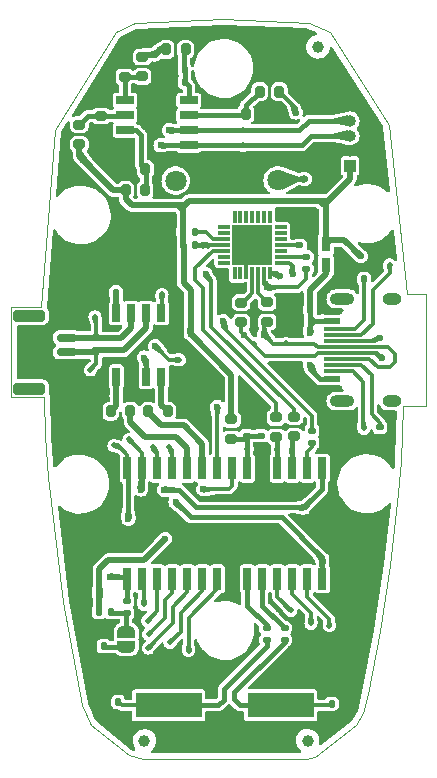
<source format=gbr>
%TF.GenerationSoftware,KiCad,Pcbnew,(7.0.0)*%
%TF.CreationDate,2023-06-26T15:04:23+05:30*%
%TF.ProjectId,EMO SN65 OBD,454d4f20-534e-4363-9520-4f42442e6b69,1*%
%TF.SameCoordinates,Original*%
%TF.FileFunction,Copper,L1,Top*%
%TF.FilePolarity,Positive*%
%FSLAX46Y46*%
G04 Gerber Fmt 4.6, Leading zero omitted, Abs format (unit mm)*
G04 Created by KiCad (PCBNEW (7.0.0)) date 2023-06-26 15:04:23*
%MOMM*%
%LPD*%
G01*
G04 APERTURE LIST*
G04 Aperture macros list*
%AMRoundRect*
0 Rectangle with rounded corners*
0 $1 Rounding radius*
0 $2 $3 $4 $5 $6 $7 $8 $9 X,Y pos of 4 corners*
0 Add a 4 corners polygon primitive as box body*
4,1,4,$2,$3,$4,$5,$6,$7,$8,$9,$2,$3,0*
0 Add four circle primitives for the rounded corners*
1,1,$1+$1,$2,$3*
1,1,$1+$1,$4,$5*
1,1,$1+$1,$6,$7*
1,1,$1+$1,$8,$9*
0 Add four rect primitives between the rounded corners*
20,1,$1+$1,$2,$3,$4,$5,0*
20,1,$1+$1,$4,$5,$6,$7,0*
20,1,$1+$1,$6,$7,$8,$9,0*
20,1,$1+$1,$8,$9,$2,$3,0*%
%AMFreePoly0*
4,1,19,0.500000,-0.750000,0.000000,-0.750000,0.000000,-0.744911,-0.071157,-0.744911,-0.207708,-0.704816,-0.327430,-0.627875,-0.420627,-0.520320,-0.479746,-0.390866,-0.500000,-0.250000,-0.500000,0.250000,-0.479746,0.390866,-0.420627,0.520320,-0.327430,0.627875,-0.207708,0.704816,-0.071157,0.744911,0.000000,0.744911,0.000000,0.750000,0.500000,0.750000,0.500000,-0.750000,0.500000,-0.750000,
$1*%
%AMFreePoly1*
4,1,19,0.000000,0.744911,0.071157,0.744911,0.207708,0.704816,0.327430,0.627875,0.420627,0.520320,0.479746,0.390866,0.500000,0.250000,0.500000,-0.250000,0.479746,-0.390866,0.420627,-0.520320,0.327430,-0.627875,0.207708,-0.704816,0.071157,-0.744911,0.000000,-0.744911,0.000000,-0.750000,-0.500000,-0.750000,-0.500000,0.750000,0.000000,0.750000,0.000000,0.744911,0.000000,0.744911,
$1*%
G04 Aperture macros list end*
%TA.AperFunction,SMDPad,CuDef*%
%ADD10C,1.000000*%
%TD*%
%TA.AperFunction,SMDPad,CuDef*%
%ADD11C,0.500000*%
%TD*%
%TA.AperFunction,SMDPad,CuDef*%
%ADD12RoundRect,0.135000X-0.185000X0.135000X-0.185000X-0.135000X0.185000X-0.135000X0.185000X0.135000X0*%
%TD*%
%TA.AperFunction,SMDPad,CuDef*%
%ADD13RoundRect,0.140000X0.140000X0.170000X-0.140000X0.170000X-0.140000X-0.170000X0.140000X-0.170000X0*%
%TD*%
%TA.AperFunction,SMDPad,CuDef*%
%ADD14R,0.650000X1.850000*%
%TD*%
%TA.AperFunction,SMDPad,CuDef*%
%ADD15RoundRect,0.200000X0.200000X0.275000X-0.200000X0.275000X-0.200000X-0.275000X0.200000X-0.275000X0*%
%TD*%
%TA.AperFunction,SMDPad,CuDef*%
%ADD16R,0.300000X1.000000*%
%TD*%
%TA.AperFunction,SMDPad,CuDef*%
%ADD17R,1.000000X0.300000*%
%TD*%
%TA.AperFunction,SMDPad,CuDef*%
%ADD18R,3.350000X3.350000*%
%TD*%
%TA.AperFunction,SMDPad,CuDef*%
%ADD19RoundRect,0.200000X-0.200000X-0.275000X0.200000X-0.275000X0.200000X0.275000X-0.200000X0.275000X0*%
%TD*%
%TA.AperFunction,ComponentPad*%
%ADD20R,1.800000X1.800000*%
%TD*%
%TA.AperFunction,ComponentPad*%
%ADD21C,1.800000*%
%TD*%
%TA.AperFunction,SMDPad,CuDef*%
%ADD22RoundRect,0.135000X0.185000X-0.135000X0.185000X0.135000X-0.185000X0.135000X-0.185000X-0.135000X0*%
%TD*%
%TA.AperFunction,SMDPad,CuDef*%
%ADD23RoundRect,0.150000X-0.700000X0.150000X-0.700000X-0.150000X0.700000X-0.150000X0.700000X0.150000X0*%
%TD*%
%TA.AperFunction,SMDPad,CuDef*%
%ADD24RoundRect,0.250000X-1.100000X0.250000X-1.100000X-0.250000X1.100000X-0.250000X1.100000X0.250000X0*%
%TD*%
%TA.AperFunction,SMDPad,CuDef*%
%ADD25RoundRect,0.135000X0.135000X0.185000X-0.135000X0.185000X-0.135000X-0.185000X0.135000X-0.185000X0*%
%TD*%
%TA.AperFunction,SMDPad,CuDef*%
%ADD26R,5.600000X2.100000*%
%TD*%
%TA.AperFunction,SMDPad,CuDef*%
%ADD27R,1.500000X0.650000*%
%TD*%
%TA.AperFunction,SMDPad,CuDef*%
%ADD28RoundRect,0.200000X-0.275000X0.200000X-0.275000X-0.200000X0.275000X-0.200000X0.275000X0.200000X0*%
%TD*%
%TA.AperFunction,SMDPad,CuDef*%
%ADD29R,0.760000X1.270000*%
%TD*%
%TA.AperFunction,SMDPad,CuDef*%
%ADD30R,1.450000X0.600000*%
%TD*%
%TA.AperFunction,SMDPad,CuDef*%
%ADD31R,1.450000X0.300000*%
%TD*%
%TA.AperFunction,ComponentPad*%
%ADD32O,2.100000X1.000000*%
%TD*%
%TA.AperFunction,ComponentPad*%
%ADD33O,1.600000X1.000000*%
%TD*%
%TA.AperFunction,SMDPad,CuDef*%
%ADD34FreePoly0,90.000000*%
%TD*%
%TA.AperFunction,SMDPad,CuDef*%
%ADD35FreePoly1,90.000000*%
%TD*%
%TA.AperFunction,SMDPad,CuDef*%
%ADD36RoundRect,0.135000X-0.135000X-0.185000X0.135000X-0.185000X0.135000X0.185000X-0.135000X0.185000X0*%
%TD*%
%TA.AperFunction,SMDPad,CuDef*%
%ADD37RoundRect,0.140000X-0.170000X0.140000X-0.170000X-0.140000X0.170000X-0.140000X0.170000X0.140000X0*%
%TD*%
%TA.AperFunction,SMDPad,CuDef*%
%ADD38RoundRect,0.200000X0.275000X-0.200000X0.275000X0.200000X-0.275000X0.200000X-0.275000X-0.200000X0*%
%TD*%
%TA.AperFunction,SMDPad,CuDef*%
%ADD39R,0.650000X1.500000*%
%TD*%
%TA.AperFunction,SMDPad,CuDef*%
%ADD40RoundRect,0.140000X-0.140000X-0.170000X0.140000X-0.170000X0.140000X0.170000X-0.140000X0.170000X0*%
%TD*%
%TA.AperFunction,ComponentPad*%
%ADD41R,1.000000X1.000000*%
%TD*%
%TA.AperFunction,ComponentPad*%
%ADD42O,1.000000X1.000000*%
%TD*%
%TA.AperFunction,ViaPad*%
%ADD43C,0.600000*%
%TD*%
%TA.AperFunction,Conductor*%
%ADD44C,0.400000*%
%TD*%
%TA.AperFunction,Conductor*%
%ADD45C,0.300000*%
%TD*%
%TA.AperFunction,Conductor*%
%ADD46C,0.500000*%
%TD*%
%TA.AperFunction,Profile*%
%ADD47C,0.100000*%
%TD*%
G04 APERTURE END LIST*
D10*
%TO.P,REF\u002A\u002A,1*%
%TO.N,N/C*%
X121160000Y-23390000D03*
%TD*%
%TO.P,REF\u002A\u002A,1*%
%TO.N,N/C*%
X120310000Y-82130000D03*
%TD*%
%TO.P,REF\u002A\u002A,1*%
%TO.N,N/C*%
X106470000Y-82170000D03*
%TD*%
D11*
%TO.P,TP12,1,1*%
%TO.N,Net-(U1-RB4)*%
X108570000Y-57290000D03*
%TD*%
D12*
%TO.P,R14,1*%
%TO.N,Net-(J4-CC1)*%
X126405000Y-55615000D03*
%TO.P,R14,2*%
%TO.N,GND*%
X126405000Y-56635000D03*
%TD*%
D11*
%TO.P,TP25,1,1*%
%TO.N,Net-(U1-VDD)*%
X115180000Y-57430000D03*
%TD*%
%TO.P,TP15,1,1*%
%TO.N,ICSPLK*%
X105156000Y-56642000D03*
%TD*%
D13*
%TO.P,C13,1*%
%TO.N,Net-(U4-VCC)*%
X109875000Y-26355000D03*
%TO.P,C13,2*%
%TO.N,GND*%
X108915000Y-26355000D03*
%TD*%
D14*
%TO.P,U1,1,VPP/MCLR/RE3*%
%TO.N,MCLR*%
X105024999Y-68434999D03*
%TO.P,U1,2,RA0*%
%TO.N,Net-(U1-RA0)*%
X106294999Y-68434999D03*
%TO.P,U1,3,RA1*%
%TO.N,Net-(U1-RA1)*%
X107564999Y-68434999D03*
%TO.P,U1,4,RA2*%
%TO.N,Net-(U1-RA2)*%
X108834999Y-68434999D03*
%TO.P,U1,5,RA3*%
%TO.N,Net-(U1-RA3)*%
X110104999Y-68434999D03*
%TO.P,U1,6,RA4*%
%TO.N,Net-(U1-RA4)*%
X111374999Y-68434999D03*
%TO.P,U1,7,RA5*%
%TO.N,Net-(U1-RA5)*%
X112644999Y-68434999D03*
%TO.P,U1,8,Vss*%
%TO.N,GND*%
X113914999Y-68434999D03*
%TO.P,U1,9,RA7*%
%TO.N,CLKIN*%
X115184999Y-68434999D03*
%TO.P,U1,10,RA6*%
%TO.N,CLKOUT*%
X116454999Y-68434999D03*
%TO.P,U1,11,RC0*%
%TO.N,Net-(U1-RC0)*%
X117724999Y-68434999D03*
%TO.P,U1,12,RC1*%
%TO.N,Net-(U1-RC1)*%
X118994999Y-68434999D03*
%TO.P,U1,13,RC2*%
%TO.N,Net-(U1-RC2)*%
X120264999Y-68434999D03*
%TO.P,U1,14,RC3*%
%TO.N,SCL*%
X121534999Y-68434999D03*
%TO.P,U1,15,RC4*%
%TO.N,SDA*%
X121534999Y-59084999D03*
%TO.P,U1,16,RC5*%
%TO.N,Net-(U1-RC5)*%
X120264999Y-59084999D03*
%TO.P,U1,17,RC6*%
%TO.N,UART_TX*%
X118994999Y-59084999D03*
%TO.P,U1,18,RC7*%
%TO.N,UART_RX*%
X117724999Y-59084999D03*
%TO.P,U1,19,Vss*%
%TO.N,GND*%
X116454999Y-59084999D03*
%TO.P,U1,20,VDD*%
%TO.N,Net-(U1-VDD)*%
X115184999Y-59084999D03*
%TO.P,U1,21,RB0*%
%TO.N,Net-(U1-RB0)*%
X113914999Y-59084999D03*
%TO.P,U1,22,RB1*%
%TO.N,WP*%
X112644999Y-59084999D03*
%TO.P,U1,23,RB2*%
%TO.N,CAN_RX*%
X111374999Y-59084999D03*
%TO.P,U1,24,RB3*%
%TO.N,CAN_TX*%
X110104999Y-59084999D03*
%TO.P,U1,25,RB4*%
%TO.N,Net-(U1-RB4)*%
X108834999Y-59084999D03*
%TO.P,U1,26,RB5*%
%TO.N,Net-(U1-RB5)*%
X107564999Y-59084999D03*
%TO.P,U1,27,ICSPCLK/RB6*%
%TO.N,ICSPLK*%
X106294999Y-59084999D03*
%TO.P,U1,28,ICSPDAT/RB7*%
%TO.N,ICSDAT*%
X105024999Y-59084999D03*
%TD*%
D11*
%TO.P,TP24,1,1*%
%TO.N,Net-(U2-RXD)*%
X107905000Y-52915000D03*
%TD*%
D15*
%TO.P,R36,1*%
%TO.N,WP*%
X117890000Y-27185000D03*
%TO.P,R36,2*%
%TO.N,Net-(U4-WP)*%
X116240000Y-27185000D03*
%TD*%
D16*
%TO.P,U3,1,DCD*%
%TO.N,unconnected-(U3-DCD-Pad1)*%
X114104999Y-42574999D03*
%TO.P,U3,2,RI*%
%TO.N,unconnected-(U3-RI-Pad2)*%
X114604999Y-42574999D03*
%TO.P,U3,3,GND*%
%TO.N,GND*%
X115104999Y-42574999D03*
%TO.P,U3,4,D+*%
%TO.N,Net-(U3-D+)*%
X115604999Y-42574999D03*
%TO.P,U3,5,D-*%
%TO.N,Net-(U3-D-)*%
X116104999Y-42574999D03*
%TO.P,U3,6,VDD*%
%TO.N,Net-(U3-VDD)*%
X116604999Y-42574999D03*
%TO.P,U3,7,REGIN*%
%TO.N,Net-(U3-REGIN)*%
X117104999Y-42574999D03*
D17*
%TO.P,U3,8,VBUS*%
%TO.N,Net-(U3-VBUS)*%
X118004999Y-41674999D03*
%TO.P,U3,9,~{RST}*%
%TO.N,Net-(U3-~{RST})*%
X118004999Y-41174999D03*
%TO.P,U3,10,NC_1*%
%TO.N,unconnected-(U3-NC_1-Pad10)*%
X118004999Y-40674999D03*
%TO.P,U3,11,~{SUSPEND}*%
%TO.N,Net-(U3-~{SUSPEND})*%
X118004999Y-40174999D03*
%TO.P,U3,12,SUSPEND*%
%TO.N,unconnected-(U3-SUSPEND-Pad12)*%
X118004999Y-39674999D03*
%TO.P,U3,13,NC_2*%
%TO.N,unconnected-(U3-NC_2-Pad13)*%
X118004999Y-39174999D03*
%TO.P,U3,14,NC_3*%
%TO.N,unconnected-(U3-NC_3-Pad14)*%
X118004999Y-38674999D03*
D16*
%TO.P,U3,15,NC_4*%
%TO.N,unconnected-(U3-NC_4-Pad15)*%
X117104999Y-37774999D03*
%TO.P,U3,16,NC_5*%
%TO.N,unconnected-(U3-NC_5-Pad16)*%
X116604999Y-37774999D03*
%TO.P,U3,17,NC_6*%
%TO.N,unconnected-(U3-NC_6-Pad17)*%
X116104999Y-37774999D03*
%TO.P,U3,18,NC/VPP*%
%TO.N,unconnected-(U3-NC{slash}VPP-Pad18)*%
X115604999Y-37774999D03*
%TO.P,U3,19,NC_7*%
%TO.N,unconnected-(U3-NC_7-Pad19)*%
X115104999Y-37774999D03*
%TO.P,U3,20,NC_8*%
%TO.N,unconnected-(U3-NC_8-Pad20)*%
X114604999Y-37774999D03*
%TO.P,U3,21,NC_9*%
%TO.N,unconnected-(U3-NC_9-Pad21)*%
X114104999Y-37774999D03*
D17*
%TO.P,U3,22,NC_10*%
%TO.N,unconnected-(U3-NC_10-Pad22)*%
X113204999Y-38674999D03*
%TO.P,U3,23,CTS*%
%TO.N,unconnected-(U3-CTS-Pad23)*%
X113204999Y-39174999D03*
%TO.P,U3,24,RTS*%
%TO.N,Net-(U3-RTS)*%
X113204999Y-39674999D03*
%TO.P,U3,25,RXD*%
%TO.N,Net-(U3-RXD)*%
X113204999Y-40174999D03*
%TO.P,U3,26,TXD*%
%TO.N,Net-(U3-TXD)*%
X113204999Y-40674999D03*
%TO.P,U3,27,DSR*%
%TO.N,unconnected-(U3-DSR-Pad27)*%
X113204999Y-41174999D03*
%TO.P,U3,28,DTR*%
%TO.N,unconnected-(U3-DTR-Pad28)*%
X113204999Y-41674999D03*
D18*
%TO.P,U3,29,TPAD*%
%TO.N,GND*%
X115604999Y-40174999D03*
%TD*%
D11*
%TO.P,TP19,1,1*%
%TO.N,Net-(J4-SBU1)*%
X127225000Y-41855000D03*
%TD*%
%TO.P,TP5,1,1*%
%TO.N,Net-(U1-RA4)*%
X108640000Y-73820000D03*
%TD*%
D12*
%TO.P,R22,1*%
%TO.N,CLKIN*%
X116825000Y-72625000D03*
%TO.P,R22,2*%
%TO.N,Net-(C6-Pad1)*%
X116825000Y-73645000D03*
%TD*%
D11*
%TO.P,TP2,1,1*%
%TO.N,Net-(U1-RA1)*%
X106740000Y-71990000D03*
%TD*%
D19*
%TO.P,R1,1*%
%TO.N,Net-(U2-TXD)*%
X103630000Y-54265000D03*
%TO.P,R1,2*%
%TO.N,CAN_TX*%
X105280000Y-54265000D03*
%TD*%
D20*
%TO.P,D2,1,K*%
%TO.N,GND*%
X111659999Y-34729999D03*
D21*
%TO.P,D2,2,A*%
%TO.N,Net-(D2-A)*%
X109120000Y-34730000D03*
%TD*%
D11*
%TO.P,TP38,1,1*%
%TO.N,UART_TX*%
X119000000Y-57460000D03*
%TD*%
D22*
%TO.P,R17,1*%
%TO.N,Net-(U3-VDD)*%
X120195000Y-42195000D03*
%TO.P,R17,2*%
%TO.N,Net-(U3-~{RST})*%
X120195000Y-41175000D03*
%TD*%
D11*
%TO.P,TP27,1,1*%
%TO.N,CLKIN*%
X116078000Y-71628000D03*
%TD*%
D23*
%TO.P,J6,1,Pin_1*%
%TO.N,Net-(J6-Pin_1)*%
X99915000Y-48015000D03*
%TO.P,J6,2,Pin_2*%
%TO.N,Net-(J6-Pin_2)*%
X99915000Y-49265000D03*
%TO.P,J6,3,Pin_3*%
%TO.N,GND*%
X99915000Y-50515000D03*
D24*
%TO.P,J6,MP*%
%TO.N,N/C*%
X96715000Y-46165000D03*
X96715000Y-52365000D03*
%TD*%
D22*
%TO.P,R11,1*%
%TO.N,Net-(JP1-B)*%
X104985000Y-71315000D03*
%TO.P,R11,2*%
%TO.N,MCLR*%
X104985000Y-70295000D03*
%TD*%
D11*
%TO.P,TP22,1,1*%
%TO.N,Net-(J6-Pin_2)*%
X101900000Y-50750000D03*
%TD*%
D25*
%TO.P,R40,1*%
%TO.N,Net-(U3-RTS)*%
X110765000Y-39075000D03*
%TO.P,R40,2*%
%TO.N,5V*%
X109745000Y-39075000D03*
%TD*%
%TO.P,R39,1*%
%TO.N,Net-(U3-RXD)*%
X110785000Y-40165000D03*
%TO.P,R39,2*%
%TO.N,5V*%
X109765000Y-40165000D03*
%TD*%
D11*
%TO.P,TP33,1,1*%
%TO.N,GND*%
X124155000Y-57055000D03*
%TD*%
%TO.P,TP4,1,1*%
%TO.N,Net-(U1-RA3)*%
X106810000Y-74300000D03*
%TD*%
%TO.P,TP9,1,1*%
%TO.N,Net-(U1-RC2)*%
X122140000Y-72410000D03*
%TD*%
D13*
%TO.P,C2,1*%
%TO.N,Net-(JP1-A)*%
X103015000Y-74145000D03*
%TO.P,C2,2*%
%TO.N,GND*%
X102055000Y-74145000D03*
%TD*%
D26*
%TO.P,Y2,1,1*%
%TO.N,Net-(C6-Pad1)*%
X108514999Y-79154999D03*
%TO.P,Y2,2,2*%
%TO.N,Net-(C7-Pad1)*%
X118014999Y-79154999D03*
%TD*%
D27*
%TO.P,U4,1,A0*%
%TO.N,Net-(U4-A0)*%
X104824999Y-27929999D03*
%TO.P,U4,2,A1*%
%TO.N,Net-(U4-A1)*%
X104824999Y-29199999D03*
%TO.P,U4,3,A2*%
%TO.N,Net-(U4-A2)*%
X104824999Y-30469999D03*
%TO.P,U4,4,GND*%
%TO.N,GND*%
X104824999Y-31739999D03*
%TO.P,U4,5,SDA*%
%TO.N,SDA*%
X110224999Y-31739999D03*
%TO.P,U4,6,SCL*%
%TO.N,SCL*%
X110224999Y-30469999D03*
%TO.P,U4,7,WP*%
%TO.N,Net-(U4-WP)*%
X110224999Y-29199999D03*
%TO.P,U4,8,VCC*%
%TO.N,Net-(U4-VCC)*%
X110224999Y-27929999D03*
%TD*%
D11*
%TO.P,TP29,1,1*%
%TO.N,Net-(U2-VDD)*%
X109440000Y-49900000D03*
%TD*%
%TO.P,TP6,1,1*%
%TO.N,Net-(U1-RA5)*%
X110220000Y-74520000D03*
%TD*%
D28*
%TO.P,R34,1*%
%TO.N,GND*%
X104810000Y-24295000D03*
%TO.P,R34,2*%
%TO.N,Net-(U4-A0)*%
X104810000Y-25945000D03*
%TD*%
D11*
%TO.P,TP3,1,1*%
%TO.N,Net-(U1-RA2)*%
X106840000Y-73130000D03*
%TD*%
%TO.P,TP17,1,1*%
%TO.N,SDA*%
X114808000Y-31750000D03*
%TD*%
D12*
%TO.P,R4,1*%
%TO.N,Net-(J6-Pin_1)*%
X102395000Y-48085000D03*
%TO.P,R4,2*%
%TO.N,Net-(J6-Pin_2)*%
X102395000Y-49105000D03*
%TD*%
D29*
%TO.P,R16,1*%
%TO.N,5V*%
X121814999Y-40124999D03*
%TO.P,R16,2*%
%TO.N,+5.0V*%
X121814999Y-41904999D03*
%TD*%
D11*
%TO.P,TP39,1,1*%
%TO.N,UART_RX*%
X117730000Y-57460000D03*
%TD*%
D15*
%TO.P,R37,1*%
%TO.N,GND*%
X116720000Y-29075000D03*
%TO.P,R37,2*%
%TO.N,Net-(U4-WP)*%
X115070000Y-29075000D03*
%TD*%
D11*
%TO.P,TP26,1,1*%
%TO.N,CLKOUT*%
X117348000Y-71628000D03*
%TD*%
D30*
%TO.P,J4,A1,GND*%
%TO.N,GND*%
X122319999Y-52314999D03*
%TO.P,J4,A4,VBUS*%
%TO.N,+5.0V*%
X122319999Y-51514999D03*
D31*
%TO.P,J4,A5,CC1*%
%TO.N,Net-(J4-CC1)*%
X122319999Y-50314999D03*
%TO.P,J4,A6,DP1*%
%TO.N,D+*%
X122319999Y-49314999D03*
%TO.P,J4,A7,DN1*%
%TO.N,D-*%
X122319999Y-48814999D03*
%TO.P,J4,A8,SBU1*%
%TO.N,Net-(J4-SBU1)*%
X122319999Y-47814999D03*
D30*
%TO.P,J4,A9,VBUS*%
%TO.N,+5.0V*%
X122319999Y-46614999D03*
%TO.P,J4,A12,GND*%
%TO.N,GND*%
X122319999Y-45814999D03*
%TO.P,J4,B1,GND*%
X122319999Y-45814999D03*
%TO.P,J4,B4,VBUS*%
%TO.N,+5.0V*%
X122319999Y-46614999D03*
D31*
%TO.P,J4,B5,CC2*%
%TO.N,Net-(J4-CC2)*%
X122319999Y-47314999D03*
%TO.P,J4,B6,DP2*%
%TO.N,D+*%
X122319999Y-48314999D03*
%TO.P,J4,B7,DN2*%
%TO.N,D-*%
X122319999Y-49814999D03*
%TO.P,J4,B8,SBU2*%
%TO.N,Net-(J4-SBU2)*%
X122319999Y-50814999D03*
D30*
%TO.P,J4,B9,VBUS*%
%TO.N,+5.0V*%
X122319999Y-51514999D03*
%TO.P,J4,B12,GND*%
%TO.N,GND*%
X122319999Y-52314999D03*
D32*
%TO.P,J4,S1*%
%TO.N,N/C*%
X123234999Y-53384999D03*
D33*
X127414999Y-53384999D03*
D32*
X123234999Y-44744999D03*
D33*
X127414999Y-44744999D03*
%TD*%
D15*
%TO.P,R29,1*%
%TO.N,Net-(U4-A2)*%
X106530000Y-35545000D03*
%TO.P,R29,2*%
%TO.N,5V*%
X104880000Y-35545000D03*
%TD*%
D22*
%TO.P,R38,1*%
%TO.N,Net-(U3-~{SUSPEND})*%
X119585000Y-40215000D03*
%TO.P,R38,2*%
%TO.N,GND*%
X119585000Y-39195000D03*
%TD*%
D34*
%TO.P,JP1,1,A*%
%TO.N,Net-(JP1-A)*%
X104935000Y-74205000D03*
D35*
%TO.P,JP1,2,B*%
%TO.N,Net-(JP1-B)*%
X104935000Y-72905000D03*
%TD*%
D19*
%TO.P,R30,1*%
%TO.N,GND*%
X104900000Y-33755000D03*
%TO.P,R30,2*%
%TO.N,Net-(U4-A2)*%
X106550000Y-33755000D03*
%TD*%
D11*
%TO.P,TP8,1,1*%
%TO.N,Net-(U1-RC1)*%
X120580000Y-72200000D03*
%TD*%
%TO.P,TP32,1,1*%
%TO.N,D+*%
X115750000Y-48540000D03*
%TD*%
D36*
%TO.P,R21,1*%
%TO.N,Net-(U2-Rs)*%
X104065000Y-44215000D03*
%TO.P,R21,2*%
%TO.N,GND*%
X105085000Y-44215000D03*
%TD*%
D37*
%TO.P,C5,1*%
%TO.N,GND*%
X115150000Y-55370000D03*
%TO.P,C5,2*%
%TO.N,Net-(U1-VDD)*%
X115150000Y-56330000D03*
%TD*%
D11*
%TO.P,TP7,1,1*%
%TO.N,D-*%
X118440000Y-48510000D03*
%TD*%
%TO.P,TP23,1,1*%
%TO.N,Net-(U2-TXD)*%
X104055000Y-52925000D03*
%TD*%
D38*
%TO.P,R26,1*%
%TO.N,UART_TX*%
X119150000Y-56365000D03*
%TO.P,R26,2*%
%TO.N,Net-(U3-RXD)*%
X119150000Y-54715000D03*
%TD*%
D11*
%TO.P,TP21,1,1*%
%TO.N,Net-(J6-Pin_1)*%
X102285000Y-46275000D03*
%TD*%
%TO.P,TP10,1,1*%
%TO.N,Net-(U1-RB5)*%
X107200000Y-57310000D03*
%TD*%
%TO.P,SBU2,1,1*%
%TO.N,Net-(J4-SBU2)*%
X125050000Y-55690000D03*
%TD*%
%TO.P,TP18,1,1*%
%TO.N,SCL*%
X114808000Y-30480000D03*
%TD*%
%TO.P,TP30,1,1*%
%TO.N,Net-(U2-Vref)*%
X107960000Y-44350000D03*
%TD*%
D38*
%TO.P,R25,1*%
%TO.N,UART_RX*%
X117615000Y-56425000D03*
%TO.P,R25,2*%
%TO.N,Net-(U3-TXD)*%
X117615000Y-54775000D03*
%TD*%
D39*
%TO.P,U2,1,TXD*%
%TO.N,Net-(U2-TXD)*%
X104104999Y-51334999D03*
%TO.P,U2,2,VSS*%
%TO.N,GND*%
X105374999Y-51334999D03*
%TO.P,U2,3,VDD*%
%TO.N,Net-(U2-VDD)*%
X106644999Y-51334999D03*
%TO.P,U2,4,RXD*%
%TO.N,Net-(U2-RXD)*%
X107914999Y-51334999D03*
%TO.P,U2,5,Vref*%
%TO.N,Net-(U2-Vref)*%
X107914999Y-45934999D03*
%TO.P,U2,6,CANL*%
%TO.N,Net-(J6-Pin_2)*%
X106644999Y-45934999D03*
%TO.P,U2,7,CANH*%
%TO.N,Net-(J6-Pin_1)*%
X105374999Y-45934999D03*
%TO.P,U2,8,Rs*%
%TO.N,Net-(U2-Rs)*%
X104104999Y-45934999D03*
%TD*%
D19*
%TO.P,R35,1*%
%TO.N,5V*%
X108315000Y-23620000D03*
%TO.P,R35,2*%
%TO.N,Net-(U4-VCC)*%
X109965000Y-23620000D03*
%TD*%
D36*
%TO.P,R10,1*%
%TO.N,5V*%
X102595000Y-71245000D03*
%TO.P,R10,2*%
%TO.N,Net-(JP1-B)*%
X103615000Y-71245000D03*
%TD*%
D37*
%TO.P,C8,1*%
%TO.N,GND*%
X116340000Y-55350000D03*
%TO.P,C8,2*%
%TO.N,Net-(U1-VDD)*%
X116340000Y-56310000D03*
%TD*%
D28*
%TO.P,R5,1*%
%TO.N,Net-(U3-D+)*%
X114660000Y-45055000D03*
%TO.P,R5,2*%
%TO.N,D+*%
X114660000Y-46705000D03*
%TD*%
D11*
%TO.P,TP11,1,1*%
%TO.N,5V*%
X121830000Y-37930000D03*
%TD*%
D12*
%TO.P,R6,1*%
%TO.N,CLKOUT*%
X118345000Y-72595000D03*
%TO.P,R6,2*%
%TO.N,Net-(C7-Pad1)*%
X118345000Y-73615000D03*
%TD*%
D11*
%TO.P,TP20,1,1*%
%TO.N,GND*%
X120650000Y-37846000D03*
%TD*%
D25*
%TO.P,R13,1*%
%TO.N,Net-(J4-CC2)*%
X125070000Y-43060000D03*
%TO.P,R13,2*%
%TO.N,GND*%
X124050000Y-43060000D03*
%TD*%
D28*
%TO.P,R20,1*%
%TO.N,Net-(U3-D-)*%
X116875000Y-45040000D03*
%TO.P,R20,2*%
%TO.N,D-*%
X116875000Y-46690000D03*
%TD*%
D38*
%TO.P,R32,1*%
%TO.N,GND*%
X102795000Y-30900000D03*
%TO.P,R32,2*%
%TO.N,Net-(U4-A1)*%
X102795000Y-29250000D03*
%TD*%
D22*
%TO.P,R42,1*%
%TO.N,Net-(U1-RC5)*%
X120670000Y-56910000D03*
%TO.P,R42,2*%
%TO.N,Net-(D4-A)*%
X120670000Y-55890000D03*
%TD*%
D11*
%TO.P,TP1,1,1*%
%TO.N,Net-(U1-RA0)*%
X106426000Y-70612000D03*
%TD*%
D40*
%TO.P,C7,1*%
%TO.N,Net-(C7-Pad1)*%
X122330000Y-79020000D03*
%TO.P,C7,2*%
%TO.N,GND*%
X123290000Y-79020000D03*
%TD*%
D15*
%TO.P,R2,1*%
%TO.N,Net-(U2-RXD)*%
X108440000Y-54265000D03*
%TO.P,R2,2*%
%TO.N,CAN_RX*%
X106790000Y-54265000D03*
%TD*%
D13*
%TO.P,C14,1*%
%TO.N,Net-(U4-VCC)*%
X109875000Y-25325000D03*
%TO.P,C14,2*%
%TO.N,GND*%
X108915000Y-25325000D03*
%TD*%
D11*
%TO.P,TP16,1,1*%
%TO.N,ICSDAT*%
X103886000Y-57150000D03*
%TD*%
D38*
%TO.P,R33,1*%
%TO.N,Net-(U4-A0)*%
X106290000Y-25905000D03*
%TO.P,R33,2*%
%TO.N,5V*%
X106290000Y-24255000D03*
%TD*%
D28*
%TO.P,R31,1*%
%TO.N,Net-(U4-A1)*%
X100965000Y-29990000D03*
%TO.P,R31,2*%
%TO.N,5V*%
X100965000Y-31640000D03*
%TD*%
%TO.P,R7,1*%
%TO.N,5V*%
X113845000Y-54950000D03*
%TO.P,R7,2*%
%TO.N,Net-(U1-VDD)*%
X113845000Y-56600000D03*
%TD*%
D20*
%TO.P,D4,1,K*%
%TO.N,GND*%
X115209999Y-34709999D03*
D21*
%TO.P,D4,2,A*%
%TO.N,Net-(D4-A)*%
X117750000Y-34710000D03*
%TD*%
D13*
%TO.P,C6,1*%
%TO.N,Net-(C6-Pad1)*%
X104250000Y-78870000D03*
%TO.P,C6,2*%
%TO.N,GND*%
X103290000Y-78870000D03*
%TD*%
D11*
%TO.P,TP31,1,1*%
%TO.N,Net-(U1-RC0)*%
X118872000Y-71120000D03*
%TD*%
D13*
%TO.P,C1,1*%
%TO.N,+5.0V*%
X120495000Y-45635000D03*
%TO.P,C1,2*%
%TO.N,GND*%
X119535000Y-45635000D03*
%TD*%
D41*
%TO.P,J2,1,Pin_1*%
%TO.N,5V*%
X123879999Y-33479999D03*
D42*
%TO.P,J2,2,Pin_2*%
%TO.N,GND*%
X123879999Y-32209999D03*
%TO.P,J2,3,Pin_3*%
%TO.N,SDA*%
X123879999Y-30939999D03*
%TO.P,J2,4,Pin_4*%
%TO.N,SCL*%
X123879999Y-29669999D03*
%TD*%
D43*
%TO.N,GND*%
X118400000Y-61160000D03*
X115160000Y-60980000D03*
%TO.N,5V*%
X102645000Y-69630000D03*
%TO.N,SDA*%
X119990000Y-62400000D03*
%TO.N,SCL*%
X121535000Y-66760000D03*
X109110000Y-61950000D03*
%TO.N,SDA*%
X108150000Y-60910000D03*
%TO.N,5V*%
X107330000Y-24050000D03*
X101315000Y-32955000D03*
X108240000Y-65060000D03*
X110390000Y-47680000D03*
X124783829Y-41130283D03*
%TO.N,GND*%
X114500000Y-41400000D03*
X116390000Y-54380000D03*
X104330000Y-40720000D03*
X105485000Y-49695000D03*
X114590000Y-39130000D03*
X115620000Y-40310000D03*
X117740000Y-29030000D03*
X121330000Y-34300000D03*
X115570000Y-41430000D03*
X120650000Y-39370000D03*
X104350000Y-37610000D03*
X118540000Y-45380000D03*
X121440000Y-54340000D03*
X123510000Y-77520000D03*
X103290000Y-77220000D03*
X118920000Y-25000000D03*
X119504750Y-51465250D03*
X111585000Y-82605000D03*
X116730000Y-39110000D03*
X115300000Y-54210000D03*
X114370000Y-43790000D03*
X104910000Y-23110000D03*
X104350000Y-39570000D03*
X108025000Y-25305000D03*
X121280000Y-32910000D03*
X112760000Y-66510000D03*
X114170000Y-32900000D03*
X116980000Y-22980000D03*
X114825000Y-82555000D03*
X108280000Y-42400000D03*
X113880000Y-66670000D03*
X116980000Y-24990000D03*
X114570000Y-40310000D03*
X107985000Y-26415000D03*
X116720000Y-40310000D03*
X103520000Y-32700000D03*
X119634000Y-38354000D03*
X123060000Y-40820000D03*
X127270000Y-56630000D03*
X98990000Y-51780000D03*
X115540000Y-39120000D03*
X106005000Y-44255000D03*
X116440000Y-57560000D03*
X118870000Y-22950000D03*
X121550000Y-45060000D03*
X102680000Y-32258000D03*
X119280000Y-46520000D03*
X116700000Y-41410000D03*
X100680000Y-43210000D03*
X126320000Y-41380000D03*
%TO.N,D+*%
X114925736Y-47814264D03*
X126625000Y-49745000D03*
X126425000Y-48045000D03*
%TO.N,D-*%
X116620000Y-47760000D03*
%TO.N,ICSDAT*%
X105120121Y-63370000D03*
%TO.N,SCL*%
X108540000Y-30460000D03*
%TO.N,SDA*%
X107840000Y-31740000D03*
%TO.N,Net-(U2-VDD)*%
X106445000Y-49705000D03*
X107400000Y-48750000D03*
%TO.N,ICSPLK*%
X106185000Y-60880000D03*
%TO.N,Net-(U3-VDD)*%
X116885000Y-43775000D03*
%TO.N,Net-(U3-REGIN)*%
X117965000Y-42835000D03*
%TO.N,Net-(U3-VBUS)*%
X119025000Y-42665000D03*
%TO.N,MCLR*%
X103535000Y-68265000D03*
%TO.N,Net-(U3-RXD)*%
X111655000Y-40215000D03*
X111655000Y-42645000D03*
%TO.N,+5.0V*%
X120515000Y-50360000D03*
X120515000Y-47590000D03*
%TO.N,WP*%
X119280000Y-28960000D03*
X112645000Y-53870000D03*
%TO.N,Net-(U1-RB0)*%
X111460000Y-60850000D03*
%TO.N,Net-(D4-A)*%
X113130000Y-46600000D03*
X120060000Y-34590000D03*
%TD*%
D44*
%TO.N,SCL*%
X118104000Y-63240000D02*
X121535000Y-66671000D01*
X109110000Y-61950000D02*
X110400000Y-63240000D01*
X110400000Y-63240000D02*
X118104000Y-63240000D01*
X121535000Y-66671000D02*
X121535000Y-68435000D01*
D45*
X121535000Y-66760000D02*
X121535000Y-68435000D01*
D44*
%TO.N,SDA*%
X119990000Y-62400000D02*
X121535000Y-60855000D01*
D45*
%TO.N,Net-(U3-TXD)*%
X112255000Y-40675000D02*
X113205000Y-40675000D01*
X111420000Y-43825000D02*
X110765000Y-43170000D01*
X111420000Y-47390000D02*
X111420000Y-43825000D01*
X117615000Y-53585000D02*
X111420000Y-47390000D01*
X110765000Y-43170000D02*
X110765000Y-42165000D01*
X117615000Y-54775000D02*
X117615000Y-53585000D01*
X110765000Y-42165000D02*
X112255000Y-40675000D01*
%TO.N,Net-(U1-RB0)*%
X113620000Y-60850000D02*
X113915000Y-60555000D01*
X111460000Y-60850000D02*
X113620000Y-60850000D01*
X113915000Y-60555000D02*
X113915000Y-59085000D01*
D44*
%TO.N,SDA*%
X121535000Y-60855000D02*
X121535000Y-59085000D01*
X110880000Y-62400000D02*
X119990000Y-62400000D01*
X109390000Y-60910000D02*
X110880000Y-62400000D01*
X108150000Y-60910000D02*
X109390000Y-60910000D01*
D46*
%TO.N,5V*%
X102645000Y-67615000D02*
X102645000Y-69630000D01*
X106470000Y-66830000D02*
X103430000Y-66830000D01*
X103430000Y-66830000D02*
X102645000Y-67615000D01*
X108240000Y-65060000D02*
X106470000Y-66830000D01*
X102645000Y-69630000D02*
X102645000Y-71195000D01*
%TO.N,CAN_TX*%
X109170000Y-56400000D02*
X106500000Y-56400000D01*
X106500000Y-56400000D02*
X105280000Y-55180000D01*
X105280000Y-55180000D02*
X105280000Y-54265000D01*
X110105000Y-57335000D02*
X109170000Y-56400000D01*
X110105000Y-59085000D02*
X110105000Y-57335000D01*
D45*
%TO.N,Net-(U1-RB4)*%
X108835000Y-59085000D02*
X108835000Y-57555000D01*
X108835000Y-57555000D02*
X108570000Y-57290000D01*
%TO.N,Net-(U1-RB5)*%
X107565000Y-57675000D02*
X107200000Y-57310000D01*
X107565000Y-59085000D02*
X107565000Y-57675000D01*
D46*
%TO.N,CAN_RX*%
X109810000Y-55440000D02*
X107910000Y-55440000D01*
X111375000Y-59085000D02*
X111375000Y-57005000D01*
X111375000Y-57005000D02*
X109810000Y-55440000D01*
X107910000Y-55440000D02*
X106790000Y-54320000D01*
D44*
%TO.N,Net-(U1-VDD)*%
X113845000Y-56600000D02*
X114880000Y-56600000D01*
X115185000Y-59085000D02*
X115185000Y-56365000D01*
X115170000Y-56310000D02*
X116340000Y-56310000D01*
X114880000Y-56600000D02*
X115150000Y-56330000D01*
D46*
%TO.N,5V*%
X100965000Y-31640000D02*
X100965000Y-32655000D01*
X113845000Y-51175000D02*
X113845000Y-54950000D01*
X109785000Y-40185000D02*
X109785000Y-43385000D01*
X101315000Y-33005000D02*
X103855000Y-35545000D01*
X107330000Y-24050000D02*
X106495000Y-24050000D01*
X107330000Y-24050000D02*
X107760000Y-23620000D01*
X105380000Y-36800000D02*
X109240000Y-36800000D01*
X124783829Y-41130283D02*
X123413546Y-39760000D01*
X122005000Y-36455000D02*
X123880000Y-34580000D01*
X110220000Y-36450000D02*
X109745000Y-36925000D01*
X121815000Y-36645000D02*
X122005000Y-36455000D01*
X104880000Y-36300000D02*
X105380000Y-36800000D01*
D45*
X109745000Y-37300000D02*
X109740000Y-37300000D01*
X121640000Y-36850000D02*
X121240000Y-36450000D01*
D46*
X109745000Y-39075000D02*
X109745000Y-40145000D01*
X121240000Y-36450000D02*
X110220000Y-36450000D01*
X123880000Y-34580000D02*
X123880000Y-33480000D01*
X107760000Y-23620000D02*
X108315000Y-23620000D01*
X109745000Y-36925000D02*
X109745000Y-37300000D01*
X122000000Y-36450000D02*
X121240000Y-36450000D01*
X100965000Y-32655000D02*
X101265000Y-32955000D01*
D45*
X109740000Y-37300000D02*
X109240000Y-36800000D01*
D46*
X101315000Y-32955000D02*
X101315000Y-33005000D01*
X122180000Y-39760000D02*
X121815000Y-40125000D01*
X121815000Y-36850000D02*
X121815000Y-36645000D01*
X103855000Y-35545000D02*
X104880000Y-35545000D01*
D45*
X121815000Y-36850000D02*
X121640000Y-36850000D01*
D46*
X110380000Y-43980000D02*
X110380000Y-47710000D01*
X122005000Y-36455000D02*
X122000000Y-36450000D01*
X123413546Y-39760000D02*
X122180000Y-39760000D01*
X104880000Y-35545000D02*
X104880000Y-36300000D01*
X109745000Y-37300000D02*
X109745000Y-39075000D01*
X109785000Y-43385000D02*
X110380000Y-43980000D01*
X109240000Y-36800000D02*
X109620000Y-36800000D01*
X121815000Y-40125000D02*
X121815000Y-36850000D01*
X101265000Y-32955000D02*
X101315000Y-32955000D01*
X110380000Y-47710000D02*
X113845000Y-51175000D01*
X109620000Y-36800000D02*
X109745000Y-36925000D01*
X106495000Y-24050000D02*
X106290000Y-24255000D01*
D45*
%TO.N,GND*%
X116455000Y-59085000D02*
X116455000Y-57575000D01*
D46*
X104480000Y-31740000D02*
X103520000Y-32700000D01*
X119504750Y-51465250D02*
X120354500Y-52315000D01*
D45*
X116455000Y-57575000D02*
X116440000Y-57560000D01*
D46*
X117695000Y-29075000D02*
X117740000Y-29030000D01*
D44*
X105375000Y-49805000D02*
X105485000Y-49695000D01*
D46*
X120354500Y-52315000D02*
X122320000Y-52315000D01*
D45*
X115105000Y-42575000D02*
X115105000Y-40675000D01*
D44*
X108915000Y-26355000D02*
X108915000Y-25325000D01*
X105375000Y-51335000D02*
X105375000Y-49805000D01*
D46*
X113915000Y-68435000D02*
X113915000Y-66705000D01*
X113915000Y-66705000D02*
X113880000Y-66670000D01*
X116720000Y-29075000D02*
X117695000Y-29075000D01*
D44*
%TO.N,Net-(JP1-A)*%
X104935000Y-74205000D02*
X103075000Y-74205000D01*
%TO.N,CLKIN*%
X116825000Y-72625000D02*
X116825000Y-72375000D01*
X115185000Y-70735000D02*
X115185000Y-68435000D01*
X116825000Y-72375000D02*
X115185000Y-70735000D01*
%TO.N,Net-(C7-Pad1)*%
X114065000Y-78065000D02*
X118345000Y-73785000D01*
D45*
X118015000Y-79155000D02*
X122195000Y-79155000D01*
D44*
X114575000Y-79155000D02*
X114065000Y-78645000D01*
X118345000Y-73785000D02*
X118345000Y-73615000D01*
D45*
X122195000Y-79155000D02*
X122330000Y-79020000D01*
D44*
X114065000Y-78645000D02*
X114065000Y-78065000D01*
X118015000Y-79155000D02*
X114575000Y-79155000D01*
D45*
%TO.N,D+*%
X125985000Y-48315000D02*
X122320000Y-48315000D01*
X114620000Y-47508528D02*
X116701471Y-49590000D01*
X126255000Y-48045000D02*
X125985000Y-48315000D01*
X126625000Y-49745000D02*
X126195000Y-49315000D01*
X120900000Y-49590000D02*
X116701471Y-49590000D01*
X126195000Y-49315000D02*
X122320000Y-49315000D01*
X126425000Y-48045000D02*
X126255000Y-48045000D01*
X122320000Y-49315000D02*
X121175000Y-49315000D01*
X114620000Y-46954887D02*
X114620000Y-47508528D01*
X121175000Y-49315000D02*
X120900000Y-49590000D01*
%TO.N,D-*%
X116620000Y-46945000D02*
X116875000Y-46690000D01*
X120855000Y-48535000D02*
X117395000Y-48535000D01*
X122320000Y-48815000D02*
X121135000Y-48815000D01*
X117395000Y-48535000D02*
X116620000Y-47760000D01*
X127235000Y-50505000D02*
X126215000Y-50505000D01*
X126215000Y-50505000D02*
X125525000Y-49815000D01*
X122320000Y-48815000D02*
X127075000Y-48815000D01*
X121135000Y-48815000D02*
X120855000Y-48535000D01*
X127075000Y-48815000D02*
X127675000Y-49415000D01*
X127675000Y-49415000D02*
X127675000Y-50065000D01*
X116620000Y-47760000D02*
X116620000Y-46945000D01*
X125525000Y-49815000D02*
X122320000Y-49815000D01*
X127675000Y-50065000D02*
X127235000Y-50505000D01*
%TO.N,ICSDAT*%
X105025000Y-59085000D02*
X105025000Y-57925000D01*
X105025000Y-57925000D02*
X104250000Y-57150000D01*
D44*
X105120121Y-63370000D02*
X105120121Y-59240121D01*
D45*
X104250000Y-57150000D02*
X103886000Y-57150000D01*
D44*
%TO.N,SCL*%
X110225000Y-30470000D02*
X119590000Y-30470000D01*
X108550000Y-30450000D02*
X110205000Y-30450000D01*
X120390000Y-29670000D02*
X123880000Y-29670000D01*
X108540000Y-30460000D02*
X108550000Y-30450000D01*
X119590000Y-30470000D02*
X120390000Y-29670000D01*
%TO.N,SDA*%
X120600000Y-30940000D02*
X123880000Y-30940000D01*
X107840000Y-31740000D02*
X110225000Y-31740000D01*
X119800000Y-31740000D02*
X120600000Y-30940000D01*
X110225000Y-31740000D02*
X119800000Y-31740000D01*
%TO.N,Net-(JP1-B)*%
X104985000Y-71315000D02*
X103685000Y-71315000D01*
X104935000Y-72905000D02*
X104935000Y-71365000D01*
D45*
%TO.N,Net-(U2-Vref)*%
X107945000Y-44365000D02*
X107945000Y-45905000D01*
%TO.N,Net-(U2-VDD)*%
X108550000Y-49900000D02*
X109440000Y-49900000D01*
D44*
X106645000Y-49905000D02*
X106645000Y-51335000D01*
D45*
X107400000Y-48750000D02*
X108550000Y-49900000D01*
D44*
X106445000Y-49705000D02*
X106645000Y-49905000D01*
%TO.N,CLKOUT*%
X118345000Y-72595000D02*
X116455000Y-70705000D01*
X116455000Y-70705000D02*
X116455000Y-68435000D01*
%TO.N,ICSPLK*%
X106185000Y-60880000D02*
X106255000Y-60810000D01*
D45*
X106295000Y-59085000D02*
X106295000Y-57781000D01*
D44*
X106255000Y-60810000D02*
X106255000Y-59125000D01*
D45*
X106295000Y-57781000D02*
X105156000Y-56642000D01*
D44*
%TO.N,UART_TX*%
X118995000Y-59085000D02*
X118995000Y-56520000D01*
D45*
X118990000Y-59080000D02*
X118990000Y-57390000D01*
D44*
%TO.N,UART_RX*%
X117725000Y-59085000D02*
X117725000Y-56780000D01*
D45*
X117730000Y-59080000D02*
X117730000Y-57460000D01*
%TO.N,Net-(U3-VDD)*%
X120195000Y-42195000D02*
X120195000Y-43015000D01*
X116605000Y-43495000D02*
X116885000Y-43775000D01*
X120195000Y-43015000D02*
X119435000Y-43775000D01*
X116605000Y-42575000D02*
X116605000Y-43495000D01*
X119435000Y-43775000D02*
X116885000Y-43775000D01*
%TO.N,Net-(J4-CC1)*%
X122320000Y-50315000D02*
X124815000Y-50315000D01*
X125700000Y-51200000D02*
X125700000Y-54510000D01*
X126405000Y-55215000D02*
X126405000Y-55615000D01*
X124815000Y-50315000D02*
X125700000Y-51200000D01*
X125700000Y-54510000D02*
X126405000Y-55215000D01*
%TO.N,Net-(J4-CC2)*%
X124305000Y-47315000D02*
X125105000Y-46515000D01*
X125105000Y-46515000D02*
X125105000Y-42905000D01*
X122320000Y-47315000D02*
X124305000Y-47315000D01*
%TO.N,Net-(U3-REGIN)*%
X117705000Y-42575000D02*
X117105000Y-42575000D01*
X117965000Y-42835000D02*
X117705000Y-42575000D01*
%TO.N,Net-(U3-~{RST})*%
X118005000Y-41175000D02*
X120195000Y-41175000D01*
%TO.N,Net-(J4-SBU1)*%
X125790000Y-46860000D02*
X125790000Y-43980000D01*
X124835000Y-47815000D02*
X125790000Y-46860000D01*
X125790000Y-43980000D02*
X127225000Y-42545000D01*
X122320000Y-47815000D02*
X124835000Y-47815000D01*
X127225000Y-42545000D02*
X127225000Y-41855000D01*
%TO.N,Net-(J4-SBU2)*%
X124095000Y-50815000D02*
X125020000Y-51740000D01*
X122320000Y-50815000D02*
X124095000Y-50815000D01*
X125020000Y-51740000D02*
X125020000Y-55660000D01*
%TO.N,Net-(U1-RC1)*%
X118995000Y-69719000D02*
X120580000Y-71304000D01*
X120580000Y-71304000D02*
X120580000Y-72200000D01*
X118995000Y-68435000D02*
X118995000Y-69719000D01*
%TO.N,Net-(U1-RA0)*%
X106426000Y-70612000D02*
X106426000Y-68566000D01*
%TO.N,Net-(U1-RA1)*%
X106740000Y-71990000D02*
X107565000Y-71165000D01*
X107565000Y-71165000D02*
X107565000Y-68435000D01*
%TO.N,Net-(U1-RA2)*%
X108835000Y-69625000D02*
X108835000Y-68435000D01*
X106840000Y-73130000D02*
X108220000Y-71750000D01*
X108220000Y-71750000D02*
X108220000Y-70240000D01*
X108220000Y-70240000D02*
X108835000Y-69625000D01*
%TO.N,Net-(U1-RA3)*%
X108900000Y-72210000D02*
X108900000Y-70790000D01*
X110105000Y-69585000D02*
X110105000Y-68435000D01*
X106810000Y-74300000D02*
X108900000Y-72210000D01*
X108900000Y-70790000D02*
X110105000Y-69585000D01*
%TO.N,Net-(U1-RA4)*%
X109530000Y-71320000D02*
X109530000Y-72930000D01*
X109530000Y-72930000D02*
X108640000Y-73820000D01*
X111375000Y-68435000D02*
X111375000Y-69475000D01*
X111375000Y-69475000D02*
X109530000Y-71320000D01*
%TO.N,Net-(U1-RA5)*%
X110220000Y-71760000D02*
X112645000Y-69335000D01*
X110220000Y-74520000D02*
X110220000Y-71760000D01*
X112645000Y-69335000D02*
X112645000Y-68435000D01*
D44*
%TO.N,Net-(C6-Pad1)*%
X116825000Y-74155000D02*
X113195000Y-77785000D01*
D45*
X108515000Y-79155000D02*
X104535000Y-79155000D01*
D44*
X116825000Y-73645000D02*
X116825000Y-74155000D01*
X113195000Y-77785000D02*
X113195000Y-78695000D01*
X113195000Y-78695000D02*
X112735000Y-79155000D01*
D45*
X104535000Y-79155000D02*
X104250000Y-78870000D01*
D44*
X112735000Y-79155000D02*
X108515000Y-79155000D01*
D45*
%TO.N,Net-(U1-RC2)*%
X122140000Y-71848000D02*
X122140000Y-72410000D01*
X120265000Y-69973000D02*
X122140000Y-71848000D01*
X120265000Y-68435000D02*
X120265000Y-69973000D01*
%TO.N,Net-(U1-RC5)*%
X120265000Y-59085000D02*
X120265000Y-57715000D01*
X120670000Y-57310000D02*
X120670000Y-56910000D01*
X120265000Y-57715000D02*
X120670000Y-57310000D01*
%TO.N,Net-(U3-VBUS)*%
X118725000Y-41675000D02*
X118005000Y-41675000D01*
X119025000Y-42665000D02*
X119025000Y-41975000D01*
X119025000Y-41975000D02*
X118725000Y-41675000D01*
%TO.N,Net-(U3-D+)*%
X114795000Y-45055000D02*
X115605000Y-44245000D01*
X115605000Y-44245000D02*
X115605000Y-42575000D01*
%TO.N,Net-(U3-D-)*%
X116105000Y-44270000D02*
X116105000Y-42575000D01*
X116875000Y-45040000D02*
X116105000Y-44270000D01*
D46*
%TO.N,Net-(U2-TXD)*%
X104105000Y-53790000D02*
X103630000Y-54265000D01*
X104105000Y-51335000D02*
X104105000Y-53790000D01*
%TO.N,Net-(U2-RXD)*%
X107915000Y-53740000D02*
X108440000Y-54265000D01*
X107915000Y-51335000D02*
X107915000Y-53740000D01*
D44*
%TO.N,MCLR*%
X105025000Y-68435000D02*
X105025000Y-70255000D01*
X104855000Y-68265000D02*
X105025000Y-68435000D01*
X103535000Y-68265000D02*
X104855000Y-68265000D01*
D46*
%TO.N,Net-(U2-Rs)*%
X104105000Y-45935000D02*
X104105000Y-44255000D01*
X104105000Y-44255000D02*
X104065000Y-44215000D01*
D45*
%TO.N,Net-(U3-RXD)*%
X111615000Y-40175000D02*
X110795000Y-40175000D01*
X112130000Y-43120000D02*
X111655000Y-42645000D01*
X119150000Y-54715000D02*
X119150000Y-54100000D01*
X119150000Y-54100000D02*
X112130000Y-47080000D01*
X111655000Y-40215000D02*
X111695000Y-40175000D01*
X111695000Y-40175000D02*
X113205000Y-40175000D01*
X112130000Y-47080000D02*
X112130000Y-43120000D01*
X111655000Y-40215000D02*
X111615000Y-40175000D01*
%TO.N,Net-(U1-RC0)*%
X117725000Y-69973000D02*
X118872000Y-71120000D01*
X117725000Y-68435000D02*
X117725000Y-69973000D01*
D44*
%TO.N,+5.0V*%
X120515000Y-47590000D02*
X120515000Y-47060000D01*
X120940000Y-46615000D02*
X122320000Y-46615000D01*
D46*
X120515000Y-47590000D02*
X120495000Y-47570000D01*
D45*
X120940000Y-46615000D02*
X120515000Y-47040000D01*
D46*
X121815000Y-42675000D02*
X121815000Y-41905000D01*
D44*
X122300000Y-51535000D02*
X121365000Y-51535000D01*
D46*
X120495000Y-43995000D02*
X121815000Y-42675000D01*
D44*
X120515000Y-50685000D02*
X120515000Y-50360000D01*
D45*
X120940000Y-46615000D02*
X120890000Y-46615000D01*
X120890000Y-46615000D02*
X120495000Y-46220000D01*
D46*
X120495000Y-45635000D02*
X120495000Y-43995000D01*
D44*
X121365000Y-51535000D02*
X120515000Y-50685000D01*
X120495000Y-47570000D02*
X120495000Y-46220000D01*
D45*
X120515000Y-47040000D02*
X120515000Y-47060000D01*
D44*
X120495000Y-46220000D02*
X120495000Y-45635000D01*
%TO.N,Net-(U4-VCC)*%
X109835000Y-25285000D02*
X109835000Y-23750000D01*
X109875000Y-26355000D02*
X109875000Y-25325000D01*
X110225000Y-26705000D02*
X109875000Y-26355000D01*
X110225000Y-27930000D02*
X110225000Y-26705000D01*
D46*
%TO.N,Net-(J6-Pin_1)*%
X104475000Y-48085000D02*
X105375000Y-47185000D01*
X99915000Y-48015000D02*
X102325000Y-48015000D01*
X102325000Y-48015000D02*
X102395000Y-48085000D01*
D45*
X102395000Y-46385000D02*
X102285000Y-46275000D01*
D46*
X102395000Y-48085000D02*
X104475000Y-48085000D01*
X105375000Y-47185000D02*
X105375000Y-45935000D01*
D45*
X102395000Y-48085000D02*
X102395000Y-46385000D01*
D44*
%TO.N,Net-(U4-A2)*%
X106550000Y-33755000D02*
X106170000Y-33375000D01*
X106600000Y-35535000D02*
X106600000Y-33805000D01*
X105790000Y-30470000D02*
X104825000Y-30470000D01*
X106170000Y-33375000D02*
X106170000Y-30850000D01*
X106170000Y-30850000D02*
X105790000Y-30470000D01*
%TO.N,Net-(U4-A1)*%
X101705000Y-29250000D02*
X100965000Y-29990000D01*
X102795000Y-29250000D02*
X104775000Y-29250000D01*
X102795000Y-29250000D02*
X101705000Y-29250000D01*
%TO.N,Net-(U4-A0)*%
X104825000Y-27930000D02*
X104825000Y-26240000D01*
X104810000Y-25945000D02*
X106250000Y-25945000D01*
D45*
%TO.N,WP*%
X119280000Y-28960000D02*
X119280000Y-28575000D01*
X112645000Y-53870000D02*
X112645000Y-59085000D01*
X119280000Y-28575000D02*
X117890000Y-27185000D01*
D44*
%TO.N,Net-(U4-WP)*%
X115070000Y-28355000D02*
X116240000Y-27185000D01*
X110225000Y-29200000D02*
X114945000Y-29200000D01*
X115070000Y-29075000D02*
X115070000Y-28355000D01*
D45*
%TO.N,Net-(U3-~{SUSPEND})*%
X118005000Y-40175000D02*
X119545000Y-40175000D01*
%TO.N,Net-(U3-RTS)*%
X113205000Y-39675000D02*
X112315000Y-39675000D01*
X112315000Y-39675000D02*
X111715000Y-39075000D01*
X111715000Y-39075000D02*
X110765000Y-39075000D01*
D46*
%TO.N,Net-(J6-Pin_2)*%
X102395000Y-49105000D02*
X104725000Y-49105000D01*
X104725000Y-49105000D02*
X106645000Y-47185000D01*
X106645000Y-47185000D02*
X106645000Y-45935000D01*
X99915000Y-49265000D02*
X102235000Y-49265000D01*
D45*
X102395000Y-50255000D02*
X101900000Y-50750000D01*
D46*
X102235000Y-49265000D02*
X102395000Y-49105000D01*
D45*
X102395000Y-49105000D02*
X102395000Y-50255000D01*
%TO.N,Net-(D4-A)*%
X120060000Y-34590000D02*
X117870000Y-34590000D01*
X120670000Y-54649239D02*
X120670000Y-55890000D01*
X113130000Y-46600000D02*
X113130000Y-47109239D01*
X113130000Y-47109239D02*
X120670000Y-54649239D01*
%TD*%
%TA.AperFunction,Conductor*%
%TO.N,GND*%
G36*
X100128830Y-29689468D02*
G01*
X100173270Y-29734745D01*
X100189500Y-29796076D01*
X100189500Y-30234560D01*
X100189500Y-30234578D01*
X100189501Y-30237872D01*
X100189853Y-30241150D01*
X100189854Y-30241161D01*
X100195079Y-30289768D01*
X100195080Y-30289773D01*
X100195909Y-30297483D01*
X100198619Y-30304749D01*
X100198620Y-30304753D01*
X100218638Y-30358423D01*
X100246204Y-30432331D01*
X100251518Y-30439430D01*
X100251519Y-30439431D01*
X100326130Y-30539099D01*
X100332454Y-30547546D01*
X100447669Y-30633796D01*
X100582517Y-30684091D01*
X100642127Y-30690500D01*
X101287872Y-30690499D01*
X101347483Y-30684091D01*
X101482331Y-30633796D01*
X101597546Y-30547546D01*
X101683796Y-30432331D01*
X101734091Y-30297483D01*
X101740500Y-30237873D01*
X101740499Y-29973675D01*
X101749938Y-29926223D01*
X101776815Y-29885997D01*
X101875997Y-29786816D01*
X101916224Y-29759939D01*
X101963676Y-29750500D01*
X102057681Y-29750500D01*
X102113187Y-29763617D01*
X102150362Y-29794686D01*
X102150871Y-29794178D01*
X102156553Y-29799861D01*
X102156946Y-29800189D01*
X102162454Y-29807546D01*
X102277669Y-29893796D01*
X102412517Y-29944091D01*
X102472127Y-29950500D01*
X103117872Y-29950499D01*
X103177483Y-29944091D01*
X103312331Y-29893796D01*
X103427546Y-29807546D01*
X103433053Y-29800189D01*
X103433446Y-29799861D01*
X103439129Y-29794178D01*
X103439637Y-29794686D01*
X103476813Y-29763617D01*
X103532319Y-29750500D01*
X103745167Y-29750500D01*
X103801462Y-29764015D01*
X103845485Y-29801615D01*
X103867640Y-29855102D01*
X103863098Y-29912818D01*
X103832848Y-29962181D01*
X103830919Y-29964109D01*
X103830916Y-29964112D01*
X103822794Y-29972235D01*
X103818154Y-29982743D01*
X103818153Y-29982745D01*
X103781181Y-30066477D01*
X103781179Y-30066484D01*
X103777415Y-30075009D01*
X103776340Y-30084271D01*
X103776340Y-30084273D01*
X103774911Y-30096585D01*
X103774910Y-30096599D01*
X103774500Y-30100135D01*
X103774500Y-30103708D01*
X103774500Y-30103709D01*
X103774500Y-30836285D01*
X103774500Y-30836302D01*
X103774501Y-30839864D01*
X103774912Y-30843411D01*
X103774913Y-30843422D01*
X103775586Y-30849221D01*
X103777415Y-30864991D01*
X103781181Y-30873521D01*
X103781182Y-30873523D01*
X103787699Y-30888282D01*
X103822794Y-30967765D01*
X103902235Y-31047206D01*
X103960440Y-31072906D01*
X103996477Y-31088818D01*
X103996478Y-31088818D01*
X104005009Y-31092585D01*
X104030135Y-31095500D01*
X105545500Y-31095499D01*
X105607500Y-31112112D01*
X105652887Y-31157499D01*
X105669500Y-31219499D01*
X105669500Y-33307856D01*
X105668043Y-33321405D01*
X105668159Y-33321414D01*
X105667525Y-33330262D01*
X105665641Y-33338927D01*
X105666273Y-33347767D01*
X105666273Y-33347773D01*
X105669184Y-33388461D01*
X105669500Y-33397308D01*
X105669500Y-33410799D01*
X105670130Y-33415180D01*
X105671420Y-33424155D01*
X105672365Y-33432946D01*
X105672543Y-33435439D01*
X105675909Y-33482483D01*
X105679006Y-33490789D01*
X105680892Y-33499455D01*
X105680779Y-33499479D01*
X105680964Y-33500203D01*
X105681075Y-33500171D01*
X105683572Y-33508676D01*
X105684835Y-33517457D01*
X105688519Y-33525524D01*
X105688520Y-33525527D01*
X105705457Y-33562613D01*
X105708845Y-33570790D01*
X105723104Y-33609021D01*
X105723105Y-33609023D01*
X105726204Y-33617331D01*
X105731519Y-33624431D01*
X105735768Y-33632212D01*
X105735666Y-33632267D01*
X105736046Y-33632907D01*
X105736143Y-33632845D01*
X105740939Y-33640307D01*
X105744623Y-33648373D01*
X105777147Y-33685907D01*
X105782688Y-33692785D01*
X105790779Y-33703593D01*
X105793916Y-33706730D01*
X105800322Y-33713136D01*
X105806342Y-33719601D01*
X105819215Y-33734457D01*
X105841682Y-33772323D01*
X105849500Y-33815657D01*
X105849500Y-34074560D01*
X105849500Y-34074578D01*
X105849501Y-34077872D01*
X105849853Y-34081150D01*
X105849854Y-34081161D01*
X105855079Y-34129768D01*
X105855080Y-34129773D01*
X105855909Y-34137483D01*
X105858619Y-34144749D01*
X105858620Y-34144753D01*
X105891238Y-34232206D01*
X105906204Y-34272331D01*
X105911518Y-34279430D01*
X105911519Y-34279431D01*
X105926906Y-34299986D01*
X105992454Y-34387546D01*
X105999550Y-34392858D01*
X105999551Y-34392859D01*
X106049812Y-34430485D01*
X106086384Y-34474247D01*
X106099500Y-34529751D01*
X106099500Y-34755278D01*
X106086384Y-34810782D01*
X106049812Y-34854543D01*
X106043726Y-34859100D01*
X105979550Y-34907141D01*
X105979546Y-34907144D01*
X105972454Y-34912454D01*
X105967144Y-34919546D01*
X105967141Y-34919550D01*
X105891519Y-35020568D01*
X105891516Y-35020572D01*
X105886204Y-35027669D01*
X105883104Y-35035978D01*
X105883104Y-35035980D01*
X105838620Y-35155247D01*
X105838619Y-35155250D01*
X105835909Y-35162517D01*
X105835079Y-35170227D01*
X105835079Y-35170232D01*
X105829855Y-35218819D01*
X105829854Y-35218831D01*
X105829500Y-35222127D01*
X105829500Y-35225448D01*
X105829500Y-35225449D01*
X105829500Y-35864560D01*
X105829500Y-35864578D01*
X105829501Y-35867872D01*
X105829853Y-35871150D01*
X105829854Y-35871161D01*
X105835079Y-35919768D01*
X105835080Y-35919773D01*
X105835909Y-35927483D01*
X105838619Y-35934749D01*
X105838620Y-35934753D01*
X105879662Y-36044792D01*
X105886204Y-36062331D01*
X105890018Y-36067426D01*
X105904833Y-36127714D01*
X105887494Y-36188774D01*
X105842213Y-36233254D01*
X105780853Y-36249500D01*
X105659387Y-36249500D01*
X105611934Y-36240061D01*
X105571706Y-36213181D01*
X105552146Y-36193621D01*
X105523633Y-36149242D01*
X105516148Y-36097027D01*
X105526107Y-36063192D01*
X105523796Y-36062331D01*
X105526896Y-36054020D01*
X105574091Y-35927483D01*
X105580500Y-35867873D01*
X105580499Y-35222128D01*
X105574091Y-35162517D01*
X105523796Y-35027669D01*
X105437546Y-34912454D01*
X105430447Y-34907140D01*
X105329431Y-34831519D01*
X105329430Y-34831518D01*
X105322331Y-34826204D01*
X105187483Y-34775909D01*
X105179770Y-34775079D01*
X105179767Y-34775079D01*
X105131180Y-34769855D01*
X105131169Y-34769854D01*
X105127873Y-34769500D01*
X105124550Y-34769500D01*
X104635439Y-34769500D01*
X104635420Y-34769500D01*
X104632128Y-34769501D01*
X104628850Y-34769853D01*
X104628838Y-34769854D01*
X104580231Y-34775079D01*
X104580225Y-34775080D01*
X104572517Y-34775909D01*
X104565252Y-34778618D01*
X104565246Y-34778620D01*
X104445980Y-34823104D01*
X104445978Y-34823104D01*
X104437669Y-34826204D01*
X104430572Y-34831516D01*
X104430568Y-34831519D01*
X104329551Y-34907140D01*
X104329546Y-34907144D01*
X104322454Y-34912454D01*
X104304042Y-34937050D01*
X104298231Y-34944812D01*
X104254469Y-34981384D01*
X104198965Y-34994500D01*
X104134386Y-34994500D01*
X104086933Y-34985061D01*
X104046705Y-34958181D01*
X102347241Y-33258716D01*
X102332434Y-33240836D01*
X102329793Y-33236959D01*
X102327025Y-33231959D01*
X102323387Y-33227552D01*
X102323381Y-33227543D01*
X101804002Y-32598380D01*
X101793761Y-32584002D01*
X101619515Y-32298241D01*
X101602795Y-32252319D01*
X101605117Y-32203502D01*
X101626119Y-32159376D01*
X101683796Y-32082331D01*
X101734091Y-31947483D01*
X101740500Y-31887873D01*
X101740499Y-31392128D01*
X101734091Y-31332517D01*
X101683796Y-31197669D01*
X101597546Y-31082454D01*
X101557038Y-31052130D01*
X101489431Y-31001519D01*
X101489430Y-31001518D01*
X101482331Y-30996204D01*
X101347483Y-30945909D01*
X101339770Y-30945079D01*
X101339767Y-30945079D01*
X101291180Y-30939855D01*
X101291169Y-30939854D01*
X101287873Y-30939500D01*
X101284550Y-30939500D01*
X100645439Y-30939500D01*
X100645420Y-30939500D01*
X100642128Y-30939501D01*
X100638850Y-30939853D01*
X100638838Y-30939854D01*
X100590231Y-30945079D01*
X100590225Y-30945080D01*
X100582517Y-30945909D01*
X100575252Y-30948618D01*
X100575246Y-30948620D01*
X100455980Y-30993104D01*
X100455978Y-30993104D01*
X100447669Y-30996204D01*
X100440572Y-31001516D01*
X100440568Y-31001519D01*
X100339550Y-31077141D01*
X100339546Y-31077144D01*
X100332454Y-31082454D01*
X100327144Y-31089546D01*
X100327141Y-31089550D01*
X100251519Y-31190568D01*
X100251516Y-31190572D01*
X100246204Y-31197669D01*
X100243104Y-31205978D01*
X100243104Y-31205980D01*
X100198620Y-31325247D01*
X100198619Y-31325250D01*
X100195909Y-31332517D01*
X100195079Y-31340227D01*
X100195079Y-31340232D01*
X100189855Y-31388819D01*
X100189854Y-31388831D01*
X100189500Y-31392127D01*
X100189500Y-31395448D01*
X100189500Y-31395449D01*
X100189500Y-31884560D01*
X100189500Y-31884578D01*
X100189501Y-31887872D01*
X100189853Y-31891150D01*
X100189854Y-31891161D01*
X100195079Y-31939768D01*
X100195080Y-31939773D01*
X100195909Y-31947483D01*
X100198619Y-31954749D01*
X100198620Y-31954753D01*
X100228675Y-32035333D01*
X100246204Y-32082331D01*
X100251518Y-32089430D01*
X100251519Y-32089431D01*
X100324480Y-32186895D01*
X100332454Y-32197546D01*
X100359526Y-32217812D01*
X100364812Y-32221769D01*
X100401384Y-32265531D01*
X100414500Y-32321035D01*
X100414500Y-32643478D01*
X100414428Y-32647711D01*
X100412527Y-32703347D01*
X100412527Y-32703351D01*
X100412238Y-32711826D01*
X100421965Y-32751744D01*
X100424334Y-32764208D01*
X100428774Y-32796514D01*
X100428775Y-32796518D01*
X100429930Y-32804920D01*
X100433309Y-32812699D01*
X100437080Y-32821380D01*
X100443818Y-32841416D01*
X100448067Y-32858852D01*
X100452221Y-32866241D01*
X100452222Y-32866242D01*
X100468207Y-32894672D01*
X100473849Y-32906033D01*
X100490220Y-32943720D01*
X100495570Y-32950296D01*
X100495572Y-32950299D01*
X100501540Y-32957634D01*
X100513438Y-32975116D01*
X100522234Y-32990759D01*
X100528233Y-32996757D01*
X100528233Y-32996758D01*
X100551285Y-33019810D01*
X100559792Y-33029236D01*
X100585722Y-33061108D01*
X100600381Y-33071455D01*
X100616556Y-33085080D01*
X100788498Y-33257022D01*
X100799193Y-33269217D01*
X100878458Y-33372517D01*
X100886718Y-33383282D01*
X100892938Y-33388055D01*
X100896140Y-33391419D01*
X100896396Y-33391701D01*
X100898937Y-33394910D01*
X100901869Y-33397748D01*
X100901876Y-33397755D01*
X101333715Y-33815657D01*
X101523925Y-33999729D01*
X101526284Y-34001605D01*
X101526292Y-34001612D01*
X101553965Y-34023619D01*
X101564464Y-34032989D01*
X103457579Y-35926103D01*
X103460521Y-35929147D01*
X103498530Y-35969845D01*
X103498532Y-35969846D01*
X103504320Y-35976044D01*
X103539430Y-35997394D01*
X103549909Y-36004526D01*
X103582658Y-36029361D01*
X103590551Y-36032473D01*
X103590552Y-36032474D01*
X103599349Y-36035943D01*
X103618281Y-36045345D01*
X103633618Y-36054672D01*
X103662752Y-36062834D01*
X103673178Y-36065756D01*
X103685215Y-36069803D01*
X103723435Y-36084876D01*
X103741284Y-36086710D01*
X103762056Y-36090658D01*
X103779335Y-36095500D01*
X103820425Y-36095500D01*
X103833104Y-36096149D01*
X103873971Y-36100351D01*
X103891650Y-36097302D01*
X103912718Y-36095500D01*
X104198965Y-36095500D01*
X104254467Y-36108615D01*
X104298229Y-36145186D01*
X104301265Y-36149242D01*
X104304764Y-36153915D01*
X104323154Y-36189067D01*
X104329500Y-36228229D01*
X104329500Y-36288478D01*
X104329428Y-36292711D01*
X104327527Y-36348347D01*
X104327527Y-36348351D01*
X104327238Y-36356826D01*
X104336965Y-36396744D01*
X104339334Y-36409208D01*
X104343774Y-36441514D01*
X104343775Y-36441518D01*
X104344930Y-36449920D01*
X104348309Y-36457699D01*
X104352080Y-36466380D01*
X104358818Y-36486416D01*
X104363067Y-36503852D01*
X104367221Y-36511241D01*
X104367222Y-36511242D01*
X104383207Y-36539672D01*
X104388849Y-36551033D01*
X104405220Y-36588720D01*
X104410570Y-36595296D01*
X104410572Y-36595299D01*
X104416540Y-36602634D01*
X104428438Y-36620116D01*
X104437234Y-36635759D01*
X104443233Y-36641758D01*
X104466286Y-36664811D01*
X104474793Y-36674237D01*
X104495365Y-36699524D01*
X104495367Y-36699526D01*
X104500722Y-36706108D01*
X104507654Y-36711001D01*
X104507656Y-36711003D01*
X104515379Y-36716454D01*
X104531552Y-36730077D01*
X104982593Y-37181118D01*
X104985535Y-37184162D01*
X105023529Y-37224844D01*
X105023531Y-37224845D01*
X105029320Y-37231044D01*
X105064419Y-37252388D01*
X105074914Y-37259530D01*
X105107658Y-37284361D01*
X105115543Y-37287470D01*
X105115546Y-37287472D01*
X105124349Y-37290943D01*
X105143281Y-37300345D01*
X105158618Y-37309672D01*
X105195214Y-37319925D01*
X105198181Y-37320757D01*
X105210207Y-37324800D01*
X105248436Y-37339876D01*
X105266278Y-37341710D01*
X105287051Y-37345657D01*
X105304335Y-37350500D01*
X105345418Y-37350500D01*
X105358098Y-37351149D01*
X105398972Y-37355352D01*
X105416655Y-37352303D01*
X105437725Y-37350500D01*
X109010421Y-37350500D01*
X109049716Y-37356891D01*
X109084956Y-37375402D01*
X109123218Y-37404183D01*
X109147350Y-37428181D01*
X109169180Y-37456869D01*
X109187999Y-37492334D01*
X109194500Y-37531956D01*
X109194500Y-38737779D01*
X109187541Y-38778734D01*
X109179752Y-38800991D01*
X109179748Y-38801005D01*
X109177259Y-38808121D01*
X109176554Y-38815635D01*
X109176554Y-38815637D01*
X109174770Y-38834657D01*
X109174769Y-38834670D01*
X109174500Y-38837543D01*
X109174500Y-38840435D01*
X109174500Y-38840436D01*
X109174500Y-39309553D01*
X109174500Y-39309574D01*
X109174501Y-39312456D01*
X109174770Y-39315329D01*
X109174771Y-39315343D01*
X109175934Y-39327745D01*
X109177259Y-39341879D01*
X109179747Y-39348991D01*
X109179750Y-39349002D01*
X109187541Y-39371266D01*
X109194500Y-39412221D01*
X109194500Y-40399553D01*
X109194500Y-40399574D01*
X109194501Y-40402456D01*
X109194770Y-40405329D01*
X109194771Y-40405343D01*
X109196554Y-40424361D01*
X109197259Y-40431879D01*
X109199752Y-40439004D01*
X109199753Y-40439007D01*
X109227541Y-40518419D01*
X109234500Y-40559374D01*
X109234500Y-43373478D01*
X109234428Y-43377711D01*
X109232527Y-43433347D01*
X109232527Y-43433351D01*
X109232238Y-43441826D01*
X109241965Y-43481744D01*
X109244334Y-43494208D01*
X109248774Y-43526514D01*
X109248775Y-43526518D01*
X109249930Y-43534920D01*
X109256023Y-43548948D01*
X109257080Y-43551380D01*
X109263818Y-43571416D01*
X109268067Y-43588852D01*
X109272221Y-43596241D01*
X109272222Y-43596242D01*
X109288207Y-43624672D01*
X109293849Y-43636033D01*
X109310220Y-43673720D01*
X109315570Y-43680296D01*
X109315572Y-43680299D01*
X109321540Y-43687634D01*
X109333438Y-43705116D01*
X109342234Y-43720759D01*
X109348230Y-43726755D01*
X109348231Y-43726756D01*
X109371288Y-43749812D01*
X109379796Y-43759240D01*
X109405722Y-43791108D01*
X109412650Y-43795998D01*
X109412652Y-43796000D01*
X109420379Y-43801454D01*
X109436552Y-43815077D01*
X109628509Y-44007034D01*
X109793181Y-44171705D01*
X109820061Y-44211933D01*
X109829500Y-44259386D01*
X109829500Y-46733996D01*
X109828288Y-46751287D01*
X109824718Y-46776633D01*
X109824716Y-46776651D01*
X109824305Y-46779572D01*
X109824173Y-46782526D01*
X109824173Y-46782531D01*
X109786729Y-47623164D01*
X109785345Y-47654226D01*
X109785710Y-47658288D01*
X109785378Y-47664435D01*
X109785378Y-47671944D01*
X109784318Y-47680000D01*
X109785378Y-47688052D01*
X109785378Y-47688057D01*
X109803894Y-47828702D01*
X109803895Y-47828708D01*
X109804956Y-47836762D01*
X109808065Y-47844268D01*
X109808066Y-47844271D01*
X109853828Y-47954750D01*
X109865464Y-47982841D01*
X109961718Y-48108282D01*
X109968165Y-48113229D01*
X109970523Y-48115587D01*
X109973427Y-48118616D01*
X109975805Y-48121574D01*
X109978781Y-48124409D01*
X109978783Y-48124411D01*
X110545753Y-48664500D01*
X110606659Y-48722518D01*
X110609017Y-48724365D01*
X110609023Y-48724370D01*
X110634587Y-48744393D01*
X110645808Y-48754333D01*
X113258181Y-51366706D01*
X113285061Y-51406934D01*
X113294500Y-51454387D01*
X113294500Y-53365074D01*
X113280985Y-53421369D01*
X113243385Y-53465392D01*
X113189898Y-53487547D01*
X113132182Y-53483005D01*
X113082819Y-53452755D01*
X113078228Y-53448164D01*
X113073282Y-53441718D01*
X112947841Y-53345464D01*
X112925022Y-53336012D01*
X112809271Y-53288066D01*
X112809268Y-53288065D01*
X112801762Y-53284956D01*
X112793708Y-53283895D01*
X112793702Y-53283894D01*
X112653059Y-53265379D01*
X112645000Y-53264318D01*
X112636941Y-53265379D01*
X112496297Y-53283894D01*
X112496289Y-53283896D01*
X112488238Y-53284956D01*
X112480733Y-53288064D01*
X112480728Y-53288066D01*
X112349666Y-53342354D01*
X112349662Y-53342355D01*
X112342159Y-53345464D01*
X112335714Y-53350408D01*
X112335711Y-53350411D01*
X112223164Y-53436771D01*
X112223160Y-53436774D01*
X112216718Y-53441718D01*
X112211774Y-53448160D01*
X112211771Y-53448164D01*
X112125411Y-53560711D01*
X112125408Y-53560714D01*
X112120464Y-53567159D01*
X112117355Y-53574662D01*
X112117354Y-53574666D01*
X112063066Y-53705728D01*
X112063064Y-53705733D01*
X112059956Y-53713238D01*
X112058896Y-53721289D01*
X112058894Y-53721297D01*
X112046003Y-53819219D01*
X112039318Y-53870000D01*
X112043027Y-53898174D01*
X112044691Y-53910814D01*
X112045724Y-53924417D01*
X112045825Y-53929315D01*
X112045826Y-53929329D01*
X112045919Y-53933798D01*
X112046653Y-53938206D01*
X112046655Y-53938221D01*
X112054126Y-53983051D01*
X112054752Y-53987243D01*
X112059956Y-54026762D01*
X112062016Y-54031736D01*
X112062988Y-54036220D01*
X112192027Y-54810447D01*
X112191530Y-54810529D01*
X112194500Y-54833873D01*
X112194500Y-57812615D01*
X112180194Y-57870436D01*
X112147067Y-57907626D01*
X112147235Y-57907794D01*
X112144341Y-57910687D01*
X112144332Y-57910696D01*
X112139112Y-57915916D01*
X112139109Y-57915919D01*
X112137181Y-57917848D01*
X112087818Y-57948098D01*
X112030102Y-57952640D01*
X111976615Y-57930485D01*
X111939015Y-57886462D01*
X111925500Y-57830167D01*
X111925500Y-57016522D01*
X111925572Y-57012289D01*
X111926024Y-56999050D01*
X111927762Y-56948174D01*
X111918032Y-56908252D01*
X111915667Y-56895809D01*
X111910070Y-56855080D01*
X111905193Y-56843852D01*
X111902920Y-56838619D01*
X111896178Y-56818570D01*
X111891933Y-56801148D01*
X111883252Y-56785709D01*
X111871796Y-56765333D01*
X111866148Y-56753963D01*
X111865484Y-56752435D01*
X111849780Y-56716280D01*
X111838450Y-56702354D01*
X111826558Y-56684881D01*
X111817765Y-56669241D01*
X111788710Y-56640185D01*
X111780206Y-56630761D01*
X111759630Y-56605470D01*
X111759628Y-56605468D01*
X111754278Y-56598892D01*
X111747348Y-56594000D01*
X111739612Y-56588539D01*
X111723441Y-56574917D01*
X110207406Y-55058881D01*
X110204464Y-55055837D01*
X110166468Y-55015153D01*
X110166466Y-55015151D01*
X110160680Y-55008956D01*
X110153439Y-55004552D01*
X110153431Y-55004546D01*
X110125573Y-54987605D01*
X110115081Y-54980465D01*
X110104851Y-54972708D01*
X110082342Y-54955639D01*
X110074459Y-54952530D01*
X110074450Y-54952525D01*
X110065642Y-54949052D01*
X110046713Y-54939650D01*
X110038631Y-54934735D01*
X110038624Y-54934732D01*
X110031382Y-54930328D01*
X110023216Y-54928039D01*
X110023214Y-54928039D01*
X110002715Y-54922295D01*
X109991814Y-54919240D01*
X109979786Y-54915196D01*
X109949453Y-54903235D01*
X109941564Y-54900124D01*
X109933129Y-54899256D01*
X109933127Y-54899256D01*
X109923713Y-54898288D01*
X109902954Y-54894343D01*
X109893829Y-54891786D01*
X109893820Y-54891784D01*
X109885665Y-54889500D01*
X109877188Y-54889500D01*
X109844582Y-54889500D01*
X109831901Y-54888850D01*
X109799466Y-54885515D01*
X109799462Y-54885515D01*
X109791028Y-54884648D01*
X109782671Y-54886088D01*
X109782667Y-54886089D01*
X109773344Y-54887697D01*
X109752275Y-54889500D01*
X109222418Y-54889500D01*
X109164943Y-54875376D01*
X109120562Y-54836220D01*
X109099385Y-54780954D01*
X109106236Y-54722167D01*
X109123999Y-54674540D01*
X109134091Y-54647483D01*
X109140500Y-54587873D01*
X109140499Y-53942128D01*
X109134091Y-53882517D01*
X109083796Y-53747669D01*
X108997546Y-53632454D01*
X108882331Y-53546204D01*
X108764353Y-53502201D01*
X108754752Y-53498620D01*
X108754750Y-53498619D01*
X108747483Y-53495909D01*
X108739770Y-53495079D01*
X108739767Y-53495079D01*
X108691180Y-53489855D01*
X108691169Y-53489854D01*
X108687873Y-53489500D01*
X108684551Y-53489500D01*
X108589500Y-53489500D01*
X108527500Y-53472887D01*
X108482113Y-53427500D01*
X108465500Y-53365500D01*
X108465500Y-52331413D01*
X108471050Y-52294732D01*
X108485858Y-52264112D01*
X108492206Y-52257765D01*
X108537585Y-52154991D01*
X108540500Y-52129865D01*
X108540499Y-50540136D01*
X108537585Y-50515009D01*
X108535051Y-50509271D01*
X108533911Y-50450735D01*
X108561424Y-50396940D01*
X108611094Y-50362533D01*
X108671126Y-50355686D01*
X109386431Y-50451060D01*
X109398090Y-50450954D01*
X109415388Y-50452009D01*
X109440000Y-50455250D01*
X109583709Y-50436330D01*
X109717625Y-50380861D01*
X109832621Y-50292621D01*
X109920861Y-50177625D01*
X109976330Y-50043709D01*
X109995250Y-49900000D01*
X109976330Y-49756291D01*
X109920861Y-49622375D01*
X109832621Y-49507379D01*
X109809493Y-49489632D01*
X109724071Y-49424085D01*
X109724069Y-49424084D01*
X109717625Y-49419139D01*
X109656665Y-49393889D01*
X109591223Y-49366782D01*
X109591220Y-49366781D01*
X109583709Y-49363670D01*
X109575649Y-49362608D01*
X109575646Y-49362608D01*
X109448059Y-49345811D01*
X109440000Y-49344750D01*
X109431940Y-49345811D01*
X109431939Y-49345811D01*
X109415396Y-49347988D01*
X109398113Y-49349043D01*
X109390823Y-49348978D01*
X109390816Y-49348978D01*
X109386431Y-49348939D01*
X109382094Y-49349517D01*
X109382081Y-49349518D01*
X108785061Y-49429120D01*
X108728911Y-49423660D01*
X108680992Y-49393889D01*
X108400113Y-49113010D01*
X108385706Y-49094404D01*
X108385297Y-49094697D01*
X107929066Y-48455973D01*
X107926598Y-48452139D01*
X107924536Y-48447159D01*
X107900299Y-48415573D01*
X107897772Y-48412160D01*
X107871337Y-48375151D01*
X107871330Y-48375143D01*
X107868729Y-48371501D01*
X107864442Y-48367032D01*
X107862233Y-48364729D01*
X107853341Y-48354376D01*
X107828282Y-48321718D01*
X107702841Y-48225464D01*
X107683612Y-48217499D01*
X107564271Y-48168066D01*
X107564268Y-48168065D01*
X107556762Y-48164956D01*
X107548708Y-48163895D01*
X107548702Y-48163894D01*
X107408059Y-48145379D01*
X107400000Y-48144318D01*
X107391941Y-48145379D01*
X107251297Y-48163894D01*
X107251289Y-48163896D01*
X107243238Y-48164956D01*
X107235733Y-48168064D01*
X107235728Y-48168066D01*
X107104666Y-48222354D01*
X107104662Y-48222355D01*
X107097159Y-48225464D01*
X107090714Y-48230408D01*
X107090711Y-48230411D01*
X106978164Y-48316771D01*
X106978160Y-48316774D01*
X106971718Y-48321718D01*
X106966774Y-48328160D01*
X106966771Y-48328164D01*
X106880411Y-48440711D01*
X106880408Y-48440714D01*
X106875464Y-48447159D01*
X106872355Y-48454662D01*
X106872354Y-48454666D01*
X106818066Y-48585728D01*
X106818064Y-48585733D01*
X106814956Y-48593238D01*
X106813896Y-48601289D01*
X106813894Y-48601297D01*
X106798208Y-48720451D01*
X106794318Y-48750000D01*
X106795379Y-48758059D01*
X106813894Y-48898702D01*
X106813895Y-48898708D01*
X106814956Y-48906762D01*
X106818065Y-48914270D01*
X106818067Y-48914274D01*
X106851145Y-48994132D01*
X106860202Y-49051313D01*
X106842311Y-49106374D01*
X106801374Y-49147311D01*
X106746313Y-49165202D01*
X106689132Y-49156145D01*
X106609274Y-49123067D01*
X106609270Y-49123065D01*
X106601762Y-49119956D01*
X106593708Y-49118895D01*
X106593702Y-49118894D01*
X106453059Y-49100379D01*
X106445000Y-49099318D01*
X106436941Y-49100379D01*
X106296297Y-49118894D01*
X106296289Y-49118896D01*
X106288238Y-49119956D01*
X106280733Y-49123064D01*
X106280728Y-49123066D01*
X106149666Y-49177354D01*
X106149662Y-49177355D01*
X106142159Y-49180464D01*
X106135714Y-49185408D01*
X106135711Y-49185411D01*
X106023164Y-49271771D01*
X106023160Y-49271774D01*
X106016718Y-49276718D01*
X106011774Y-49283160D01*
X106011771Y-49283164D01*
X105925411Y-49395711D01*
X105925408Y-49395714D01*
X105920464Y-49402159D01*
X105917355Y-49409662D01*
X105917354Y-49409666D01*
X105863066Y-49540728D01*
X105863064Y-49540733D01*
X105859956Y-49548238D01*
X105858896Y-49556289D01*
X105858894Y-49556297D01*
X105845825Y-49655572D01*
X105839318Y-49705000D01*
X105840379Y-49713059D01*
X105858894Y-49853700D01*
X105858895Y-49853704D01*
X105859956Y-49861762D01*
X105872650Y-49892408D01*
X105877343Y-49905886D01*
X105886858Y-49939287D01*
X105886861Y-49939298D01*
X105887683Y-49942181D01*
X105888775Y-49944960D01*
X105888781Y-49944978D01*
X106025371Y-50292621D01*
X106042229Y-50335529D01*
X106051304Y-50358625D01*
X106059866Y-50406538D01*
X106049328Y-50454056D01*
X106026181Y-50506477D01*
X106026179Y-50506484D01*
X106022415Y-50515009D01*
X106021340Y-50524271D01*
X106021340Y-50524273D01*
X106019911Y-50536585D01*
X106019910Y-50536599D01*
X106019500Y-50540135D01*
X106019500Y-50543708D01*
X106019500Y-50543709D01*
X106019500Y-52126285D01*
X106019500Y-52126302D01*
X106019501Y-52129864D01*
X106019912Y-52133411D01*
X106019913Y-52133422D01*
X106021340Y-52145722D01*
X106022415Y-52154991D01*
X106026181Y-52163521D01*
X106026182Y-52163523D01*
X106055547Y-52230027D01*
X106067794Y-52257765D01*
X106147235Y-52337206D01*
X106176868Y-52350290D01*
X106241477Y-52378818D01*
X106241478Y-52378818D01*
X106250009Y-52382585D01*
X106275135Y-52385500D01*
X107014864Y-52385499D01*
X107039991Y-52382585D01*
X107142765Y-52337206D01*
X107152819Y-52327151D01*
X107202182Y-52296902D01*
X107259898Y-52292360D01*
X107313385Y-52314515D01*
X107350985Y-52358538D01*
X107364500Y-52414833D01*
X107364500Y-52794838D01*
X107363439Y-52811023D01*
X107349750Y-52915000D01*
X107350811Y-52923059D01*
X107363439Y-53018976D01*
X107364500Y-53035162D01*
X107364500Y-53416907D01*
X107350376Y-53474382D01*
X107311220Y-53518763D01*
X107255954Y-53539940D01*
X107197168Y-53533089D01*
X107114353Y-53502201D01*
X107104752Y-53498620D01*
X107104750Y-53498619D01*
X107097483Y-53495909D01*
X107089770Y-53495079D01*
X107089767Y-53495079D01*
X107041180Y-53489855D01*
X107041169Y-53489854D01*
X107037873Y-53489500D01*
X107034550Y-53489500D01*
X106545439Y-53489500D01*
X106545420Y-53489500D01*
X106542128Y-53489501D01*
X106538850Y-53489853D01*
X106538838Y-53489854D01*
X106490231Y-53495079D01*
X106490225Y-53495080D01*
X106482517Y-53495909D01*
X106475252Y-53498618D01*
X106475246Y-53498620D01*
X106355980Y-53543104D01*
X106355978Y-53543104D01*
X106347669Y-53546204D01*
X106340572Y-53551516D01*
X106340568Y-53551519D01*
X106239550Y-53627141D01*
X106239546Y-53627144D01*
X106232454Y-53632454D01*
X106227144Y-53639546D01*
X106227141Y-53639550D01*
X106151517Y-53740571D01*
X106151515Y-53740573D01*
X106146204Y-53747669D01*
X106143456Y-53755034D01*
X106098274Y-53801861D01*
X106035000Y-53819219D01*
X105971726Y-53801861D01*
X105926543Y-53755034D01*
X105923796Y-53747669D01*
X105837546Y-53632454D01*
X105722331Y-53546204D01*
X105604353Y-53502201D01*
X105594752Y-53498620D01*
X105594750Y-53498619D01*
X105587483Y-53495909D01*
X105579770Y-53495079D01*
X105579767Y-53495079D01*
X105531180Y-53489855D01*
X105531169Y-53489854D01*
X105527873Y-53489500D01*
X105524550Y-53489500D01*
X105035439Y-53489500D01*
X105035420Y-53489500D01*
X105032128Y-53489501D01*
X105028850Y-53489853D01*
X105028838Y-53489854D01*
X104980231Y-53495079D01*
X104980225Y-53495080D01*
X104972517Y-53495909D01*
X104965252Y-53498618D01*
X104965246Y-53498620D01*
X104845974Y-53543106D01*
X104845971Y-53543107D01*
X104837669Y-53546204D01*
X104835561Y-53547781D01*
X104777286Y-53562103D01*
X104716226Y-53544765D01*
X104671746Y-53499483D01*
X104655500Y-53438123D01*
X104655500Y-52331413D01*
X104661050Y-52294732D01*
X104675858Y-52264112D01*
X104682206Y-52257765D01*
X104727585Y-52154991D01*
X104730500Y-52129865D01*
X104730499Y-50540136D01*
X104727585Y-50515009D01*
X104682206Y-50412235D01*
X104602765Y-50332794D01*
X104563881Y-50315625D01*
X104508522Y-50291181D01*
X104508517Y-50291179D01*
X104499991Y-50287415D01*
X104490726Y-50286340D01*
X104478414Y-50284911D01*
X104478401Y-50284910D01*
X104474865Y-50284500D01*
X104471290Y-50284500D01*
X103738714Y-50284500D01*
X103738696Y-50284500D01*
X103735136Y-50284501D01*
X103731589Y-50284912D01*
X103731577Y-50284913D01*
X103719277Y-50286340D01*
X103719275Y-50286340D01*
X103710009Y-50287415D01*
X103701479Y-50291180D01*
X103701476Y-50291182D01*
X103617745Y-50328153D01*
X103617743Y-50328154D01*
X103607235Y-50332794D01*
X103599112Y-50340916D01*
X103599109Y-50340919D01*
X103535919Y-50404109D01*
X103535916Y-50404112D01*
X103527794Y-50412235D01*
X103523154Y-50422743D01*
X103523153Y-50422745D01*
X103486181Y-50506477D01*
X103486179Y-50506484D01*
X103482415Y-50515009D01*
X103481340Y-50524271D01*
X103481340Y-50524273D01*
X103479911Y-50536585D01*
X103479910Y-50536599D01*
X103479500Y-50540135D01*
X103479500Y-50543708D01*
X103479500Y-50543709D01*
X103479500Y-52126285D01*
X103479500Y-52126302D01*
X103479501Y-52129864D01*
X103479912Y-52133411D01*
X103479913Y-52133422D01*
X103481340Y-52145722D01*
X103482415Y-52154991D01*
X103486181Y-52163521D01*
X103486182Y-52163523D01*
X103515546Y-52230027D01*
X103527794Y-52257765D01*
X103534141Y-52264112D01*
X103548950Y-52294732D01*
X103554500Y-52331413D01*
X103554500Y-52670124D01*
X103545061Y-52717576D01*
X103521782Y-52773776D01*
X103521780Y-52773781D01*
X103518670Y-52781291D01*
X103517609Y-52789348D01*
X103517608Y-52789353D01*
X103505963Y-52877809D01*
X103499750Y-52925000D01*
X103500811Y-52933059D01*
X103511875Y-53017101D01*
X103518670Y-53068709D01*
X103521781Y-53076220D01*
X103521782Y-53076223D01*
X103545061Y-53132424D01*
X103554500Y-53179876D01*
X103554500Y-53365501D01*
X103537887Y-53427501D01*
X103492500Y-53472888D01*
X103430500Y-53489501D01*
X103382128Y-53489501D01*
X103378850Y-53489853D01*
X103378838Y-53489854D01*
X103330231Y-53495079D01*
X103330225Y-53495080D01*
X103322517Y-53495909D01*
X103315252Y-53498618D01*
X103315246Y-53498620D01*
X103195980Y-53543104D01*
X103195978Y-53543104D01*
X103187669Y-53546204D01*
X103180572Y-53551516D01*
X103180568Y-53551519D01*
X103079550Y-53627141D01*
X103079546Y-53627144D01*
X103072454Y-53632454D01*
X103067144Y-53639546D01*
X103067141Y-53639550D01*
X102991519Y-53740568D01*
X102991516Y-53740572D01*
X102986204Y-53747669D01*
X102983104Y-53755978D01*
X102983104Y-53755980D01*
X102938620Y-53875247D01*
X102938619Y-53875250D01*
X102935909Y-53882517D01*
X102935079Y-53890227D01*
X102935079Y-53890232D01*
X102929855Y-53938819D01*
X102929854Y-53938831D01*
X102929500Y-53942127D01*
X102929500Y-53945448D01*
X102929500Y-53945449D01*
X102929500Y-54584560D01*
X102929500Y-54584578D01*
X102929501Y-54587872D01*
X102929853Y-54591150D01*
X102929854Y-54591161D01*
X102935079Y-54639768D01*
X102935080Y-54639773D01*
X102935909Y-54647483D01*
X102938619Y-54654749D01*
X102938620Y-54654753D01*
X102955063Y-54698838D01*
X102986204Y-54782331D01*
X102991518Y-54789429D01*
X102991519Y-54789431D01*
X103063447Y-54885515D01*
X103072454Y-54897546D01*
X103187669Y-54983796D01*
X103322517Y-55034091D01*
X103382127Y-55040500D01*
X103877872Y-55040499D01*
X103937483Y-55034091D01*
X104072331Y-54983796D01*
X104187546Y-54897546D01*
X104273796Y-54782331D01*
X104324091Y-54647483D01*
X104330500Y-54587873D01*
X104330499Y-54394384D01*
X104339938Y-54346933D01*
X104366815Y-54306707D01*
X104367821Y-54305701D01*
X104417182Y-54275453D01*
X104474898Y-54270911D01*
X104528385Y-54293066D01*
X104565985Y-54337089D01*
X104579500Y-54393383D01*
X104579500Y-54584560D01*
X104579500Y-54584578D01*
X104579501Y-54587872D01*
X104579853Y-54591150D01*
X104579854Y-54591161D01*
X104585079Y-54639768D01*
X104585080Y-54639773D01*
X104585909Y-54647483D01*
X104588619Y-54654749D01*
X104588620Y-54654753D01*
X104605063Y-54698838D01*
X104636204Y-54782331D01*
X104687038Y-54850237D01*
X104704767Y-54873919D01*
X104723154Y-54909070D01*
X104729500Y-54948230D01*
X104729500Y-55168478D01*
X104729428Y-55172711D01*
X104727527Y-55228347D01*
X104727527Y-55228351D01*
X104727238Y-55236826D01*
X104736965Y-55276744D01*
X104739334Y-55289208D01*
X104743774Y-55321514D01*
X104743775Y-55321518D01*
X104744930Y-55329920D01*
X104748309Y-55337699D01*
X104752080Y-55346380D01*
X104758818Y-55366416D01*
X104763067Y-55383852D01*
X104767221Y-55391241D01*
X104767222Y-55391242D01*
X104783207Y-55419672D01*
X104788849Y-55431033D01*
X104805220Y-55468720D01*
X104810570Y-55475296D01*
X104810572Y-55475299D01*
X104816540Y-55482634D01*
X104828438Y-55500116D01*
X104837234Y-55515759D01*
X104843233Y-55521757D01*
X104843233Y-55521758D01*
X104866286Y-55544811D01*
X104874793Y-55554237D01*
X104895365Y-55579524D01*
X104895367Y-55579526D01*
X104900722Y-55586108D01*
X104907654Y-55591001D01*
X104907656Y-55591003D01*
X104915379Y-55596454D01*
X104931552Y-55610077D01*
X105201082Y-55879607D01*
X105234162Y-55939130D01*
X105230820Y-56007146D01*
X105192066Y-56063141D01*
X105129587Y-56090227D01*
X105020353Y-56104608D01*
X105020348Y-56104609D01*
X105012291Y-56105670D01*
X105004781Y-56108780D01*
X105004776Y-56108782D01*
X104885885Y-56158028D01*
X104885883Y-56158029D01*
X104878375Y-56161139D01*
X104871933Y-56166082D01*
X104871928Y-56166085D01*
X104769821Y-56244435D01*
X104769817Y-56244438D01*
X104763379Y-56249379D01*
X104758438Y-56255817D01*
X104758435Y-56255821D01*
X104680085Y-56357928D01*
X104680082Y-56357933D01*
X104675139Y-56364375D01*
X104672029Y-56371883D01*
X104672028Y-56371885D01*
X104622782Y-56490776D01*
X104622780Y-56490781D01*
X104619670Y-56498291D01*
X104618609Y-56506348D01*
X104618608Y-56506353D01*
X104601604Y-56635509D01*
X104583349Y-56685786D01*
X104545616Y-56723695D01*
X104495425Y-56742185D01*
X104442116Y-56737814D01*
X104402019Y-56725446D01*
X104393045Y-56722677D01*
X104388644Y-56721230D01*
X104343465Y-56705421D01*
X104343463Y-56705420D01*
X104334699Y-56702354D01*
X104326113Y-56702032D01*
X104317902Y-56699500D01*
X104308612Y-56699500D01*
X104260741Y-56699500D01*
X104256107Y-56699413D01*
X104251519Y-56699241D01*
X104239847Y-56698804D01*
X104202442Y-56691544D01*
X104177309Y-56677806D01*
X104177111Y-56678150D01*
X104170072Y-56674086D01*
X104163625Y-56669139D01*
X104156117Y-56666029D01*
X104092373Y-56639625D01*
X104090792Y-56638957D01*
X104072864Y-56631224D01*
X104070871Y-56630686D01*
X104069874Y-56630306D01*
X104050167Y-56622143D01*
X104037211Y-56616777D01*
X104037208Y-56616776D01*
X104029709Y-56613670D01*
X104021655Y-56612609D01*
X104021653Y-56612609D01*
X103894059Y-56595811D01*
X103886000Y-56594750D01*
X103877941Y-56595811D01*
X103750353Y-56612608D01*
X103750348Y-56612609D01*
X103742291Y-56613670D01*
X103734781Y-56616780D01*
X103734776Y-56616782D01*
X103615885Y-56666028D01*
X103615883Y-56666029D01*
X103608375Y-56669139D01*
X103601933Y-56674082D01*
X103601928Y-56674085D01*
X103499821Y-56752435D01*
X103499817Y-56752438D01*
X103493379Y-56757379D01*
X103488438Y-56763817D01*
X103488435Y-56763821D01*
X103410085Y-56865928D01*
X103410082Y-56865933D01*
X103405139Y-56872375D01*
X103402029Y-56879883D01*
X103402028Y-56879885D01*
X103352782Y-56998776D01*
X103352780Y-56998781D01*
X103349670Y-57006291D01*
X103348609Y-57014348D01*
X103348608Y-57014353D01*
X103333794Y-57126879D01*
X103330750Y-57150000D01*
X103331811Y-57158059D01*
X103348584Y-57285467D01*
X103349670Y-57293709D01*
X103352781Y-57301220D01*
X103352782Y-57301223D01*
X103390214Y-57391592D01*
X103405139Y-57427625D01*
X103410084Y-57434069D01*
X103410085Y-57434071D01*
X103478233Y-57522883D01*
X103493379Y-57542621D01*
X103499821Y-57547564D01*
X103601930Y-57625916D01*
X103601932Y-57625917D01*
X103608375Y-57630861D01*
X103615882Y-57633970D01*
X103615885Y-57633972D01*
X103648570Y-57647511D01*
X103649832Y-57648075D01*
X103651881Y-57649248D01*
X103669811Y-57656326D01*
X103671622Y-57657058D01*
X103742291Y-57686330D01*
X103762283Y-57688962D01*
X103762822Y-57689033D01*
X103775150Y-57691295D01*
X104237188Y-57800464D01*
X104296356Y-57833460D01*
X104388446Y-57925550D01*
X104415688Y-57966661D01*
X104424750Y-58015139D01*
X104414200Y-58063315D01*
X104406183Y-58081471D01*
X104406179Y-58081482D01*
X104402415Y-58090009D01*
X104401340Y-58099271D01*
X104401340Y-58099273D01*
X104399911Y-58111585D01*
X104399910Y-58111599D01*
X104399500Y-58115135D01*
X104399500Y-58118708D01*
X104399500Y-58118709D01*
X104399500Y-60051285D01*
X104399500Y-60051302D01*
X104399501Y-60054864D01*
X104399912Y-60058411D01*
X104399913Y-60058422D01*
X104401340Y-60070722D01*
X104402415Y-60079991D01*
X104447794Y-60182765D01*
X104527235Y-60262206D01*
X104537746Y-60266847D01*
X104545706Y-60270362D01*
X104584642Y-60297476D01*
X104610544Y-60337227D01*
X104619621Y-60383797D01*
X104619621Y-62415739D01*
X104617101Y-62440609D01*
X104616968Y-62441255D01*
X104615334Y-62446671D01*
X104614710Y-62452280D01*
X104614709Y-62452289D01*
X104518405Y-63319014D01*
X104518404Y-63319028D01*
X104517928Y-63323316D01*
X104518054Y-63327642D01*
X104518054Y-63327644D01*
X104518120Y-63329908D01*
X104517112Y-63349683D01*
X104515499Y-63361938D01*
X104515499Y-63361943D01*
X104514439Y-63370000D01*
X104515499Y-63378052D01*
X104515499Y-63378057D01*
X104534015Y-63518702D01*
X104534016Y-63518708D01*
X104535077Y-63526762D01*
X104538186Y-63534268D01*
X104538187Y-63534271D01*
X104576722Y-63627302D01*
X104595585Y-63672841D01*
X104691839Y-63798282D01*
X104817280Y-63894536D01*
X104963359Y-63955044D01*
X105120121Y-63975682D01*
X105276883Y-63955044D01*
X105422962Y-63894536D01*
X105548403Y-63798282D01*
X105644657Y-63672841D01*
X105705165Y-63526762D01*
X105725803Y-63370000D01*
X105723128Y-63349683D01*
X105722121Y-63329886D01*
X105722313Y-63323314D01*
X105624908Y-62446671D01*
X105623273Y-62441254D01*
X105623141Y-62440609D01*
X105620621Y-62415739D01*
X105620621Y-61455298D01*
X105639320Y-61389818D01*
X105689777Y-61344086D01*
X105756775Y-61331895D01*
X105820107Y-61356922D01*
X105882159Y-61404536D01*
X106028238Y-61465044D01*
X106185000Y-61485682D01*
X106341762Y-61465044D01*
X106487841Y-61404536D01*
X106613282Y-61308282D01*
X106709536Y-61182841D01*
X106770044Y-61036762D01*
X106790682Y-60880000D01*
X106789621Y-60871943D01*
X106789621Y-60863810D01*
X106789830Y-60863810D01*
X106789653Y-60860232D01*
X106789916Y-60857607D01*
X106772333Y-60338264D01*
X106780915Y-60288562D01*
X106808578Y-60246392D01*
X106842322Y-60212648D01*
X106897908Y-60180558D01*
X106962094Y-60180558D01*
X107017681Y-60212652D01*
X107067235Y-60262206D01*
X107114499Y-60283075D01*
X107161477Y-60303818D01*
X107161478Y-60303818D01*
X107170009Y-60307585D01*
X107195135Y-60310500D01*
X107601652Y-60310499D01*
X107667131Y-60329198D01*
X107712863Y-60379655D01*
X107725054Y-60446652D01*
X107700027Y-60509985D01*
X107630411Y-60600711D01*
X107630408Y-60600714D01*
X107625464Y-60607159D01*
X107622355Y-60614662D01*
X107622354Y-60614666D01*
X107568066Y-60745728D01*
X107568064Y-60745733D01*
X107564956Y-60753238D01*
X107563896Y-60761289D01*
X107563894Y-60761297D01*
X107546846Y-60890799D01*
X107544318Y-60910000D01*
X107545379Y-60918059D01*
X107563894Y-61058702D01*
X107563895Y-61058708D01*
X107564956Y-61066762D01*
X107568065Y-61074268D01*
X107568066Y-61074271D01*
X107613349Y-61183593D01*
X107625464Y-61212841D01*
X107630411Y-61219288D01*
X107679952Y-61283852D01*
X107721718Y-61338282D01*
X107847159Y-61434536D01*
X107993238Y-61495044D01*
X108150000Y-61515682D01*
X108170308Y-61513007D01*
X108190109Y-61512000D01*
X108196685Y-61512192D01*
X108454267Y-61483571D01*
X108517144Y-61492985D01*
X108567092Y-61532326D01*
X108590977Y-61591249D01*
X108582519Y-61654265D01*
X108528067Y-61785725D01*
X108528065Y-61785731D01*
X108524956Y-61793238D01*
X108523896Y-61801289D01*
X108523894Y-61801297D01*
X108511298Y-61896980D01*
X108504318Y-61950000D01*
X108505379Y-61958059D01*
X108523894Y-62098702D01*
X108523895Y-62098708D01*
X108524956Y-62106762D01*
X108528065Y-62114268D01*
X108528066Y-62114271D01*
X108576274Y-62230655D01*
X108585464Y-62252841D01*
X108681718Y-62378282D01*
X108688164Y-62383228D01*
X108688166Y-62383230D01*
X108697966Y-62390750D01*
X108712677Y-62404035D01*
X108714216Y-62405666D01*
X108717196Y-62408825D01*
X109405951Y-62959830D01*
X109410940Y-62962505D01*
X109411491Y-62962869D01*
X109430860Y-62978674D01*
X109998613Y-63546427D01*
X110007164Y-63557038D01*
X110007252Y-63556963D01*
X110013063Y-63563668D01*
X110017857Y-63571128D01*
X110055400Y-63603658D01*
X110061862Y-63609675D01*
X110071406Y-63619220D01*
X110082219Y-63627314D01*
X110089101Y-63632861D01*
X110119920Y-63659566D01*
X110119923Y-63659567D01*
X110126627Y-63665377D01*
X110134697Y-63669062D01*
X110142155Y-63673855D01*
X110142091Y-63673953D01*
X110142725Y-63674329D01*
X110142781Y-63674228D01*
X110150568Y-63678479D01*
X110157668Y-63683795D01*
X110204191Y-63701147D01*
X110212350Y-63704526D01*
X110257543Y-63725165D01*
X110266326Y-63726427D01*
X110274832Y-63728925D01*
X110274798Y-63729037D01*
X110275513Y-63729220D01*
X110275538Y-63729106D01*
X110284208Y-63730992D01*
X110292517Y-63734091D01*
X110342039Y-63737632D01*
X110350839Y-63738578D01*
X110364201Y-63740500D01*
X110377701Y-63740500D01*
X110386547Y-63740816D01*
X110436073Y-63744358D01*
X110444740Y-63742472D01*
X110453584Y-63741840D01*
X110453592Y-63741956D01*
X110467138Y-63740500D01*
X117845324Y-63740500D01*
X117892777Y-63749939D01*
X117933005Y-63776819D01*
X120551141Y-66394955D01*
X120565533Y-66412229D01*
X120933361Y-66945489D01*
X120954530Y-67002202D01*
X120971499Y-67154920D01*
X120959375Y-67223648D01*
X120912054Y-67274943D01*
X120844525Y-67292558D01*
X120778177Y-67270912D01*
X120770893Y-67265922D01*
X120762765Y-67257794D01*
X120720690Y-67239216D01*
X120668522Y-67216181D01*
X120668517Y-67216179D01*
X120659991Y-67212415D01*
X120650726Y-67211340D01*
X120638414Y-67209911D01*
X120638401Y-67209910D01*
X120634865Y-67209500D01*
X120631290Y-67209500D01*
X119898714Y-67209500D01*
X119898696Y-67209500D01*
X119895136Y-67209501D01*
X119891589Y-67209912D01*
X119891577Y-67209913D01*
X119879277Y-67211340D01*
X119879275Y-67211340D01*
X119870009Y-67212415D01*
X119861479Y-67216180D01*
X119861476Y-67216182D01*
X119777745Y-67253153D01*
X119777743Y-67253154D01*
X119767235Y-67257794D01*
X119759112Y-67265916D01*
X119759109Y-67265919D01*
X119717681Y-67307348D01*
X119662094Y-67339442D01*
X119597906Y-67339442D01*
X119542319Y-67307348D01*
X119500890Y-67265919D01*
X119492765Y-67257794D01*
X119450690Y-67239216D01*
X119398522Y-67216181D01*
X119398517Y-67216179D01*
X119389991Y-67212415D01*
X119380726Y-67211340D01*
X119368414Y-67209911D01*
X119368401Y-67209910D01*
X119364865Y-67209500D01*
X119361290Y-67209500D01*
X118628714Y-67209500D01*
X118628696Y-67209500D01*
X118625136Y-67209501D01*
X118621589Y-67209912D01*
X118621577Y-67209913D01*
X118609277Y-67211340D01*
X118609275Y-67211340D01*
X118600009Y-67212415D01*
X118591479Y-67216180D01*
X118591476Y-67216182D01*
X118507745Y-67253153D01*
X118507743Y-67253154D01*
X118497235Y-67257794D01*
X118489112Y-67265916D01*
X118489109Y-67265919D01*
X118447681Y-67307348D01*
X118392094Y-67339442D01*
X118327906Y-67339442D01*
X118272319Y-67307348D01*
X118230890Y-67265919D01*
X118222765Y-67257794D01*
X118180690Y-67239216D01*
X118128522Y-67216181D01*
X118128517Y-67216179D01*
X118119991Y-67212415D01*
X118110726Y-67211340D01*
X118098414Y-67209911D01*
X118098401Y-67209910D01*
X118094865Y-67209500D01*
X118091290Y-67209500D01*
X117358714Y-67209500D01*
X117358696Y-67209500D01*
X117355136Y-67209501D01*
X117351589Y-67209912D01*
X117351577Y-67209913D01*
X117339277Y-67211340D01*
X117339275Y-67211340D01*
X117330009Y-67212415D01*
X117321479Y-67216180D01*
X117321476Y-67216182D01*
X117237745Y-67253153D01*
X117237743Y-67253154D01*
X117227235Y-67257794D01*
X117219112Y-67265916D01*
X117219109Y-67265919D01*
X117177681Y-67307348D01*
X117122094Y-67339442D01*
X117057906Y-67339442D01*
X117002319Y-67307348D01*
X116960890Y-67265919D01*
X116952765Y-67257794D01*
X116910690Y-67239216D01*
X116858522Y-67216181D01*
X116858517Y-67216179D01*
X116849991Y-67212415D01*
X116840726Y-67211340D01*
X116828414Y-67209911D01*
X116828401Y-67209910D01*
X116824865Y-67209500D01*
X116821290Y-67209500D01*
X116088714Y-67209500D01*
X116088696Y-67209500D01*
X116085136Y-67209501D01*
X116081589Y-67209912D01*
X116081577Y-67209913D01*
X116069277Y-67211340D01*
X116069275Y-67211340D01*
X116060009Y-67212415D01*
X116051479Y-67216180D01*
X116051476Y-67216182D01*
X115967745Y-67253153D01*
X115967743Y-67253154D01*
X115957235Y-67257794D01*
X115949112Y-67265916D01*
X115949109Y-67265919D01*
X115907681Y-67307348D01*
X115852094Y-67339442D01*
X115787906Y-67339442D01*
X115732319Y-67307348D01*
X115690890Y-67265919D01*
X115682765Y-67257794D01*
X115640690Y-67239216D01*
X115588522Y-67216181D01*
X115588517Y-67216179D01*
X115579991Y-67212415D01*
X115570726Y-67211340D01*
X115558414Y-67209911D01*
X115558401Y-67209910D01*
X115554865Y-67209500D01*
X115551290Y-67209500D01*
X114818714Y-67209500D01*
X114818696Y-67209500D01*
X114815136Y-67209501D01*
X114811589Y-67209912D01*
X114811577Y-67209913D01*
X114799277Y-67211340D01*
X114799275Y-67211340D01*
X114790009Y-67212415D01*
X114781479Y-67216180D01*
X114781476Y-67216182D01*
X114697745Y-67253153D01*
X114697743Y-67253154D01*
X114687235Y-67257794D01*
X114679112Y-67265916D01*
X114679109Y-67265919D01*
X114615919Y-67329109D01*
X114615916Y-67329112D01*
X114607794Y-67337235D01*
X114603154Y-67347743D01*
X114603153Y-67347745D01*
X114566181Y-67431477D01*
X114566179Y-67431484D01*
X114562415Y-67440009D01*
X114561340Y-67449271D01*
X114561340Y-67449273D01*
X114559911Y-67461585D01*
X114559910Y-67461599D01*
X114559500Y-67465135D01*
X114559500Y-67468708D01*
X114559500Y-67468709D01*
X114559500Y-69401285D01*
X114559500Y-69401302D01*
X114559501Y-69404864D01*
X114559912Y-69408411D01*
X114559913Y-69408422D01*
X114561340Y-69420722D01*
X114562415Y-69429991D01*
X114607794Y-69532765D01*
X114615919Y-69540890D01*
X114648181Y-69573152D01*
X114675061Y-69613380D01*
X114684500Y-69660833D01*
X114684500Y-70531555D01*
X114667892Y-70593546D01*
X114622517Y-70638932D01*
X114560530Y-70655555D01*
X114498534Y-70638962D01*
X114487442Y-70632563D01*
X114405000Y-70585000D01*
X114401787Y-70583603D01*
X114401779Y-70583599D01*
X114178107Y-70486350D01*
X114178093Y-70486344D01*
X114175000Y-70485000D01*
X114171769Y-70483997D01*
X114171763Y-70483995D01*
X113888848Y-70396194D01*
X113888845Y-70396193D01*
X113885000Y-70395000D01*
X113881038Y-70394316D01*
X113881026Y-70394314D01*
X113596641Y-70345283D01*
X113596643Y-70345283D01*
X113595000Y-70345000D01*
X113593356Y-70344806D01*
X113593352Y-70344806D01*
X113428608Y-70325424D01*
X113428600Y-70325423D01*
X113425000Y-70325000D01*
X113115000Y-70325000D01*
X113111774Y-70325339D01*
X113111765Y-70325340D01*
X112741567Y-70364308D01*
X112741560Y-70364309D01*
X112735000Y-70365000D01*
X112728734Y-70367060D01*
X112728725Y-70367063D01*
X112509984Y-70439018D01*
X112444539Y-70442319D01*
X112386551Y-70411804D01*
X112352211Y-70355995D01*
X112351110Y-70290477D01*
X112383555Y-70233547D01*
X112920284Y-69696817D01*
X112960512Y-69669938D01*
X113007965Y-69660499D01*
X113011286Y-69660499D01*
X113014864Y-69660499D01*
X113039991Y-69657585D01*
X113142765Y-69612206D01*
X113222206Y-69532765D01*
X113267585Y-69429991D01*
X113270500Y-69404865D01*
X113270499Y-67465136D01*
X113267585Y-67440009D01*
X113222206Y-67337235D01*
X113142765Y-67257794D01*
X113100690Y-67239216D01*
X113048522Y-67216181D01*
X113048517Y-67216179D01*
X113039991Y-67212415D01*
X113030726Y-67211340D01*
X113018414Y-67209911D01*
X113018401Y-67209910D01*
X113014865Y-67209500D01*
X113011290Y-67209500D01*
X112278714Y-67209500D01*
X112278696Y-67209500D01*
X112275136Y-67209501D01*
X112271589Y-67209912D01*
X112271577Y-67209913D01*
X112259277Y-67211340D01*
X112259275Y-67211340D01*
X112250009Y-67212415D01*
X112241479Y-67216180D01*
X112241476Y-67216182D01*
X112157745Y-67253153D01*
X112157743Y-67253154D01*
X112147235Y-67257794D01*
X112139112Y-67265916D01*
X112139109Y-67265919D01*
X112097681Y-67307348D01*
X112042094Y-67339442D01*
X111977906Y-67339442D01*
X111922319Y-67307348D01*
X111880890Y-67265919D01*
X111872765Y-67257794D01*
X111830690Y-67239216D01*
X111778522Y-67216181D01*
X111778517Y-67216179D01*
X111769991Y-67212415D01*
X111760726Y-67211340D01*
X111748414Y-67209911D01*
X111748401Y-67209910D01*
X111744865Y-67209500D01*
X111741290Y-67209500D01*
X111008714Y-67209500D01*
X111008696Y-67209500D01*
X111005136Y-67209501D01*
X111001589Y-67209912D01*
X111001577Y-67209913D01*
X110989277Y-67211340D01*
X110989275Y-67211340D01*
X110980009Y-67212415D01*
X110971479Y-67216180D01*
X110971476Y-67216182D01*
X110887745Y-67253153D01*
X110887743Y-67253154D01*
X110877235Y-67257794D01*
X110869112Y-67265916D01*
X110869109Y-67265919D01*
X110827681Y-67307348D01*
X110772094Y-67339442D01*
X110707906Y-67339442D01*
X110652319Y-67307348D01*
X110610890Y-67265919D01*
X110602765Y-67257794D01*
X110560690Y-67239216D01*
X110508522Y-67216181D01*
X110508517Y-67216179D01*
X110499991Y-67212415D01*
X110490726Y-67211340D01*
X110478414Y-67209911D01*
X110478401Y-67209910D01*
X110474865Y-67209500D01*
X110471290Y-67209500D01*
X109738714Y-67209500D01*
X109738696Y-67209500D01*
X109735136Y-67209501D01*
X109731589Y-67209912D01*
X109731577Y-67209913D01*
X109719277Y-67211340D01*
X109719275Y-67211340D01*
X109710009Y-67212415D01*
X109701479Y-67216180D01*
X109701476Y-67216182D01*
X109617745Y-67253153D01*
X109617743Y-67253154D01*
X109607235Y-67257794D01*
X109599112Y-67265916D01*
X109599109Y-67265919D01*
X109557681Y-67307348D01*
X109502094Y-67339442D01*
X109437906Y-67339442D01*
X109382319Y-67307348D01*
X109340890Y-67265919D01*
X109332765Y-67257794D01*
X109290690Y-67239216D01*
X109238522Y-67216181D01*
X109238517Y-67216179D01*
X109229991Y-67212415D01*
X109220726Y-67211340D01*
X109208414Y-67209911D01*
X109208401Y-67209910D01*
X109204865Y-67209500D01*
X109201290Y-67209500D01*
X108468714Y-67209500D01*
X108468696Y-67209500D01*
X108465136Y-67209501D01*
X108461589Y-67209912D01*
X108461577Y-67209913D01*
X108449277Y-67211340D01*
X108449275Y-67211340D01*
X108440009Y-67212415D01*
X108431479Y-67216180D01*
X108431476Y-67216182D01*
X108347745Y-67253153D01*
X108347743Y-67253154D01*
X108337235Y-67257794D01*
X108329112Y-67265916D01*
X108329109Y-67265919D01*
X108287681Y-67307348D01*
X108232094Y-67339442D01*
X108167906Y-67339442D01*
X108112319Y-67307348D01*
X108070890Y-67265919D01*
X108062765Y-67257794D01*
X108020690Y-67239216D01*
X107968522Y-67216181D01*
X107968517Y-67216179D01*
X107959991Y-67212415D01*
X107950726Y-67211340D01*
X107938414Y-67209911D01*
X107938401Y-67209910D01*
X107934865Y-67209500D01*
X107931290Y-67209500D01*
X107198714Y-67209500D01*
X107198696Y-67209500D01*
X107195136Y-67209501D01*
X107191586Y-67209912D01*
X107191580Y-67209913D01*
X107180094Y-67211245D01*
X107119946Y-67203274D01*
X107070780Y-67167722D01*
X107044367Y-67113099D01*
X107047031Y-67052484D01*
X107078132Y-67000391D01*
X107958077Y-66120446D01*
X107972177Y-66108319D01*
X107992334Y-66093463D01*
X108646651Y-65508022D01*
X108649382Y-65504815D01*
X108651075Y-65503082D01*
X108659140Y-65495922D01*
X108661828Y-65493233D01*
X108668282Y-65488282D01*
X108764536Y-65362841D01*
X108825044Y-65216762D01*
X108845682Y-65060000D01*
X108825044Y-64903238D01*
X108764536Y-64757159D01*
X108668282Y-64631718D01*
X108542841Y-64535464D01*
X108535333Y-64532354D01*
X108404271Y-64478066D01*
X108404268Y-64478065D01*
X108396762Y-64474956D01*
X108388708Y-64473895D01*
X108388702Y-64473894D01*
X108248059Y-64455379D01*
X108240000Y-64454318D01*
X108231941Y-64455379D01*
X108091297Y-64473894D01*
X108091289Y-64473896D01*
X108083238Y-64474956D01*
X108075733Y-64478064D01*
X108075728Y-64478066D01*
X107944666Y-64532354D01*
X107944662Y-64532355D01*
X107937159Y-64535464D01*
X107930714Y-64540408D01*
X107930711Y-64540411D01*
X107818163Y-64626772D01*
X107818160Y-64626774D01*
X107811718Y-64631718D01*
X107806776Y-64638158D01*
X107804086Y-64640848D01*
X107796932Y-64648907D01*
X107795168Y-64650628D01*
X107791981Y-64653344D01*
X107789191Y-64656461D01*
X107789186Y-64656467D01*
X107287870Y-65216762D01*
X107206534Y-65307667D01*
X107204801Y-65310017D01*
X107204797Y-65310023D01*
X107191675Y-65327825D01*
X107179543Y-65341930D01*
X106278294Y-66243181D01*
X106238066Y-66270061D01*
X106190613Y-66279500D01*
X103441540Y-66279500D01*
X103437306Y-66279428D01*
X103381652Y-66277526D01*
X103381647Y-66277526D01*
X103373174Y-66277237D01*
X103333251Y-66286966D01*
X103320785Y-66289335D01*
X103288484Y-66293774D01*
X103288477Y-66293775D01*
X103280080Y-66294930D01*
X103272301Y-66298308D01*
X103272296Y-66298310D01*
X103263612Y-66302082D01*
X103243587Y-66308816D01*
X103234389Y-66311058D01*
X103234386Y-66311059D01*
X103226148Y-66313067D01*
X103218756Y-66317222D01*
X103218756Y-66317223D01*
X103190332Y-66333204D01*
X103178968Y-66338848D01*
X103149061Y-66351839D01*
X103149055Y-66351842D01*
X103141280Y-66355220D01*
X103134705Y-66360568D01*
X103134698Y-66360573D01*
X103127355Y-66366547D01*
X103109889Y-66378434D01*
X103101637Y-66383074D01*
X103101630Y-66383078D01*
X103094241Y-66387234D01*
X103088246Y-66393228D01*
X103088239Y-66393234D01*
X103065178Y-66416294D01*
X103055758Y-66424796D01*
X103023892Y-66450722D01*
X103019003Y-66457647D01*
X103018998Y-66457653D01*
X103013540Y-66465385D01*
X102999922Y-66481551D01*
X102263894Y-67217579D01*
X102260852Y-67220520D01*
X102220153Y-67258531D01*
X102220148Y-67258536D01*
X102213956Y-67264320D01*
X102209551Y-67271562D01*
X102209547Y-67271568D01*
X102192604Y-67299428D01*
X102185467Y-67309915D01*
X102170913Y-67329109D01*
X102160639Y-67342658D01*
X102157528Y-67350545D01*
X102157528Y-67350546D01*
X102154054Y-67359355D01*
X102144654Y-67378279D01*
X102139737Y-67386364D01*
X102139732Y-67386375D01*
X102135328Y-67393618D01*
X102133041Y-67401778D01*
X102133039Y-67401784D01*
X102124242Y-67433181D01*
X102120197Y-67445207D01*
X102108236Y-67475540D01*
X102108233Y-67475550D01*
X102105124Y-67483436D01*
X102104256Y-67491872D01*
X102104256Y-67491874D01*
X102103288Y-67501287D01*
X102099343Y-67522044D01*
X102096787Y-67531167D01*
X102096785Y-67531175D01*
X102094500Y-67539335D01*
X102094500Y-67547812D01*
X102094500Y-67580418D01*
X102093850Y-67593099D01*
X102090515Y-67625533D01*
X102090515Y-67625537D01*
X102089648Y-67633972D01*
X102091088Y-67642329D01*
X102091089Y-67642332D01*
X102092697Y-67651656D01*
X102094500Y-67672725D01*
X102094500Y-68680792D01*
X102093103Y-68699350D01*
X102089795Y-68721197D01*
X102089792Y-68721218D01*
X102089356Y-68724104D01*
X102089193Y-68727033D01*
X102089193Y-68727036D01*
X102040885Y-69596558D01*
X102040885Y-69596569D01*
X102040653Y-69600748D01*
X102040986Y-69604927D01*
X102041017Y-69607393D01*
X102040378Y-69618141D01*
X102040378Y-69621946D01*
X102039318Y-69630000D01*
X102040378Y-69638054D01*
X102040378Y-69641854D01*
X102041017Y-69652606D01*
X102040986Y-69655070D01*
X102040653Y-69659250D01*
X102040885Y-69663428D01*
X102040885Y-69663439D01*
X102088418Y-70519007D01*
X102089356Y-70535895D01*
X102092108Y-70554081D01*
X102093104Y-70560657D01*
X102094500Y-70579214D01*
X102094500Y-70781231D01*
X102080132Y-70839169D01*
X102076134Y-70846732D01*
X102070619Y-70854206D01*
X102067551Y-70862972D01*
X102067549Y-70862977D01*
X102029752Y-70970994D01*
X102029750Y-70971000D01*
X102027259Y-70978121D01*
X102026554Y-70985637D01*
X102026554Y-70985638D01*
X102024770Y-71004657D01*
X102024769Y-71004670D01*
X102024500Y-71007543D01*
X102024500Y-71010435D01*
X102024500Y-71010436D01*
X102024500Y-71479553D01*
X102024500Y-71479574D01*
X102024501Y-71482456D01*
X102024770Y-71485329D01*
X102024771Y-71485343D01*
X102026554Y-71504362D01*
X102027259Y-71511879D01*
X102029752Y-71519005D01*
X102029753Y-71519007D01*
X102067549Y-71627021D01*
X102070619Y-71635794D01*
X102098956Y-71674189D01*
X102127138Y-71712375D01*
X102148577Y-71741423D01*
X102254206Y-71819381D01*
X102378121Y-71862741D01*
X102407543Y-71865500D01*
X102782456Y-71865499D01*
X102811879Y-71862741D01*
X102935794Y-71819381D01*
X103031367Y-71748844D01*
X103078915Y-71727390D01*
X103131082Y-71727389D01*
X103178633Y-71748845D01*
X103241599Y-71795316D01*
X103274206Y-71819381D01*
X103398121Y-71862741D01*
X103427543Y-71865500D01*
X103802456Y-71865499D01*
X103831879Y-71862741D01*
X103946997Y-71822459D01*
X103987953Y-71815500D01*
X104310500Y-71815500D01*
X104372500Y-71832113D01*
X104417887Y-71877500D01*
X104434500Y-71939500D01*
X104434500Y-72053961D01*
X104414816Y-72121000D01*
X104362012Y-72166755D01*
X104288931Y-72200130D01*
X104288926Y-72200132D01*
X104284905Y-72201969D01*
X104281192Y-72204354D01*
X104281183Y-72204360D01*
X104215437Y-72246612D01*
X104215428Y-72246618D01*
X104211707Y-72249010D01*
X104208361Y-72251909D01*
X104208352Y-72251916D01*
X104106399Y-72340257D01*
X104106386Y-72340269D01*
X104103046Y-72343164D01*
X104100151Y-72346504D01*
X104100142Y-72346514D01*
X104048958Y-72405584D01*
X104048952Y-72405591D01*
X104046063Y-72408926D01*
X104043678Y-72412635D01*
X104043672Y-72412645D01*
X103970725Y-72526153D01*
X103970718Y-72526165D01*
X103968331Y-72529880D01*
X103966492Y-72533905D01*
X103966488Y-72533914D01*
X103934027Y-72604993D01*
X103934021Y-72605006D01*
X103932185Y-72609029D01*
X103930937Y-72613279D01*
X103930936Y-72613282D01*
X103892926Y-72742731D01*
X103892923Y-72742741D01*
X103891678Y-72746984D01*
X103891048Y-72751361D01*
X103891047Y-72751369D01*
X103879924Y-72828730D01*
X103879923Y-72828742D01*
X103879295Y-72833111D01*
X103879295Y-73405000D01*
X103880057Y-73409814D01*
X103880058Y-73409820D01*
X103892730Y-73489825D01*
X103894257Y-73499468D01*
X103898686Y-73508161D01*
X103901456Y-73516687D01*
X103907523Y-73554999D01*
X103901456Y-73593312D01*
X103898685Y-73601840D01*
X103894257Y-73610532D01*
X103892859Y-73619352D01*
X103867392Y-73663469D01*
X103825676Y-73693779D01*
X103775239Y-73704500D01*
X103563902Y-73704500D01*
X103516449Y-73695061D01*
X103476221Y-73668181D01*
X103475515Y-73667475D01*
X103469999Y-73660001D01*
X103363157Y-73581148D01*
X103354384Y-73578078D01*
X103244945Y-73539783D01*
X103244941Y-73539782D01*
X103237819Y-73537290D01*
X103230301Y-73536585D01*
X103210951Y-73534770D01*
X103210939Y-73534769D01*
X103208066Y-73534500D01*
X102821934Y-73534500D01*
X102819061Y-73534769D01*
X102819048Y-73534770D01*
X102799698Y-73536585D01*
X102799697Y-73536585D01*
X102792181Y-73537290D01*
X102785060Y-73539781D01*
X102785054Y-73539783D01*
X102675615Y-73578078D01*
X102675612Y-73578079D01*
X102666843Y-73581148D01*
X102659367Y-73586665D01*
X102659366Y-73586666D01*
X102567475Y-73654484D01*
X102567471Y-73654487D01*
X102560001Y-73660001D01*
X102554487Y-73667471D01*
X102554484Y-73667475D01*
X102497040Y-73745310D01*
X102481148Y-73766843D01*
X102478079Y-73775612D01*
X102478078Y-73775615D01*
X102439783Y-73885054D01*
X102439781Y-73885060D01*
X102437290Y-73892181D01*
X102436585Y-73899697D01*
X102436585Y-73899698D01*
X102434770Y-73919048D01*
X102434769Y-73919061D01*
X102434500Y-73921934D01*
X102434500Y-74368066D01*
X102434769Y-74370939D01*
X102434770Y-74370951D01*
X102436585Y-74390301D01*
X102437290Y-74397819D01*
X102439782Y-74404941D01*
X102439783Y-74404945D01*
X102477225Y-74511945D01*
X102481148Y-74523157D01*
X102560001Y-74629999D01*
X102666843Y-74708852D01*
X102792181Y-74752710D01*
X102821934Y-74755500D01*
X103205172Y-74755500D01*
X103208066Y-74755500D01*
X103237819Y-74752710D01*
X103352848Y-74712459D01*
X103393804Y-74705500D01*
X103993269Y-74705500D01*
X104044781Y-74716706D01*
X104086982Y-74748298D01*
X104100136Y-74763479D01*
X104100142Y-74763485D01*
X104103046Y-74766836D01*
X104106394Y-74769737D01*
X104106399Y-74769742D01*
X104208352Y-74858083D01*
X104211707Y-74860990D01*
X104284905Y-74908031D01*
X104415690Y-74967759D01*
X104499178Y-74992273D01*
X104641493Y-75012735D01*
X104724081Y-75012735D01*
X104728507Y-75012735D01*
X104732889Y-75012105D01*
X104733850Y-75011967D01*
X104751496Y-75010705D01*
X105118504Y-75010705D01*
X105136150Y-75011967D01*
X105137110Y-75012105D01*
X105137112Y-75012105D01*
X105141493Y-75012735D01*
X105224081Y-75012735D01*
X105228507Y-75012735D01*
X105370822Y-74992273D01*
X105454310Y-74967759D01*
X105585095Y-74908031D01*
X105658293Y-74860990D01*
X105766954Y-74766836D01*
X105823937Y-74701074D01*
X105901669Y-74580120D01*
X105937815Y-74500971D01*
X105978322Y-74363016D01*
X105990705Y-74276889D01*
X105990705Y-73705000D01*
X105975743Y-73610532D01*
X105971310Y-73601832D01*
X105968544Y-73593319D01*
X105962475Y-73555000D01*
X105968544Y-73516681D01*
X105971309Y-73508168D01*
X105975743Y-73499468D01*
X105990705Y-73405000D01*
X105990705Y-72833111D01*
X105978322Y-72746984D01*
X105937815Y-72609029D01*
X105926724Y-72584744D01*
X105903511Y-72533914D01*
X105901669Y-72529880D01*
X105823937Y-72408926D01*
X105766954Y-72343164D01*
X105763605Y-72340262D01*
X105763600Y-72340257D01*
X105661647Y-72251916D01*
X105661645Y-72251914D01*
X105658293Y-72249010D01*
X105649774Y-72243535D01*
X105588816Y-72204360D01*
X105588812Y-72204358D01*
X105585095Y-72201969D01*
X105507988Y-72166755D01*
X105455184Y-72121000D01*
X105435500Y-72053961D01*
X105435500Y-71856750D01*
X105444939Y-71809297D01*
X105471819Y-71769069D01*
X105473948Y-71766939D01*
X105481423Y-71761423D01*
X105559381Y-71655794D01*
X105602741Y-71531879D01*
X105605500Y-71502457D01*
X105605499Y-71127544D01*
X105602741Y-71098121D01*
X105559381Y-70974206D01*
X105488844Y-70878632D01*
X105467389Y-70831084D01*
X105467389Y-70778916D01*
X105488845Y-70731366D01*
X105559381Y-70635794D01*
X105602741Y-70511879D01*
X105605500Y-70482457D01*
X105605499Y-70107544D01*
X105602741Y-70078121D01*
X105559381Y-69954206D01*
X105553863Y-69946729D01*
X105553861Y-69946725D01*
X105549729Y-69941127D01*
X105531713Y-69906253D01*
X105525500Y-69867495D01*
X105525500Y-69660833D01*
X105534939Y-69613380D01*
X105561819Y-69573152D01*
X105572319Y-69562652D01*
X105627906Y-69530558D01*
X105692094Y-69530558D01*
X105747681Y-69562652D01*
X105797235Y-69612206D01*
X105864382Y-69641854D01*
X105900009Y-69657585D01*
X105899082Y-69659683D01*
X105931447Y-69676662D01*
X105963949Y-69719187D01*
X105975500Y-69771449D01*
X105975500Y-69803955D01*
X105972693Y-69829091D01*
X105971826Y-69831778D01*
X105971088Y-69837305D01*
X105971088Y-69837310D01*
X105875518Y-70554081D01*
X105875517Y-70554094D01*
X105874939Y-70558431D01*
X105874978Y-70562816D01*
X105874978Y-70562823D01*
X105875043Y-70570113D01*
X105873988Y-70587396D01*
X105873179Y-70593546D01*
X105870750Y-70612000D01*
X105871811Y-70620059D01*
X105888004Y-70743060D01*
X105889670Y-70755709D01*
X105892781Y-70763220D01*
X105892782Y-70763223D01*
X105908998Y-70802372D01*
X105945139Y-70889625D01*
X105950084Y-70896069D01*
X105950085Y-70896071D01*
X106016772Y-70982978D01*
X106033379Y-71004621D01*
X106148375Y-71092861D01*
X106282291Y-71148330D01*
X106426000Y-71167250D01*
X106544322Y-71151672D01*
X106607996Y-71160065D01*
X106658931Y-71199189D01*
X106683461Y-71258547D01*
X106675004Y-71322215D01*
X106635830Y-71373111D01*
X106391697Y-71559801D01*
X106391688Y-71559808D01*
X106388216Y-71562464D01*
X106385155Y-71565580D01*
X106385138Y-71565596D01*
X106380036Y-71570792D01*
X106367057Y-71582279D01*
X106353823Y-71592433D01*
X106353818Y-71592437D01*
X106347379Y-71597379D01*
X106342438Y-71603817D01*
X106342434Y-71603822D01*
X106264085Y-71705928D01*
X106264082Y-71705933D01*
X106259139Y-71712375D01*
X106256029Y-71719883D01*
X106256028Y-71719885D01*
X106206782Y-71838776D01*
X106206780Y-71838781D01*
X106203670Y-71846291D01*
X106202609Y-71854348D01*
X106202608Y-71854353D01*
X106191020Y-71942376D01*
X106184750Y-71990000D01*
X106185811Y-71998059D01*
X106201996Y-72121000D01*
X106203670Y-72133709D01*
X106206781Y-72141220D01*
X106206782Y-72141223D01*
X106230690Y-72198943D01*
X106259139Y-72267625D01*
X106264084Y-72274069D01*
X106264085Y-72274071D01*
X106319673Y-72346514D01*
X106347379Y-72382621D01*
X106462375Y-72470861D01*
X106476781Y-72476828D01*
X106527736Y-72515939D01*
X106552285Y-72575300D01*
X106543838Y-72638978D01*
X106504662Y-72689886D01*
X106491701Y-72699798D01*
X106491692Y-72699805D01*
X106488216Y-72702464D01*
X106485155Y-72705580D01*
X106485138Y-72705596D01*
X106480036Y-72710792D01*
X106467057Y-72722279D01*
X106453823Y-72732433D01*
X106453818Y-72732437D01*
X106447379Y-72737379D01*
X106442438Y-72743817D01*
X106442434Y-72743822D01*
X106364085Y-72845928D01*
X106364082Y-72845933D01*
X106359139Y-72852375D01*
X106356029Y-72859883D01*
X106356028Y-72859885D01*
X106306782Y-72978776D01*
X106306780Y-72978781D01*
X106303670Y-72986291D01*
X106302609Y-72994348D01*
X106302608Y-72994353D01*
X106293786Y-73061366D01*
X106284750Y-73130000D01*
X106285811Y-73138059D01*
X106295102Y-73208634D01*
X106303670Y-73273709D01*
X106306781Y-73281220D01*
X106306782Y-73281223D01*
X106325993Y-73327603D01*
X106359139Y-73407625D01*
X106364084Y-73414069D01*
X106364085Y-73414071D01*
X106422215Y-73489827D01*
X106447379Y-73522621D01*
X106462860Y-73534500D01*
X106552714Y-73603448D01*
X106588462Y-73647026D01*
X106601227Y-73701926D01*
X106588372Y-73756805D01*
X106552552Y-73800324D01*
X106510534Y-73832456D01*
X106458216Y-73872464D01*
X106455155Y-73875580D01*
X106455138Y-73875596D01*
X106450036Y-73880792D01*
X106437057Y-73892279D01*
X106423823Y-73902433D01*
X106423818Y-73902437D01*
X106417379Y-73907379D01*
X106412438Y-73913817D01*
X106412434Y-73913822D01*
X106334085Y-74015928D01*
X106334082Y-74015933D01*
X106329139Y-74022375D01*
X106326029Y-74029883D01*
X106326028Y-74029885D01*
X106276782Y-74148776D01*
X106276780Y-74148781D01*
X106273670Y-74156291D01*
X106272609Y-74164348D01*
X106272608Y-74164353D01*
X106268844Y-74192947D01*
X106254750Y-74300000D01*
X106255811Y-74308059D01*
X106268566Y-74404945D01*
X106273670Y-74443709D01*
X106276781Y-74451220D01*
X106276782Y-74451223D01*
X106295079Y-74495396D01*
X106329139Y-74577625D01*
X106334084Y-74584069D01*
X106334085Y-74584071D01*
X106412434Y-74686177D01*
X106417379Y-74692621D01*
X106532375Y-74780861D01*
X106666291Y-74836330D01*
X106810000Y-74855250D01*
X106953709Y-74836330D01*
X107087625Y-74780861D01*
X107202621Y-74692621D01*
X107217725Y-74672936D01*
X107229216Y-74659952D01*
X107237539Y-74651780D01*
X107682850Y-74069448D01*
X107684130Y-74066945D01*
X107699920Y-74047182D01*
X107888612Y-73858490D01*
X107948133Y-73825412D01*
X108016149Y-73828753D01*
X108072144Y-73867507D01*
X108099230Y-73929986D01*
X108103670Y-73963709D01*
X108106781Y-73971220D01*
X108106782Y-73971223D01*
X108138243Y-74047178D01*
X108159139Y-74097625D01*
X108164084Y-74104069D01*
X108164085Y-74104071D01*
X108242434Y-74206177D01*
X108247379Y-74212621D01*
X108362375Y-74300861D01*
X108496291Y-74356330D01*
X108640000Y-74375250D01*
X108783709Y-74356330D01*
X108917625Y-74300861D01*
X109032621Y-74212621D01*
X109047725Y-74192936D01*
X109059216Y-74179952D01*
X109067539Y-74171780D01*
X109512850Y-73589448D01*
X109514132Y-73586941D01*
X109529918Y-73567183D01*
X109557822Y-73539279D01*
X109607184Y-73509032D01*
X109664899Y-73504491D01*
X109718386Y-73526646D01*
X109755985Y-73570670D01*
X109769500Y-73626964D01*
X109769500Y-73711955D01*
X109766693Y-73737091D01*
X109765826Y-73739778D01*
X109765088Y-73745305D01*
X109765088Y-73745310D01*
X109669518Y-74462081D01*
X109669517Y-74462094D01*
X109668939Y-74466431D01*
X109668978Y-74470816D01*
X109668978Y-74470823D01*
X109669043Y-74478113D01*
X109667988Y-74495396D01*
X109665811Y-74511939D01*
X109664750Y-74520000D01*
X109665811Y-74528059D01*
X109682503Y-74654852D01*
X109683670Y-74663709D01*
X109686781Y-74671220D01*
X109686782Y-74671223D01*
X109724214Y-74761592D01*
X109739139Y-74797625D01*
X109744084Y-74804069D01*
X109744085Y-74804071D01*
X109769653Y-74837391D01*
X109827379Y-74912621D01*
X109942375Y-75000861D01*
X110076291Y-75056330D01*
X110220000Y-75075250D01*
X110363709Y-75056330D01*
X110497625Y-75000861D01*
X110612621Y-74912621D01*
X110700861Y-74797625D01*
X110756330Y-74663709D01*
X110775250Y-74520000D01*
X110772009Y-74495388D01*
X110770954Y-74478090D01*
X110771060Y-74466431D01*
X110674174Y-73739778D01*
X110673306Y-73737091D01*
X110670500Y-73711955D01*
X110670500Y-73657491D01*
X110685077Y-73599160D01*
X110725379Y-73554543D01*
X110781933Y-73534129D01*
X110841441Y-73542719D01*
X110889913Y-73578293D01*
X110915953Y-73632486D01*
X110932704Y-73713851D01*
X110932705Y-73713854D01*
X110935000Y-73725000D01*
X110941134Y-73734585D01*
X110941135Y-73734586D01*
X111360792Y-74390301D01*
X111415000Y-74475000D01*
X112025000Y-74995000D01*
X112925000Y-75295000D01*
X113805000Y-75275000D01*
X114465000Y-75005000D01*
X114905000Y-74695000D01*
X115155000Y-74455000D01*
X115425000Y-74075000D01*
X115605000Y-73715000D01*
X115695000Y-73445000D01*
X115765000Y-73085000D01*
X115775000Y-72735000D01*
X115755000Y-72455000D01*
X115721034Y-72302153D01*
X115723485Y-72239051D01*
X115756698Y-72185337D01*
X115812058Y-72154946D01*
X115875206Y-72155763D01*
X115929762Y-72187576D01*
X116168181Y-72425994D01*
X116195061Y-72466222D01*
X116204500Y-72513675D01*
X116204500Y-72809553D01*
X116204500Y-72809574D01*
X116204501Y-72812456D01*
X116204770Y-72815329D01*
X116204771Y-72815343D01*
X116206026Y-72828730D01*
X116207259Y-72841879D01*
X116209752Y-72849005D01*
X116209753Y-72849007D01*
X116239822Y-72934938D01*
X116250619Y-72965794D01*
X116256137Y-72973270D01*
X116256139Y-72973274D01*
X116321154Y-73061367D01*
X116342610Y-73108917D01*
X116342610Y-73161083D01*
X116321154Y-73208633D01*
X116256139Y-73296725D01*
X116256137Y-73296729D01*
X116250619Y-73304206D01*
X116247550Y-73312975D01*
X116247549Y-73312978D01*
X116209752Y-73420994D01*
X116209750Y-73421000D01*
X116207259Y-73428121D01*
X116206554Y-73435637D01*
X116206554Y-73435638D01*
X116204770Y-73454657D01*
X116204769Y-73454670D01*
X116204500Y-73457543D01*
X116204500Y-73460435D01*
X116204500Y-73460436D01*
X116204500Y-73829553D01*
X116204500Y-73829574D01*
X116204501Y-73832456D01*
X116204770Y-73835329D01*
X116204771Y-73835343D01*
X116206554Y-73854362D01*
X116207259Y-73861879D01*
X116220493Y-73899698D01*
X116234158Y-73938752D01*
X116238007Y-74007299D01*
X116204797Y-74067387D01*
X112888570Y-77383614D01*
X112877957Y-77392167D01*
X112878033Y-77392255D01*
X112871328Y-77398064D01*
X112863872Y-77402857D01*
X112858067Y-77409555D01*
X112858066Y-77409557D01*
X112831353Y-77440385D01*
X112825327Y-77446858D01*
X112818907Y-77453278D01*
X112818902Y-77453283D01*
X112815779Y-77456407D01*
X112813132Y-77459942D01*
X112813117Y-77459960D01*
X112807674Y-77467230D01*
X112802132Y-77474107D01*
X112775429Y-77504925D01*
X112775425Y-77504930D01*
X112769623Y-77511627D01*
X112765940Y-77519689D01*
X112761144Y-77527153D01*
X112761048Y-77527091D01*
X112760667Y-77527732D01*
X112760768Y-77527787D01*
X112756519Y-77535568D01*
X112751204Y-77542669D01*
X112748105Y-77550976D01*
X112748104Y-77550979D01*
X112733852Y-77589191D01*
X112730466Y-77597366D01*
X112713518Y-77634476D01*
X112713516Y-77634482D01*
X112709835Y-77642543D01*
X112708572Y-77651319D01*
X112706075Y-77659827D01*
X112705964Y-77659794D01*
X112705779Y-77660520D01*
X112705892Y-77660545D01*
X112704007Y-77669208D01*
X112700909Y-77677517D01*
X112700276Y-77686360D01*
X112700276Y-77686362D01*
X112697365Y-77727054D01*
X112696420Y-77735843D01*
X112694500Y-77749201D01*
X112694500Y-77753630D01*
X112694500Y-77762692D01*
X112694184Y-77771539D01*
X112691273Y-77812226D01*
X112691273Y-77812231D01*
X112690641Y-77821073D01*
X112692525Y-77829737D01*
X112693159Y-77838586D01*
X112693043Y-77838594D01*
X112694500Y-77852144D01*
X112694500Y-78436324D01*
X112685061Y-78483777D01*
X112658181Y-78524006D01*
X112564004Y-78618182D01*
X112523775Y-78645061D01*
X112476323Y-78654500D01*
X111739499Y-78654500D01*
X111677499Y-78637887D01*
X111632112Y-78592500D01*
X111615499Y-78530500D01*
X111615499Y-78063714D01*
X111615499Y-78063710D01*
X111615499Y-78060136D01*
X111612585Y-78035009D01*
X111567206Y-77932235D01*
X111487765Y-77852794D01*
X111455587Y-77838586D01*
X111393522Y-77811181D01*
X111393517Y-77811179D01*
X111384991Y-77807415D01*
X111375726Y-77806340D01*
X111363414Y-77804911D01*
X111363401Y-77804910D01*
X111359865Y-77804500D01*
X111356290Y-77804500D01*
X105673714Y-77804500D01*
X105673696Y-77804500D01*
X105670136Y-77804501D01*
X105666589Y-77804912D01*
X105666577Y-77804913D01*
X105654277Y-77806340D01*
X105654275Y-77806340D01*
X105645009Y-77807415D01*
X105636479Y-77811180D01*
X105636476Y-77811182D01*
X105552745Y-77848153D01*
X105552743Y-77848154D01*
X105542235Y-77852794D01*
X105534112Y-77860916D01*
X105534109Y-77860919D01*
X105470919Y-77924109D01*
X105470916Y-77924112D01*
X105462794Y-77932235D01*
X105458154Y-77942743D01*
X105458153Y-77942745D01*
X105421181Y-78026477D01*
X105421179Y-78026484D01*
X105417415Y-78035009D01*
X105416340Y-78044271D01*
X105416340Y-78044273D01*
X105414911Y-78056585D01*
X105414910Y-78056599D01*
X105414500Y-78060135D01*
X105414500Y-78063710D01*
X105414500Y-78580500D01*
X105397887Y-78642500D01*
X105352500Y-78687887D01*
X105290500Y-78704500D01*
X104945685Y-78704500D01*
X104891539Y-78692054D01*
X104848263Y-78657213D01*
X104829128Y-78616684D01*
X104827710Y-78617181D01*
X104783852Y-78491843D01*
X104704999Y-78385001D01*
X104598157Y-78306148D01*
X104559254Y-78292535D01*
X104479945Y-78264783D01*
X104479941Y-78264782D01*
X104472819Y-78262290D01*
X104465301Y-78261585D01*
X104445951Y-78259770D01*
X104445939Y-78259769D01*
X104443066Y-78259500D01*
X104056934Y-78259500D01*
X104054061Y-78259769D01*
X104054048Y-78259770D01*
X104034698Y-78261585D01*
X104034697Y-78261585D01*
X104027181Y-78262290D01*
X104020060Y-78264781D01*
X104020054Y-78264783D01*
X103910615Y-78303078D01*
X103910612Y-78303079D01*
X103901843Y-78306148D01*
X103894367Y-78311665D01*
X103894366Y-78311666D01*
X103802475Y-78379484D01*
X103802471Y-78379487D01*
X103795001Y-78385001D01*
X103789487Y-78392471D01*
X103789484Y-78392475D01*
X103729313Y-78474005D01*
X103716148Y-78491843D01*
X103713079Y-78500612D01*
X103713078Y-78500615D01*
X103674783Y-78610054D01*
X103674781Y-78610060D01*
X103672290Y-78617181D01*
X103671585Y-78624697D01*
X103671585Y-78624698D01*
X103669770Y-78644048D01*
X103669769Y-78644061D01*
X103669500Y-78646934D01*
X103669500Y-79093066D01*
X103669769Y-79095939D01*
X103669770Y-79095951D01*
X103671585Y-79115301D01*
X103672290Y-79122819D01*
X103674782Y-79129941D01*
X103674783Y-79129945D01*
X103703694Y-79212567D01*
X103716148Y-79248157D01*
X103795001Y-79354999D01*
X103901843Y-79433852D01*
X104027181Y-79477710D01*
X104056934Y-79480500D01*
X104174448Y-79480500D01*
X104210997Y-79486009D01*
X104244299Y-79502045D01*
X104272378Y-79521189D01*
X104276127Y-79523849D01*
X104322118Y-79557793D01*
X104330224Y-79560629D01*
X104337327Y-79565472D01*
X104346209Y-79568211D01*
X104346210Y-79568212D01*
X104391979Y-79582329D01*
X104396355Y-79583769D01*
X104450301Y-79602646D01*
X104458887Y-79602967D01*
X104467098Y-79605500D01*
X104524246Y-79605500D01*
X104528883Y-79605586D01*
X104586010Y-79607725D01*
X104592714Y-79605928D01*
X104600350Y-79605500D01*
X105290501Y-79605500D01*
X105352501Y-79622113D01*
X105397888Y-79667500D01*
X105414501Y-79729500D01*
X105414501Y-80249864D01*
X105414912Y-80253411D01*
X105414913Y-80253422D01*
X105416340Y-80265722D01*
X105417415Y-80274991D01*
X105462794Y-80377765D01*
X105542235Y-80457206D01*
X105592772Y-80479520D01*
X105636477Y-80498818D01*
X105636478Y-80498818D01*
X105645009Y-80502585D01*
X105670135Y-80505500D01*
X111359864Y-80505499D01*
X111384991Y-80502585D01*
X111487765Y-80457206D01*
X111567206Y-80377765D01*
X111612585Y-80274991D01*
X111615500Y-80249865D01*
X111615500Y-79779500D01*
X111632113Y-79717500D01*
X111677500Y-79672113D01*
X111739500Y-79655500D01*
X112667856Y-79655500D01*
X112681405Y-79656956D01*
X112681414Y-79656841D01*
X112690260Y-79657473D01*
X112698927Y-79659359D01*
X112748461Y-79655815D01*
X112757308Y-79655500D01*
X112766365Y-79655500D01*
X112770799Y-79655500D01*
X112784162Y-79653578D01*
X112792949Y-79652633D01*
X112842483Y-79649091D01*
X112850793Y-79645990D01*
X112859460Y-79644106D01*
X112859484Y-79644220D01*
X112860202Y-79644037D01*
X112860169Y-79643925D01*
X112868675Y-79641427D01*
X112877457Y-79640165D01*
X112922647Y-79619526D01*
X112930787Y-79616155D01*
X112977331Y-79598796D01*
X112984433Y-79593478D01*
X112992219Y-79589228D01*
X112992274Y-79589330D01*
X112992908Y-79588954D01*
X112992845Y-79588855D01*
X113000301Y-79584062D01*
X113008373Y-79580377D01*
X113045903Y-79547855D01*
X113052775Y-79542318D01*
X113063593Y-79534221D01*
X113073142Y-79524669D01*
X113079592Y-79518663D01*
X113117143Y-79486128D01*
X113121939Y-79478663D01*
X113127749Y-79471960D01*
X113127837Y-79472036D01*
X113136382Y-79461430D01*
X113501427Y-79096384D01*
X113512034Y-79087837D01*
X113511959Y-79087750D01*
X113518665Y-79081938D01*
X113526128Y-79077143D01*
X113558660Y-79039596D01*
X113564634Y-79033179D01*
X113565652Y-79032160D01*
X113618403Y-79000832D01*
X113679716Y-78998628D01*
X113731714Y-79024652D01*
X113733872Y-79027143D01*
X113741329Y-79031935D01*
X113748037Y-79037748D01*
X113747961Y-79037835D01*
X113758571Y-79046385D01*
X114173613Y-79461427D01*
X114182164Y-79472038D01*
X114182252Y-79471963D01*
X114188063Y-79478668D01*
X114192857Y-79486128D01*
X114230400Y-79518658D01*
X114236861Y-79524675D01*
X114246407Y-79534221D01*
X114254390Y-79540197D01*
X114257207Y-79542306D01*
X114264099Y-79547860D01*
X114294919Y-79574566D01*
X114294925Y-79574570D01*
X114301627Y-79580377D01*
X114309694Y-79584061D01*
X114317154Y-79588855D01*
X114317090Y-79588953D01*
X114317729Y-79589332D01*
X114317785Y-79589230D01*
X114325565Y-79593478D01*
X114332669Y-79598796D01*
X114379222Y-79616159D01*
X114387360Y-79619530D01*
X114432543Y-79640165D01*
X114441326Y-79641427D01*
X114449832Y-79643925D01*
X114449798Y-79644037D01*
X114450515Y-79644220D01*
X114450540Y-79644106D01*
X114459204Y-79645990D01*
X114467517Y-79649091D01*
X114517052Y-79652633D01*
X114525837Y-79653578D01*
X114539201Y-79655500D01*
X114552692Y-79655500D01*
X114561538Y-79655815D01*
X114611073Y-79659359D01*
X114619739Y-79657473D01*
X114628586Y-79656841D01*
X114628594Y-79656956D01*
X114642144Y-79655500D01*
X114790501Y-79655500D01*
X114852501Y-79672113D01*
X114897888Y-79717500D01*
X114914501Y-79779500D01*
X114914501Y-80249864D01*
X114914912Y-80253411D01*
X114914913Y-80253422D01*
X114916340Y-80265722D01*
X114917415Y-80274991D01*
X114962794Y-80377765D01*
X115042235Y-80457206D01*
X115092772Y-80479520D01*
X115136477Y-80498818D01*
X115136478Y-80498818D01*
X115145009Y-80502585D01*
X115170135Y-80505500D01*
X120859864Y-80505499D01*
X120884991Y-80502585D01*
X120987765Y-80457206D01*
X121067206Y-80377765D01*
X121112585Y-80274991D01*
X121115500Y-80249865D01*
X121115500Y-79729500D01*
X121132113Y-79667500D01*
X121177500Y-79622113D01*
X121239500Y-79605500D01*
X122022642Y-79605500D01*
X122063596Y-79612458D01*
X122107181Y-79627710D01*
X122136934Y-79630500D01*
X122520172Y-79630500D01*
X122523066Y-79630500D01*
X122552819Y-79627710D01*
X122678157Y-79583852D01*
X122784999Y-79504999D01*
X122863852Y-79398157D01*
X122907710Y-79272819D01*
X122910500Y-79243066D01*
X122910500Y-78796934D01*
X122907710Y-78767181D01*
X122863852Y-78641843D01*
X122784999Y-78535001D01*
X122770101Y-78524006D01*
X122702352Y-78474005D01*
X122678157Y-78456148D01*
X122669384Y-78453078D01*
X122559945Y-78414783D01*
X122559941Y-78414782D01*
X122552819Y-78412290D01*
X122545301Y-78411585D01*
X122525951Y-78409770D01*
X122525939Y-78409769D01*
X122523066Y-78409500D01*
X122136934Y-78409500D01*
X122134061Y-78409769D01*
X122134048Y-78409770D01*
X122114698Y-78411585D01*
X122114697Y-78411585D01*
X122107181Y-78412290D01*
X122100060Y-78414781D01*
X122100054Y-78414783D01*
X121990615Y-78453078D01*
X121990612Y-78453079D01*
X121981843Y-78456148D01*
X121974367Y-78461665D01*
X121974366Y-78461666D01*
X121882475Y-78529484D01*
X121882471Y-78529487D01*
X121875001Y-78535001D01*
X121869487Y-78542471D01*
X121869484Y-78542475D01*
X121801664Y-78634368D01*
X121801661Y-78634371D01*
X121796148Y-78641843D01*
X121796061Y-78642091D01*
X121753879Y-78686709D01*
X121689882Y-78704500D01*
X121239499Y-78704500D01*
X121177499Y-78687887D01*
X121132112Y-78642500D01*
X121115499Y-78580500D01*
X121115499Y-78063714D01*
X121115499Y-78063710D01*
X121115499Y-78060136D01*
X121112585Y-78035009D01*
X121067206Y-77932235D01*
X120987765Y-77852794D01*
X120955587Y-77838586D01*
X120893522Y-77811181D01*
X120893517Y-77811179D01*
X120884991Y-77807415D01*
X120875726Y-77806340D01*
X120863414Y-77804911D01*
X120863401Y-77804910D01*
X120859865Y-77804500D01*
X120856290Y-77804500D01*
X115332674Y-77804500D01*
X115276379Y-77790985D01*
X115232356Y-77753385D01*
X115210201Y-77699898D01*
X115214743Y-77642182D01*
X115244990Y-77592823D01*
X118651430Y-74186382D01*
X118662026Y-74177845D01*
X118661950Y-74177757D01*
X118668312Y-74172243D01*
X118670689Y-74170864D01*
X118672080Y-74169743D01*
X118675495Y-74167550D01*
X118676141Y-74167135D01*
X118676407Y-74167550D01*
X118708570Y-74148906D01*
X118735794Y-74139381D01*
X118841423Y-74061423D01*
X118919381Y-73955794D01*
X118962741Y-73831879D01*
X118965500Y-73802457D01*
X118965499Y-73427544D01*
X118962741Y-73398121D01*
X118919381Y-73274206D01*
X118848844Y-73178632D01*
X118827389Y-73131084D01*
X118827389Y-73078916D01*
X118848845Y-73031366D01*
X118919381Y-72935794D01*
X118962741Y-72811879D01*
X118965500Y-72782457D01*
X118965499Y-72407544D01*
X118962741Y-72378121D01*
X118919381Y-72254206D01*
X118841423Y-72148577D01*
X118735794Y-72070619D01*
X118727021Y-72067549D01*
X118619005Y-72029752D01*
X118619001Y-72029751D01*
X118611879Y-72027259D01*
X118604361Y-72026554D01*
X118585342Y-72024770D01*
X118585330Y-72024769D01*
X118582457Y-72024500D01*
X118579563Y-72024500D01*
X118533676Y-72024500D01*
X118486223Y-72015061D01*
X118445995Y-71988181D01*
X117860919Y-71403105D01*
X117834037Y-71362872D01*
X117828861Y-71350375D01*
X117740621Y-71235379D01*
X117651834Y-71167250D01*
X117632071Y-71152085D01*
X117632069Y-71152084D01*
X117625625Y-71147139D01*
X117618112Y-71144027D01*
X117613118Y-71141958D01*
X117572894Y-71115080D01*
X116991819Y-70534005D01*
X116964939Y-70493777D01*
X116955500Y-70446324D01*
X116955500Y-69660833D01*
X116964939Y-69613380D01*
X116991819Y-69573152D01*
X117002319Y-69562652D01*
X117057906Y-69530558D01*
X117122094Y-69530558D01*
X117177681Y-69562652D01*
X117224340Y-69609311D01*
X117224341Y-69609312D01*
X117227235Y-69612206D01*
X117227067Y-69612373D01*
X117260194Y-69649564D01*
X117274500Y-69707385D01*
X117274500Y-69940739D01*
X117273720Y-69954622D01*
X117270770Y-69980800D01*
X117270770Y-69980803D01*
X117269730Y-69990035D01*
X117271457Y-69999162D01*
X117280356Y-70046197D01*
X117281132Y-70050765D01*
X117288267Y-70098101D01*
X117289652Y-70107287D01*
X117293379Y-70115026D01*
X117294977Y-70123472D01*
X117299321Y-70131691D01*
X117321687Y-70174010D01*
X117323777Y-70178149D01*
X117344544Y-70221273D01*
X117344546Y-70221276D01*
X117348575Y-70229642D01*
X117354417Y-70235939D01*
X117358434Y-70243538D01*
X117365004Y-70250108D01*
X117398846Y-70283950D01*
X117402064Y-70287290D01*
X117440945Y-70329194D01*
X117446950Y-70332661D01*
X117452653Y-70337757D01*
X117718835Y-70603939D01*
X117982073Y-70867176D01*
X117997863Y-70886936D01*
X117999149Y-70889448D01*
X118444461Y-71471781D01*
X118452793Y-71479964D01*
X118464275Y-71492938D01*
X118479379Y-71512621D01*
X118594375Y-71600861D01*
X118728291Y-71656330D01*
X118872000Y-71675250D01*
X119015709Y-71656330D01*
X119149625Y-71600861D01*
X119264621Y-71512621D01*
X119352861Y-71397625D01*
X119408330Y-71263709D01*
X119427250Y-71120000D01*
X119424648Y-71100238D01*
X119431822Y-71039617D01*
X119467054Y-70989764D01*
X119521805Y-70962763D01*
X119582804Y-70965159D01*
X119635268Y-70996372D01*
X120074595Y-71435699D01*
X120104366Y-71483618D01*
X120109826Y-71539768D01*
X120029518Y-72142081D01*
X120029517Y-72142094D01*
X120028939Y-72146431D01*
X120028978Y-72150816D01*
X120028978Y-72150823D01*
X120029043Y-72158113D01*
X120027988Y-72175396D01*
X120027988Y-72175399D01*
X120024750Y-72200000D01*
X120025811Y-72208059D01*
X120033477Y-72266291D01*
X120043670Y-72343709D01*
X120046781Y-72351220D01*
X120046782Y-72351223D01*
X120065529Y-72396482D01*
X120099139Y-72477625D01*
X120104084Y-72484069D01*
X120104085Y-72484071D01*
X120181335Y-72584744D01*
X120187379Y-72592621D01*
X120302375Y-72680861D01*
X120436291Y-72736330D01*
X120580000Y-72755250D01*
X120723709Y-72736330D01*
X120857625Y-72680861D01*
X120972621Y-72592621D01*
X121060861Y-72477625D01*
X121116330Y-72343709D01*
X121135250Y-72200000D01*
X121132009Y-72175388D01*
X121130954Y-72158090D01*
X121131060Y-72146431D01*
X121076352Y-71736117D01*
X121083441Y-71675445D01*
X121118639Y-71625519D01*
X121173403Y-71598457D01*
X121234443Y-71600825D01*
X121286945Y-71632049D01*
X121555972Y-71901076D01*
X121583290Y-71942376D01*
X121592269Y-71991072D01*
X121584850Y-72388307D01*
X121584850Y-72388317D01*
X121584774Y-72392413D01*
X121585238Y-72396482D01*
X121585433Y-72400586D01*
X121585358Y-72400589D01*
X121585547Y-72403933D01*
X121584750Y-72410000D01*
X121585810Y-72418051D01*
X121601063Y-72533914D01*
X121603670Y-72553709D01*
X121606781Y-72561220D01*
X121606782Y-72561223D01*
X121629055Y-72614994D01*
X121659139Y-72687625D01*
X121664084Y-72694069D01*
X121664085Y-72694071D01*
X121734120Y-72785342D01*
X121747379Y-72802621D01*
X121862375Y-72890861D01*
X121996291Y-72946330D01*
X122140000Y-72965250D01*
X122283709Y-72946330D01*
X122417625Y-72890861D01*
X122532621Y-72802621D01*
X122620861Y-72687625D01*
X122676330Y-72553709D01*
X122695250Y-72410000D01*
X122676330Y-72266291D01*
X122668178Y-72246612D01*
X122666904Y-72243535D01*
X122661477Y-72227371D01*
X122654813Y-72201823D01*
X122654062Y-72198943D01*
X122606030Y-72067549D01*
X122598038Y-72045687D01*
X122590500Y-72003113D01*
X122590500Y-71880261D01*
X122591280Y-71866378D01*
X122593543Y-71846291D01*
X122595270Y-71830965D01*
X122584635Y-71774761D01*
X122583864Y-71770220D01*
X122582538Y-71761423D01*
X122575348Y-71713713D01*
X122571620Y-71705973D01*
X122570023Y-71697528D01*
X122543316Y-71646998D01*
X122541224Y-71642855D01*
X122520457Y-71599731D01*
X122516425Y-71591358D01*
X122510579Y-71585058D01*
X122506565Y-71577462D01*
X122466164Y-71537061D01*
X122462946Y-71533721D01*
X122430374Y-71498616D01*
X122430372Y-71498615D01*
X122424055Y-71491806D01*
X122418046Y-71488336D01*
X122412340Y-71483237D01*
X120751819Y-69822716D01*
X120724939Y-69782488D01*
X120715500Y-69735035D01*
X120715500Y-69707385D01*
X120729806Y-69649564D01*
X120762932Y-69612373D01*
X120762765Y-69612206D01*
X120762765Y-69612205D01*
X120812319Y-69562652D01*
X120867906Y-69530558D01*
X120932094Y-69530558D01*
X120987681Y-69562652D01*
X121037235Y-69612206D01*
X121104382Y-69641854D01*
X121131477Y-69653818D01*
X121131478Y-69653818D01*
X121140009Y-69657585D01*
X121165135Y-69660500D01*
X121904864Y-69660499D01*
X121929991Y-69657585D01*
X122032765Y-69612206D01*
X122112206Y-69532765D01*
X122157585Y-69429991D01*
X122160500Y-69404865D01*
X122160499Y-67465136D01*
X122157585Y-67440009D01*
X122112206Y-67337235D01*
X122106932Y-67331961D01*
X122090654Y-67295782D01*
X122087710Y-67252017D01*
X122137192Y-66806685D01*
X122137000Y-66800109D01*
X122138008Y-66780304D01*
X122139621Y-66768056D01*
X122140682Y-66760000D01*
X122120044Y-66603238D01*
X122059536Y-66457159D01*
X121963282Y-66331718D01*
X121956835Y-66326771D01*
X121951087Y-66321023D01*
X121951106Y-66321003D01*
X121947372Y-66317644D01*
X121945001Y-66314789D01*
X121940945Y-66311058D01*
X121310628Y-65731282D01*
X121310620Y-65731276D01*
X121308453Y-65729282D01*
X121306100Y-65727500D01*
X121306084Y-65727487D01*
X121284950Y-65711485D01*
X121272122Y-65700308D01*
X118683995Y-63112181D01*
X118653745Y-63062818D01*
X118649203Y-63005102D01*
X118671358Y-62951615D01*
X118715381Y-62914015D01*
X118771676Y-62900500D01*
X119035739Y-62900500D01*
X119060609Y-62903020D01*
X119061254Y-62903152D01*
X119066671Y-62904787D01*
X119943314Y-63002192D01*
X119949889Y-63002000D01*
X119969691Y-63003007D01*
X119990000Y-63005682D01*
X120146762Y-62985044D01*
X120292841Y-62924536D01*
X120418282Y-62828282D01*
X120430752Y-62812029D01*
X120444044Y-62797311D01*
X120448825Y-62792803D01*
X120999830Y-62104048D01*
X121002511Y-62099046D01*
X121002866Y-62098510D01*
X121018669Y-62079143D01*
X121841430Y-61256382D01*
X121852036Y-61247836D01*
X121851961Y-61247749D01*
X121858667Y-61241937D01*
X121866128Y-61237143D01*
X121898653Y-61199604D01*
X121904674Y-61193139D01*
X121914221Y-61183593D01*
X121922318Y-61172775D01*
X121927855Y-61165903D01*
X121960377Y-61128373D01*
X121964062Y-61120301D01*
X121968855Y-61112845D01*
X121968954Y-61112908D01*
X121969330Y-61112274D01*
X121969228Y-61112219D01*
X121973478Y-61104433D01*
X121978796Y-61097331D01*
X121996155Y-61050787D01*
X121999526Y-61042647D01*
X122020165Y-60997457D01*
X122021427Y-60988675D01*
X122023925Y-60980169D01*
X122024037Y-60980202D01*
X122024220Y-60979484D01*
X122024106Y-60979460D01*
X122025990Y-60970793D01*
X122029091Y-60962483D01*
X122032633Y-60912949D01*
X122033578Y-60904162D01*
X122035500Y-60890799D01*
X122035500Y-60877308D01*
X122035816Y-60868461D01*
X122038726Y-60827773D01*
X122039359Y-60818927D01*
X122037473Y-60810260D01*
X122036841Y-60801414D01*
X122036956Y-60801405D01*
X122035500Y-60787856D01*
X122035500Y-60310833D01*
X122044939Y-60263380D01*
X122071819Y-60223152D01*
X122082321Y-60212650D01*
X122112206Y-60182765D01*
X122157585Y-60079991D01*
X122160500Y-60054865D01*
X122160499Y-58115136D01*
X122157585Y-58090009D01*
X122112206Y-57987235D01*
X122032765Y-57907794D01*
X122001239Y-57893874D01*
X121938522Y-57866181D01*
X121938517Y-57866179D01*
X121929991Y-57862415D01*
X121920726Y-57861340D01*
X121908414Y-57859911D01*
X121908401Y-57859910D01*
X121904865Y-57859500D01*
X121901290Y-57859500D01*
X121168714Y-57859500D01*
X121168696Y-57859500D01*
X121165136Y-57859501D01*
X121161589Y-57859912D01*
X121161577Y-57859913D01*
X121149277Y-57861340D01*
X121149275Y-57861340D01*
X121140009Y-57862415D01*
X121131478Y-57866181D01*
X121131473Y-57866183D01*
X121056854Y-57899130D01*
X120989637Y-57908506D01*
X120927551Y-57881092D01*
X120889197Y-57825101D01*
X120886063Y-57757305D01*
X120919086Y-57698016D01*
X120965749Y-57651353D01*
X120976098Y-57642105D01*
X121003970Y-57619879D01*
X121036191Y-57572618D01*
X121038852Y-57568869D01*
X121038899Y-57568806D01*
X121072792Y-57522883D01*
X121075628Y-57514777D01*
X121080472Y-57507673D01*
X121097331Y-57453014D01*
X121098763Y-57448659D01*
X121106089Y-57427725D01*
X121123360Y-57395049D01*
X121149498Y-57368913D01*
X121166423Y-57356423D01*
X121244381Y-57250794D01*
X121287741Y-57126879D01*
X121290500Y-57097457D01*
X121290499Y-56722544D01*
X121287741Y-56693121D01*
X121244381Y-56569206D01*
X121173844Y-56473632D01*
X121152389Y-56426084D01*
X121152389Y-56373916D01*
X121173845Y-56326366D01*
X121244381Y-56230794D01*
X121287741Y-56106879D01*
X121290500Y-56077457D01*
X121290499Y-55702544D01*
X121287741Y-55673121D01*
X121244381Y-55549206D01*
X121166423Y-55443577D01*
X121158948Y-55438060D01*
X121156819Y-55435931D01*
X121129939Y-55395703D01*
X121120500Y-55348250D01*
X121120500Y-54681500D01*
X121121280Y-54667617D01*
X121122729Y-54654753D01*
X121125270Y-54632204D01*
X121114635Y-54576000D01*
X121113864Y-54571459D01*
X121109400Y-54541841D01*
X121105348Y-54514952D01*
X121101620Y-54507212D01*
X121100023Y-54498767D01*
X121073316Y-54448237D01*
X121071224Y-54444094D01*
X121050457Y-54400970D01*
X121046425Y-54392597D01*
X121040579Y-54386297D01*
X121036565Y-54378701D01*
X120996163Y-54338299D01*
X120992946Y-54334960D01*
X120960374Y-54299855D01*
X120960372Y-54299854D01*
X120954055Y-54293045D01*
X120948046Y-54289575D01*
X120942340Y-54284476D01*
X116910045Y-50252181D01*
X116879795Y-50202818D01*
X116875253Y-50145102D01*
X116897408Y-50091615D01*
X116941431Y-50054015D01*
X116997726Y-50040500D01*
X119813060Y-50040500D01*
X119867904Y-50053288D01*
X119911436Y-50089013D01*
X119934677Y-50140309D01*
X119932845Y-50196261D01*
X119929956Y-50203238D01*
X119928896Y-50211289D01*
X119928894Y-50211297D01*
X119915426Y-50313606D01*
X119909318Y-50360000D01*
X119910379Y-50368059D01*
X119928894Y-50508702D01*
X119928895Y-50508708D01*
X119929956Y-50516762D01*
X119933065Y-50524268D01*
X119933066Y-50524271D01*
X119987353Y-50655331D01*
X119990464Y-50662841D01*
X119995411Y-50669288D01*
X119999094Y-50675667D01*
X120013011Y-50721017D01*
X120014501Y-50720803D01*
X120016420Y-50734155D01*
X120017365Y-50742946D01*
X120020909Y-50792483D01*
X120024006Y-50800789D01*
X120025892Y-50809455D01*
X120025779Y-50809479D01*
X120025964Y-50810203D01*
X120026075Y-50810171D01*
X120028572Y-50818676D01*
X120029835Y-50827457D01*
X120033519Y-50835524D01*
X120033520Y-50835527D01*
X120050457Y-50872613D01*
X120053845Y-50880790D01*
X120068104Y-50919021D01*
X120068105Y-50919023D01*
X120071204Y-50927331D01*
X120076519Y-50934431D01*
X120080768Y-50942212D01*
X120080666Y-50942267D01*
X120081046Y-50942907D01*
X120081143Y-50942845D01*
X120085939Y-50950307D01*
X120089623Y-50958373D01*
X120122147Y-50995907D01*
X120127688Y-51002785D01*
X120135779Y-51013593D01*
X120138916Y-51016730D01*
X120145322Y-51023136D01*
X120151354Y-51029615D01*
X120178065Y-51060442D01*
X120178067Y-51060444D01*
X120183872Y-51067143D01*
X120191328Y-51071934D01*
X120198037Y-51077748D01*
X120197961Y-51077835D01*
X120208571Y-51086385D01*
X120571823Y-51449637D01*
X120573191Y-51451026D01*
X120585555Y-51463785D01*
X120587212Y-51465063D01*
X120587883Y-51465697D01*
X120963613Y-51841427D01*
X120972164Y-51852038D01*
X120972252Y-51851963D01*
X120978063Y-51858668D01*
X120982857Y-51866128D01*
X121020400Y-51898658D01*
X121026861Y-51904675D01*
X121036407Y-51914221D01*
X121044390Y-51920197D01*
X121047207Y-51922306D01*
X121054099Y-51927860D01*
X121084919Y-51954566D01*
X121084925Y-51954570D01*
X121091627Y-51960377D01*
X121099694Y-51964061D01*
X121107154Y-51968855D01*
X121107090Y-51968953D01*
X121107729Y-51969332D01*
X121107785Y-51969230D01*
X121115565Y-51973478D01*
X121122669Y-51978796D01*
X121169222Y-51996159D01*
X121177360Y-51999530D01*
X121222543Y-52020165D01*
X121231326Y-52021427D01*
X121239832Y-52023925D01*
X121239798Y-52024037D01*
X121240515Y-52024220D01*
X121240540Y-52024106D01*
X121249204Y-52025990D01*
X121257517Y-52029091D01*
X121307052Y-52032633D01*
X121315837Y-52033578D01*
X121329201Y-52035500D01*
X121341288Y-52035500D01*
X121377969Y-52041050D01*
X121411367Y-52057201D01*
X121414107Y-52059078D01*
X121422235Y-52067206D01*
X121432747Y-52071847D01*
X121432748Y-52071848D01*
X121516477Y-52108818D01*
X121516478Y-52108818D01*
X121525009Y-52112585D01*
X121550135Y-52115500D01*
X123069368Y-52115499D01*
X123119802Y-52126219D01*
X123161516Y-52156524D01*
X123187298Y-52201176D01*
X123192122Y-52216022D01*
X123194533Y-52223441D01*
X123198710Y-52230023D01*
X123198712Y-52230027D01*
X123241153Y-52296902D01*
X123279214Y-52356877D01*
X123284899Y-52362215D01*
X123284901Y-52362218D01*
X123293305Y-52370110D01*
X123325351Y-52419232D01*
X123331236Y-52477588D01*
X123309644Y-52532120D01*
X123265406Y-52570629D01*
X123208419Y-52584500D01*
X122640046Y-52584500D01*
X122636588Y-52584889D01*
X122636581Y-52584890D01*
X122512666Y-52598852D01*
X122512664Y-52598852D01*
X122505745Y-52599632D01*
X122499176Y-52601930D01*
X122499174Y-52601931D01*
X122342043Y-52656913D01*
X122342036Y-52656915D01*
X122335478Y-52659211D01*
X122329590Y-52662910D01*
X122329587Y-52662912D01*
X122188638Y-52751476D01*
X122188633Y-52751479D01*
X122182738Y-52755184D01*
X122177813Y-52760108D01*
X122177809Y-52760112D01*
X122060112Y-52877809D01*
X122060108Y-52877813D01*
X122055184Y-52882738D01*
X122051479Y-52888633D01*
X122051476Y-52888638D01*
X121962912Y-53029587D01*
X121962910Y-53029590D01*
X121959211Y-53035478D01*
X121956915Y-53042036D01*
X121956913Y-53042043D01*
X121901930Y-53199175D01*
X121901928Y-53199182D01*
X121899632Y-53205745D01*
X121898853Y-53212659D01*
X121898852Y-53212665D01*
X121884240Y-53342354D01*
X121879435Y-53385000D01*
X121880215Y-53391923D01*
X121897675Y-53546891D01*
X121899632Y-53564255D01*
X121901928Y-53570819D01*
X121901930Y-53570824D01*
X121956913Y-53727956D01*
X121959211Y-53734522D01*
X121962912Y-53740412D01*
X122044337Y-53870000D01*
X122055184Y-53887262D01*
X122182738Y-54014816D01*
X122335478Y-54110789D01*
X122505745Y-54170368D01*
X122640046Y-54185500D01*
X123826470Y-54185500D01*
X123829954Y-54185500D01*
X123964255Y-54170368D01*
X124134522Y-54110789D01*
X124287262Y-54014816D01*
X124357819Y-53944259D01*
X124407182Y-53914009D01*
X124464898Y-53909467D01*
X124518385Y-53931622D01*
X124555985Y-53975645D01*
X124569500Y-54031940D01*
X124569500Y-54894517D01*
X124567358Y-54917467D01*
X124566420Y-54922444D01*
X124564845Y-54927955D01*
X124564308Y-54933657D01*
X124564308Y-54933660D01*
X124498060Y-55637819D01*
X124497042Y-55648639D01*
X124497232Y-55652909D01*
X124497232Y-55652933D01*
X124497353Y-55655641D01*
X124496417Y-55677326D01*
X124495810Y-55681937D01*
X124495810Y-55681946D01*
X124494750Y-55690000D01*
X124495810Y-55698051D01*
X124495810Y-55698057D01*
X124512439Y-55824361D01*
X124513670Y-55833709D01*
X124516781Y-55841220D01*
X124516782Y-55841223D01*
X124541068Y-55899854D01*
X124569139Y-55967625D01*
X124574084Y-55974069D01*
X124574085Y-55974071D01*
X124635377Y-56053948D01*
X124657379Y-56082621D01*
X124772375Y-56170861D01*
X124906291Y-56226330D01*
X125050000Y-56245250D01*
X125193709Y-56226330D01*
X125327625Y-56170861D01*
X125442621Y-56082621D01*
X125530861Y-55967625D01*
X125571283Y-55870034D01*
X125606373Y-55822302D01*
X125659607Y-55796296D01*
X125718830Y-55797957D01*
X125770523Y-55826906D01*
X125802884Y-55876533D01*
X125809632Y-55895816D01*
X125830619Y-55955794D01*
X125908577Y-56061423D01*
X126014206Y-56139381D01*
X126138121Y-56182741D01*
X126167543Y-56185500D01*
X126642456Y-56185499D01*
X126671879Y-56182741D01*
X126795794Y-56139381D01*
X126901423Y-56061423D01*
X126979381Y-55955794D01*
X127022741Y-55831879D01*
X127025500Y-55802457D01*
X127025499Y-55427544D01*
X127022741Y-55398121D01*
X126979381Y-55274206D01*
X126901423Y-55168577D01*
X126893945Y-55163058D01*
X126893942Y-55163055D01*
X126888391Y-55158959D01*
X126860895Y-55130945D01*
X126843534Y-55095741D01*
X126841733Y-55089902D01*
X126840348Y-55080713D01*
X126836622Y-55072976D01*
X126835024Y-55064529D01*
X126827312Y-55049938D01*
X126808306Y-55013977D01*
X126806236Y-55009878D01*
X126781425Y-54958358D01*
X126775581Y-54952059D01*
X126771566Y-54944463D01*
X126731163Y-54904060D01*
X126727946Y-54900721D01*
X126695374Y-54865616D01*
X126695372Y-54865615D01*
X126689055Y-54858806D01*
X126683046Y-54855336D01*
X126677340Y-54850237D01*
X126186819Y-54359716D01*
X126159939Y-54319488D01*
X126150500Y-54272035D01*
X126150500Y-53780317D01*
X126168052Y-53716718D01*
X126215740Y-53671123D01*
X126280062Y-53656442D01*
X126342810Y-53676829D01*
X126386220Y-53726514D01*
X126386910Y-53727948D01*
X126389211Y-53734522D01*
X126392914Y-53740416D01*
X126392916Y-53740419D01*
X126477634Y-53875246D01*
X126485184Y-53887262D01*
X126612738Y-54014816D01*
X126765478Y-54110789D01*
X126935745Y-54170368D01*
X127070046Y-54185500D01*
X127073530Y-54185500D01*
X127713653Y-54185500D01*
X127776885Y-54202833D01*
X127822439Y-54249988D01*
X127837578Y-54313779D01*
X127788540Y-55733620D01*
X127695299Y-58433217D01*
X127694966Y-58438971D01*
X127648061Y-59016745D01*
X127627383Y-59075881D01*
X127580435Y-59117362D01*
X127519201Y-59130599D01*
X127459312Y-59112213D01*
X127419057Y-59070043D01*
X127418268Y-59070537D01*
X127416551Y-59067793D01*
X127415000Y-59065000D01*
X127275000Y-58865000D01*
X127095000Y-58655000D01*
X126935000Y-58505000D01*
X126932455Y-58503066D01*
X126932447Y-58503059D01*
X126688127Y-58317376D01*
X126688121Y-58317372D01*
X126685000Y-58315000D01*
X126681605Y-58313041D01*
X126681600Y-58313038D01*
X126428042Y-58166755D01*
X126428041Y-58166754D01*
X126425000Y-58165000D01*
X126421787Y-58163603D01*
X126421779Y-58163599D01*
X126198107Y-58066350D01*
X126198093Y-58066344D01*
X126195000Y-58065000D01*
X126191769Y-58063997D01*
X126191763Y-58063995D01*
X125908848Y-57976194D01*
X125908845Y-57976193D01*
X125905000Y-57975000D01*
X125901038Y-57974316D01*
X125901026Y-57974314D01*
X125616641Y-57925283D01*
X125616643Y-57925283D01*
X125615000Y-57925000D01*
X125613356Y-57924806D01*
X125613352Y-57924806D01*
X125448608Y-57905424D01*
X125448600Y-57905423D01*
X125445000Y-57905000D01*
X125135000Y-57905000D01*
X125131774Y-57905339D01*
X125131765Y-57905340D01*
X124761567Y-57944308D01*
X124761560Y-57944309D01*
X124755000Y-57945000D01*
X124748735Y-57947060D01*
X124748725Y-57947063D01*
X124008668Y-58190503D01*
X124008664Y-58190505D01*
X123995000Y-58195000D01*
X123984769Y-58205118D01*
X123984768Y-58205119D01*
X123096360Y-59083764D01*
X123096358Y-59083766D01*
X123085000Y-59095000D01*
X123080611Y-59110359D01*
X123080610Y-59110362D01*
X122749118Y-60270584D01*
X122749117Y-60270587D01*
X122745000Y-60285000D01*
X122748023Y-60299683D01*
X122748023Y-60299684D01*
X122952704Y-61293851D01*
X122952705Y-61293854D01*
X122955000Y-61305000D01*
X122961134Y-61314585D01*
X122961135Y-61314586D01*
X123093699Y-61521718D01*
X123435000Y-62055000D01*
X124045000Y-62575000D01*
X124945000Y-62875000D01*
X125825000Y-62855000D01*
X126485000Y-62585000D01*
X126925000Y-62275000D01*
X127148008Y-62060912D01*
X127200222Y-62031021D01*
X127260364Y-62029227D01*
X127314270Y-62055956D01*
X127349248Y-62104913D01*
X127357063Y-62164572D01*
X126779162Y-67175798D01*
X126778529Y-67180496D01*
X125912080Y-72797480D01*
X125911313Y-72801916D01*
X124905460Y-78050279D01*
X124904585Y-78054451D01*
X124549306Y-79615810D01*
X124534540Y-79652404D01*
X124037061Y-80476098D01*
X124006658Y-80510173D01*
X121449489Y-82482846D01*
X121393096Y-82507146D01*
X121331960Y-82501411D01*
X121281071Y-82467047D01*
X121252909Y-82412480D01*
X121254380Y-82351092D01*
X121280000Y-82260000D01*
X121280000Y-81960000D01*
X121140000Y-81600000D01*
X120980000Y-81400000D01*
X120700000Y-81210000D01*
X120690003Y-81207308D01*
X120690000Y-81207307D01*
X120444890Y-81141316D01*
X120444883Y-81141314D01*
X120440000Y-81140000D01*
X120434966Y-81139496D01*
X120434963Y-81139496D01*
X120346054Y-81130605D01*
X120346049Y-81130604D01*
X120340000Y-81130000D01*
X120333944Y-81130586D01*
X120333939Y-81130586D01*
X120038777Y-81159150D01*
X120038772Y-81159151D01*
X120030000Y-81160000D01*
X120021819Y-81163272D01*
X120021812Y-81163274D01*
X119835262Y-81237895D01*
X119830000Y-81240000D01*
X119825220Y-81243018D01*
X119825210Y-81243024D01*
X119648212Y-81354812D01*
X119648205Y-81354817D01*
X119640000Y-81360000D01*
X119633783Y-81367460D01*
X119633780Y-81367463D01*
X119446250Y-81592499D01*
X119446247Y-81592502D01*
X119440000Y-81600000D01*
X119436375Y-81609061D01*
X119436374Y-81609064D01*
X119423295Y-81641761D01*
X119320000Y-81900000D01*
X119319185Y-81908959D01*
X119319184Y-81908966D01*
X119291083Y-82218081D01*
X119291083Y-82218083D01*
X119290000Y-82230000D01*
X119293469Y-82241449D01*
X119293470Y-82241453D01*
X119388036Y-82553521D01*
X119388038Y-82553526D01*
X119390000Y-82560000D01*
X119480000Y-82720000D01*
X119485283Y-82725561D01*
X119485286Y-82725565D01*
X119534890Y-82777779D01*
X119670000Y-82920000D01*
X119677416Y-82924382D01*
X119727107Y-82953745D01*
X119771910Y-82999370D01*
X119788023Y-83061252D01*
X119771161Y-83122934D01*
X119725808Y-83168012D01*
X119664025Y-83184500D01*
X107153201Y-83184500D01*
X107094107Y-83169513D01*
X107049298Y-83128176D01*
X107029603Y-83070480D01*
X107039785Y-83010372D01*
X107077379Y-82962382D01*
X107207596Y-82861761D01*
X107377596Y-82621761D01*
X107467596Y-82301761D01*
X107467596Y-82001761D01*
X107327596Y-81641761D01*
X107167596Y-81441761D01*
X106887596Y-81251761D01*
X106877599Y-81249069D01*
X106877596Y-81249068D01*
X106632486Y-81183077D01*
X106632479Y-81183075D01*
X106627596Y-81181761D01*
X106622562Y-81181257D01*
X106622559Y-81181257D01*
X106533650Y-81172366D01*
X106533645Y-81172365D01*
X106527596Y-81171761D01*
X106521540Y-81172347D01*
X106521535Y-81172347D01*
X106226373Y-81200911D01*
X106226368Y-81200912D01*
X106217596Y-81201761D01*
X106209415Y-81205033D01*
X106209408Y-81205035D01*
X106022858Y-81279656D01*
X106017596Y-81281761D01*
X106012816Y-81284779D01*
X106012806Y-81284785D01*
X105835808Y-81396573D01*
X105835801Y-81396578D01*
X105827596Y-81401761D01*
X105821379Y-81409221D01*
X105821376Y-81409224D01*
X105633846Y-81634260D01*
X105633843Y-81634263D01*
X105627596Y-81641761D01*
X105623971Y-81650822D01*
X105623970Y-81650825D01*
X105527644Y-81891639D01*
X105507596Y-81941761D01*
X105506781Y-81950720D01*
X105506780Y-81950727D01*
X105478679Y-82259842D01*
X105478679Y-82259844D01*
X105477596Y-82271761D01*
X105481065Y-82283210D01*
X105481066Y-82283214D01*
X105575632Y-82595282D01*
X105575634Y-82595287D01*
X105577596Y-82601761D01*
X105667596Y-82761761D01*
X105672879Y-82767322D01*
X105672882Y-82767326D01*
X105682813Y-82777779D01*
X105713173Y-82832960D01*
X105712509Y-82895937D01*
X105680992Y-82950465D01*
X105626753Y-82982477D01*
X105563784Y-82983714D01*
X105558665Y-82982477D01*
X105538630Y-82977635D01*
X105390457Y-82941826D01*
X105341245Y-82917414D01*
X102372166Y-80497476D01*
X102338123Y-80453758D01*
X102243056Y-80249865D01*
X101920373Y-79557793D01*
X101672383Y-79025919D01*
X101662810Y-78995934D01*
X100070813Y-70333889D01*
X100069643Y-70326165D01*
X99119871Y-62366170D01*
X99126962Y-62307758D01*
X99160180Y-62259190D01*
X99212047Y-62231404D01*
X99270884Y-62230655D01*
X99323439Y-62257112D01*
X99755000Y-62625000D01*
X100655000Y-62925000D01*
X101535000Y-62905000D01*
X102195000Y-62635000D01*
X102635000Y-62325000D01*
X102885000Y-62085000D01*
X103155000Y-61705000D01*
X103335000Y-61345000D01*
X103425000Y-61075000D01*
X103495000Y-60715000D01*
X103505000Y-60365000D01*
X103485000Y-60085000D01*
X103405000Y-59725000D01*
X103275000Y-59385000D01*
X103125000Y-59115000D01*
X102985000Y-58915000D01*
X102805000Y-58705000D01*
X102645000Y-58555000D01*
X102642455Y-58553066D01*
X102642447Y-58553059D01*
X102398127Y-58367376D01*
X102398121Y-58367372D01*
X102395000Y-58365000D01*
X102391605Y-58363041D01*
X102391600Y-58363038D01*
X102138042Y-58216755D01*
X102135000Y-58215000D01*
X102131787Y-58213603D01*
X102131779Y-58213599D01*
X101908107Y-58116350D01*
X101908093Y-58116344D01*
X101905000Y-58115000D01*
X101901769Y-58113997D01*
X101901763Y-58113995D01*
X101618848Y-58026194D01*
X101618845Y-58026193D01*
X101615000Y-58025000D01*
X101611038Y-58024316D01*
X101611026Y-58024314D01*
X101326641Y-57975283D01*
X101326643Y-57975283D01*
X101325000Y-57975000D01*
X101323356Y-57974806D01*
X101323352Y-57974806D01*
X101158608Y-57955424D01*
X101158600Y-57955423D01*
X101155000Y-57955000D01*
X100845000Y-57955000D01*
X100841774Y-57955339D01*
X100841765Y-57955340D01*
X100471567Y-57994308D01*
X100471560Y-57994309D01*
X100465000Y-57995000D01*
X100458735Y-57997060D01*
X100458725Y-57997063D01*
X99718668Y-58240503D01*
X99718664Y-58240505D01*
X99705000Y-58245000D01*
X99694769Y-58255118D01*
X99694768Y-58255119D01*
X98962739Y-58979104D01*
X98901311Y-59012233D01*
X98831719Y-59006937D01*
X98776011Y-58964894D01*
X98751835Y-58899423D01*
X98735250Y-58657565D01*
X98575071Y-56321632D01*
X98574851Y-56317322D01*
X98571938Y-56230794D01*
X98465625Y-53072826D01*
X98465558Y-53067990D01*
X98465832Y-53017101D01*
X98465880Y-53008236D01*
X98454947Y-52970246D01*
X98452036Y-52957718D01*
X98446653Y-52927528D01*
X98445097Y-52918800D01*
X98438398Y-52905350D01*
X98430233Y-52884370D01*
X98426077Y-52869927D01*
X98404878Y-52836547D01*
X98398556Y-52825347D01*
X98391423Y-52811024D01*
X98380938Y-52789970D01*
X98378881Y-52787752D01*
X98362415Y-52751250D01*
X98359667Y-52706672D01*
X98365500Y-52658102D01*
X98365500Y-52071898D01*
X98354877Y-51983436D01*
X98299361Y-51842658D01*
X98207922Y-51722078D01*
X98087342Y-51630639D01*
X97946564Y-51575123D01*
X97938674Y-51574175D01*
X97938668Y-51574174D01*
X97861781Y-51564941D01*
X97861767Y-51564940D01*
X97858102Y-51564500D01*
X97854401Y-51564500D01*
X95803967Y-51564500D01*
X95741979Y-51547894D01*
X95696593Y-51502524D01*
X95679967Y-51440541D01*
X95679949Y-51386638D01*
X95679320Y-49469266D01*
X98764500Y-49469266D01*
X98764769Y-49472141D01*
X98764770Y-49472149D01*
X98766649Y-49492187D01*
X98766649Y-49492191D01*
X98767354Y-49499699D01*
X98769842Y-49506811D01*
X98769844Y-49506817D01*
X98809138Y-49619113D01*
X98809139Y-49619116D01*
X98812207Y-49627882D01*
X98817722Y-49635355D01*
X98817724Y-49635358D01*
X98863988Y-49698043D01*
X98892850Y-49737150D01*
X99002118Y-49817793D01*
X99130301Y-49862646D01*
X99160734Y-49865500D01*
X100666373Y-49865500D01*
X100669266Y-49865500D01*
X100699699Y-49862646D01*
X100814551Y-49822457D01*
X100855504Y-49815500D01*
X101820500Y-49815500D01*
X101882500Y-49832113D01*
X101927887Y-49877500D01*
X101944500Y-49939500D01*
X101944500Y-49978914D01*
X101930593Y-50035971D01*
X101891992Y-50080230D01*
X101627916Y-50266572D01*
X101626711Y-50267342D01*
X101622375Y-50269139D01*
X101615936Y-50274079D01*
X101615930Y-50274083D01*
X101602548Y-50284351D01*
X101598564Y-50287283D01*
X101562076Y-50313031D01*
X101562057Y-50313046D01*
X101558403Y-50315625D01*
X101555152Y-50318710D01*
X101555135Y-50318725D01*
X101548823Y-50324717D01*
X101538951Y-50333150D01*
X101513825Y-50352431D01*
X101513818Y-50352437D01*
X101507379Y-50357379D01*
X101502438Y-50363817D01*
X101502435Y-50363821D01*
X101424085Y-50465928D01*
X101424082Y-50465933D01*
X101419139Y-50472375D01*
X101416029Y-50479883D01*
X101416028Y-50479885D01*
X101366782Y-50598776D01*
X101366780Y-50598781D01*
X101363670Y-50606291D01*
X101362609Y-50614348D01*
X101362608Y-50614353D01*
X101350954Y-50702879D01*
X101344750Y-50750000D01*
X101345811Y-50758059D01*
X101362583Y-50885459D01*
X101363670Y-50893709D01*
X101366781Y-50901220D01*
X101366782Y-50901223D01*
X101390454Y-50958373D01*
X101419139Y-51027625D01*
X101424084Y-51034069D01*
X101424085Y-51034071D01*
X101495236Y-51126796D01*
X101507379Y-51142621D01*
X101622375Y-51230861D01*
X101756291Y-51286330D01*
X101900000Y-51305250D01*
X102043709Y-51286330D01*
X102177625Y-51230861D01*
X102292621Y-51142621D01*
X102380861Y-51027625D01*
X102383972Y-51020114D01*
X102386168Y-51016310D01*
X102393632Y-51002081D01*
X102584929Y-50706084D01*
X102601383Y-50685719D01*
X102690748Y-50596353D01*
X102701098Y-50587105D01*
X102728970Y-50564879D01*
X102761191Y-50517618D01*
X102763830Y-50513898D01*
X102797793Y-50467882D01*
X102800629Y-50459775D01*
X102805472Y-50452673D01*
X102822325Y-50398030D01*
X102823762Y-50393662D01*
X102842646Y-50339699D01*
X102842967Y-50331112D01*
X102845500Y-50322902D01*
X102845500Y-50265754D01*
X102845587Y-50261116D01*
X102847377Y-50213280D01*
X102847725Y-50203990D01*
X102845928Y-50197285D01*
X102845500Y-50189650D01*
X102845500Y-49913045D01*
X102848306Y-49887908D01*
X102849174Y-49885222D01*
X102865455Y-49763111D01*
X102886870Y-49708265D01*
X102931171Y-49669479D01*
X102988367Y-49655500D01*
X104713478Y-49655500D01*
X104717710Y-49655571D01*
X104781826Y-49657762D01*
X104790068Y-49655753D01*
X104790071Y-49655753D01*
X104821739Y-49648035D01*
X104834196Y-49645666D01*
X104874920Y-49640070D01*
X104891380Y-49632919D01*
X104911423Y-49626179D01*
X104928852Y-49621933D01*
X104964688Y-49601783D01*
X104976023Y-49596153D01*
X105013720Y-49579780D01*
X105027637Y-49568456D01*
X105045120Y-49556558D01*
X105060759Y-49547766D01*
X105089812Y-49518711D01*
X105099244Y-49510200D01*
X105124527Y-49489632D01*
X105124527Y-49489631D01*
X105131108Y-49484278D01*
X105141456Y-49469616D01*
X105155074Y-49453449D01*
X107026130Y-47582392D01*
X107029115Y-47579507D01*
X107076044Y-47535680D01*
X107091742Y-47509864D01*
X107097391Y-47500575D01*
X107104540Y-47490071D01*
X107109731Y-47483227D01*
X107129361Y-47457342D01*
X107135943Y-47440648D01*
X107145352Y-47421707D01*
X107146485Y-47419844D01*
X107154672Y-47406382D01*
X107165758Y-47366811D01*
X107169802Y-47354786D01*
X107184876Y-47316564D01*
X107186711Y-47298713D01*
X107190660Y-47277937D01*
X107195500Y-47260665D01*
X107195500Y-47219582D01*
X107196150Y-47206901D01*
X107198712Y-47181979D01*
X107200352Y-47166028D01*
X107197303Y-47148344D01*
X107195500Y-47127275D01*
X107195500Y-47014833D01*
X107209015Y-46958538D01*
X107246615Y-46914515D01*
X107300102Y-46892360D01*
X107357818Y-46896902D01*
X107407181Y-46927152D01*
X107417235Y-46937206D01*
X107465548Y-46958538D01*
X107511477Y-46978818D01*
X107511478Y-46978818D01*
X107520009Y-46982585D01*
X107545135Y-46985500D01*
X108284864Y-46985499D01*
X108309991Y-46982585D01*
X108412765Y-46937206D01*
X108492206Y-46857765D01*
X108537585Y-46754991D01*
X108540500Y-46729865D01*
X108540499Y-45140136D01*
X108537585Y-45115009D01*
X108492206Y-45012235D01*
X108471598Y-44991627D01*
X108441432Y-44942520D01*
X108436724Y-44885083D01*
X108509876Y-44409908D01*
X108509998Y-44396886D01*
X108511054Y-44381863D01*
X108512826Y-44368411D01*
X108515250Y-44350000D01*
X108496330Y-44206291D01*
X108440861Y-44072375D01*
X108352621Y-43957379D01*
X108317606Y-43930511D01*
X108244071Y-43874085D01*
X108244069Y-43874084D01*
X108237625Y-43869139D01*
X108166859Y-43839827D01*
X108111223Y-43816782D01*
X108111220Y-43816781D01*
X108103709Y-43813670D01*
X108095649Y-43812608D01*
X108095646Y-43812608D01*
X107968059Y-43795811D01*
X107960000Y-43794750D01*
X107951941Y-43795811D01*
X107824353Y-43812608D01*
X107824348Y-43812609D01*
X107816291Y-43813670D01*
X107808781Y-43816780D01*
X107808776Y-43816782D01*
X107689885Y-43866028D01*
X107689883Y-43866029D01*
X107682375Y-43869139D01*
X107675933Y-43874082D01*
X107675928Y-43874085D01*
X107573821Y-43952435D01*
X107573817Y-43952438D01*
X107567379Y-43957379D01*
X107562438Y-43963817D01*
X107562435Y-43963821D01*
X107484085Y-44065928D01*
X107484082Y-44065933D01*
X107479139Y-44072375D01*
X107476029Y-44079883D01*
X107476028Y-44079885D01*
X107426782Y-44198776D01*
X107426780Y-44198781D01*
X107423670Y-44206291D01*
X107422609Y-44214348D01*
X107422608Y-44214353D01*
X107416016Y-44264427D01*
X107404750Y-44350000D01*
X107406543Y-44363620D01*
X107407174Y-44368411D01*
X107408190Y-44387898D01*
X107408049Y-44393158D01*
X107408049Y-44393174D01*
X107407934Y-44397506D01*
X107408424Y-44401820D01*
X107408425Y-44401822D01*
X107456943Y-44828227D01*
X107446533Y-44893755D01*
X107415317Y-44930876D01*
X107417235Y-44932794D01*
X107367681Y-44982348D01*
X107312094Y-45014442D01*
X107247906Y-45014442D01*
X107192319Y-44982348D01*
X107150890Y-44940919D01*
X107142765Y-44932794D01*
X107123426Y-44924255D01*
X107048522Y-44891181D01*
X107048517Y-44891179D01*
X107039991Y-44887415D01*
X107030726Y-44886340D01*
X107018414Y-44884911D01*
X107018401Y-44884910D01*
X107014865Y-44884500D01*
X107011290Y-44884500D01*
X106278714Y-44884500D01*
X106278696Y-44884500D01*
X106275136Y-44884501D01*
X106271589Y-44884912D01*
X106271577Y-44884913D01*
X106259277Y-44886340D01*
X106259275Y-44886340D01*
X106250009Y-44887415D01*
X106241479Y-44891180D01*
X106241476Y-44891182D01*
X106157745Y-44928153D01*
X106157743Y-44928154D01*
X106147235Y-44932794D01*
X106139112Y-44940916D01*
X106139109Y-44940919D01*
X106097681Y-44982348D01*
X106042094Y-45014442D01*
X105977906Y-45014442D01*
X105922319Y-44982348D01*
X105880890Y-44940919D01*
X105872765Y-44932794D01*
X105853426Y-44924255D01*
X105778522Y-44891181D01*
X105778517Y-44891179D01*
X105769991Y-44887415D01*
X105760726Y-44886340D01*
X105748414Y-44884911D01*
X105748401Y-44884910D01*
X105744865Y-44884500D01*
X105741290Y-44884500D01*
X105008714Y-44884500D01*
X105008696Y-44884500D01*
X105005136Y-44884501D01*
X105001589Y-44884912D01*
X105001577Y-44884913D01*
X104989277Y-44886340D01*
X104989275Y-44886340D01*
X104980009Y-44887415D01*
X104971479Y-44891180D01*
X104971476Y-44891182D01*
X104887745Y-44928153D01*
X104887743Y-44928154D01*
X104877235Y-44932794D01*
X104869112Y-44940916D01*
X104869109Y-44940919D01*
X104867181Y-44942848D01*
X104817818Y-44973098D01*
X104760102Y-44977640D01*
X104706615Y-44955485D01*
X104669015Y-44911462D01*
X104655500Y-44855167D01*
X104655500Y-44266552D01*
X104655572Y-44262319D01*
X104656409Y-44237809D01*
X104657763Y-44198174D01*
X104648032Y-44158247D01*
X104645666Y-44145803D01*
X104640070Y-44105080D01*
X104639229Y-44103144D01*
X104635499Y-44076005D01*
X104635499Y-43980446D01*
X104635499Y-43980436D01*
X104635499Y-43977544D01*
X104632741Y-43948121D01*
X104589381Y-43824206D01*
X104511423Y-43718577D01*
X104493185Y-43705117D01*
X104440104Y-43665941D01*
X104405794Y-43640619D01*
X104397021Y-43637549D01*
X104289005Y-43599752D01*
X104289001Y-43599751D01*
X104281879Y-43597259D01*
X104274361Y-43596554D01*
X104255342Y-43594770D01*
X104255330Y-43594769D01*
X104252457Y-43594500D01*
X104249563Y-43594500D01*
X103880446Y-43594500D01*
X103880424Y-43594500D01*
X103877544Y-43594501D01*
X103874671Y-43594770D01*
X103874656Y-43594771D01*
X103855637Y-43596554D01*
X103855633Y-43596554D01*
X103848121Y-43597259D01*
X103840996Y-43599752D01*
X103840992Y-43599753D01*
X103732978Y-43637549D01*
X103732975Y-43637550D01*
X103724206Y-43640619D01*
X103716730Y-43646136D01*
X103716729Y-43646137D01*
X103626051Y-43713060D01*
X103626047Y-43713063D01*
X103618577Y-43718577D01*
X103613063Y-43726047D01*
X103613060Y-43726051D01*
X103546137Y-43816729D01*
X103540619Y-43824206D01*
X103537550Y-43832975D01*
X103537549Y-43832978D01*
X103499752Y-43940994D01*
X103499750Y-43941000D01*
X103497259Y-43948121D01*
X103496554Y-43955637D01*
X103496554Y-43955638D01*
X103494770Y-43974657D01*
X103494769Y-43974670D01*
X103494500Y-43977543D01*
X103494500Y-43980435D01*
X103494500Y-43980436D01*
X103494500Y-44449553D01*
X103494500Y-44449574D01*
X103494501Y-44452456D01*
X103494770Y-44455329D01*
X103494771Y-44455343D01*
X103496554Y-44474362D01*
X103497259Y-44481879D01*
X103540619Y-44605794D01*
X103541335Y-44606764D01*
X103554500Y-44659846D01*
X103554500Y-44938587D01*
X103548950Y-44975268D01*
X103534141Y-45005887D01*
X103527794Y-45012235D01*
X103523155Y-45022740D01*
X103523153Y-45022744D01*
X103486181Y-45106477D01*
X103486179Y-45106484D01*
X103482415Y-45115009D01*
X103481340Y-45124271D01*
X103481340Y-45124273D01*
X103479911Y-45136585D01*
X103479910Y-45136599D01*
X103479500Y-45140135D01*
X103479500Y-45143708D01*
X103479500Y-45143709D01*
X103479500Y-46726285D01*
X103479500Y-46726302D01*
X103479501Y-46729864D01*
X103479912Y-46733411D01*
X103479913Y-46733422D01*
X103481340Y-46745722D01*
X103482415Y-46754991D01*
X103486181Y-46763521D01*
X103486182Y-46763523D01*
X103494575Y-46782531D01*
X103527794Y-46857765D01*
X103607235Y-46937206D01*
X103655548Y-46958538D01*
X103701477Y-46978818D01*
X103701478Y-46978818D01*
X103710009Y-46982585D01*
X103735135Y-46985500D01*
X104474864Y-46985499D01*
X104484242Y-46984411D01*
X104544390Y-46992378D01*
X104593559Y-47027929D01*
X104619975Y-47082552D01*
X104617313Y-47143169D01*
X104586209Y-47195266D01*
X104283294Y-47498181D01*
X104243066Y-47525061D01*
X104195613Y-47534500D01*
X102988367Y-47534500D01*
X102931171Y-47520521D01*
X102886870Y-47481735D01*
X102865455Y-47426888D01*
X102861632Y-47398214D01*
X102849174Y-47304778D01*
X102848306Y-47302091D01*
X102845500Y-47276955D01*
X102845500Y-47028104D01*
X102846366Y-47013478D01*
X102849738Y-46985086D01*
X102850307Y-46980299D01*
X102845511Y-46634415D01*
X102845500Y-46632697D01*
X102845500Y-46417261D01*
X102846280Y-46403378D01*
X102846940Y-46397517D01*
X102850270Y-46367965D01*
X102843149Y-46330337D01*
X102841000Y-46308998D01*
X102840836Y-46297159D01*
X102840630Y-46282257D01*
X102840017Y-46276762D01*
X102840138Y-46276748D01*
X102840107Y-46276244D01*
X102842941Y-46276066D01*
X102842549Y-46274699D01*
X102840251Y-46275002D01*
X102837627Y-46255078D01*
X102837327Y-46252610D01*
X102834742Y-46229398D01*
X102834075Y-46223408D01*
X102833154Y-46220483D01*
X102832798Y-46218401D01*
X102832296Y-46214588D01*
X102821330Y-46131291D01*
X102765861Y-45997375D01*
X102677621Y-45882379D01*
X102562625Y-45794139D01*
X102469341Y-45755500D01*
X102436223Y-45741782D01*
X102436220Y-45741781D01*
X102428709Y-45738670D01*
X102420649Y-45737608D01*
X102420646Y-45737608D01*
X102293059Y-45720811D01*
X102285000Y-45719750D01*
X102276941Y-45720811D01*
X102149353Y-45737608D01*
X102149348Y-45737609D01*
X102141291Y-45738670D01*
X102133781Y-45741780D01*
X102133776Y-45741782D01*
X102014885Y-45791028D01*
X102014883Y-45791029D01*
X102007375Y-45794139D01*
X102000933Y-45799082D01*
X102000928Y-45799085D01*
X101898821Y-45877435D01*
X101898817Y-45877438D01*
X101892379Y-45882379D01*
X101887438Y-45888817D01*
X101887435Y-45888821D01*
X101809085Y-45990928D01*
X101809082Y-45990933D01*
X101804139Y-45997375D01*
X101801029Y-46004883D01*
X101801028Y-46004885D01*
X101751782Y-46123776D01*
X101751780Y-46123781D01*
X101748670Y-46131291D01*
X101747609Y-46139348D01*
X101747608Y-46139353D01*
X101736542Y-46223408D01*
X101729750Y-46275000D01*
X101730811Y-46283059D01*
X101746895Y-46405231D01*
X101748670Y-46418709D01*
X101751781Y-46426222D01*
X101751783Y-46426226D01*
X101756528Y-46437682D01*
X101763386Y-46459968D01*
X101764284Y-46464303D01*
X101764924Y-46469969D01*
X101766588Y-46475423D01*
X101766589Y-46475425D01*
X101833328Y-46694101D01*
X101912304Y-46952872D01*
X101939099Y-47040666D01*
X101944500Y-47076862D01*
X101944500Y-47276955D01*
X101941693Y-47302091D01*
X101940826Y-47304778D01*
X101940088Y-47310305D01*
X101940088Y-47310310D01*
X101933878Y-47356888D01*
X101912462Y-47411735D01*
X101868162Y-47450521D01*
X101810966Y-47464500D01*
X100855504Y-47464500D01*
X100814551Y-47457542D01*
X100699699Y-47417354D01*
X100692191Y-47416649D01*
X100692187Y-47416649D01*
X100672149Y-47414770D01*
X100672141Y-47414769D01*
X100669266Y-47414500D01*
X99160734Y-47414500D01*
X99157859Y-47414769D01*
X99157850Y-47414770D01*
X99137812Y-47416649D01*
X99137807Y-47416650D01*
X99130301Y-47417354D01*
X99123189Y-47419842D01*
X99123182Y-47419844D01*
X99010886Y-47459138D01*
X99010880Y-47459140D01*
X99002118Y-47462207D01*
X98994646Y-47467720D01*
X98994641Y-47467724D01*
X98900327Y-47537331D01*
X98900324Y-47537333D01*
X98892850Y-47542850D01*
X98887333Y-47550324D01*
X98887331Y-47550327D01*
X98817724Y-47644641D01*
X98817720Y-47644646D01*
X98812207Y-47652118D01*
X98809140Y-47660880D01*
X98809138Y-47660886D01*
X98769844Y-47773182D01*
X98769842Y-47773189D01*
X98767354Y-47780301D01*
X98766650Y-47787807D01*
X98766649Y-47787812D01*
X98764771Y-47807842D01*
X98764500Y-47810734D01*
X98764500Y-48219266D01*
X98764769Y-48222141D01*
X98764770Y-48222149D01*
X98766649Y-48242187D01*
X98766649Y-48242191D01*
X98767354Y-48249699D01*
X98769842Y-48256811D01*
X98769844Y-48256817D01*
X98809138Y-48369113D01*
X98809139Y-48369116D01*
X98812207Y-48377882D01*
X98817722Y-48385355D01*
X98817724Y-48385358D01*
X98872689Y-48459833D01*
X98892850Y-48487150D01*
X98964773Y-48540231D01*
X99001833Y-48584119D01*
X99015138Y-48640000D01*
X99001833Y-48695881D01*
X98964773Y-48739768D01*
X98892850Y-48792850D01*
X98887333Y-48800324D01*
X98887331Y-48800327D01*
X98817724Y-48894641D01*
X98817720Y-48894646D01*
X98812207Y-48902118D01*
X98809140Y-48910880D01*
X98809138Y-48910886D01*
X98769844Y-49023182D01*
X98769842Y-49023189D01*
X98767354Y-49030301D01*
X98766650Y-49037807D01*
X98766649Y-49037812D01*
X98764770Y-49057850D01*
X98764500Y-49060734D01*
X98764500Y-49469266D01*
X95679320Y-49469266D01*
X95679205Y-49119956D01*
X95678538Y-47089541D01*
X95695137Y-47027524D01*
X95740526Y-46982120D01*
X95802538Y-46965500D01*
X97854401Y-46965500D01*
X97858102Y-46965500D01*
X97946564Y-46954877D01*
X98087342Y-46899361D01*
X98207922Y-46807922D01*
X98299361Y-46687342D01*
X98354877Y-46546564D01*
X98365500Y-46458102D01*
X98365500Y-45871898D01*
X98354877Y-45783436D01*
X98299361Y-45642658D01*
X98229611Y-45550679D01*
X98209367Y-45510442D01*
X98204832Y-45465627D01*
X98741091Y-38925014D01*
X98760947Y-38867206D01*
X98806011Y-38825906D01*
X98865331Y-38811153D01*
X98924492Y-38826533D01*
X98969117Y-38868308D01*
X99188689Y-39211390D01*
X99255000Y-39315000D01*
X99865000Y-39835000D01*
X100765000Y-40135000D01*
X101645000Y-40115000D01*
X102305000Y-39845000D01*
X102745000Y-39535000D01*
X102995000Y-39295000D01*
X103265000Y-38915000D01*
X103445000Y-38555000D01*
X103535000Y-38285000D01*
X103605000Y-37925000D01*
X103615000Y-37575000D01*
X103595000Y-37295000D01*
X103515000Y-36935000D01*
X103385000Y-36595000D01*
X103235000Y-36325000D01*
X103095000Y-36125000D01*
X102915000Y-35915000D01*
X102792852Y-35800486D01*
X102757333Y-35767187D01*
X102757330Y-35767185D01*
X102755000Y-35765000D01*
X102752455Y-35763066D01*
X102752447Y-35763059D01*
X102508127Y-35577376D01*
X102508121Y-35577372D01*
X102505000Y-35575000D01*
X102501605Y-35573041D01*
X102501600Y-35573038D01*
X102248042Y-35426755D01*
X102248041Y-35426754D01*
X102245000Y-35425000D01*
X102241787Y-35423603D01*
X102241779Y-35423599D01*
X102018107Y-35326350D01*
X102018093Y-35326344D01*
X102015000Y-35325000D01*
X102011769Y-35323997D01*
X102011763Y-35323995D01*
X101728848Y-35236194D01*
X101728845Y-35236193D01*
X101725000Y-35235000D01*
X101721038Y-35234316D01*
X101721026Y-35234314D01*
X101436641Y-35185283D01*
X101436643Y-35185283D01*
X101435000Y-35185000D01*
X101433356Y-35184806D01*
X101433352Y-35184806D01*
X101268608Y-35165424D01*
X101268600Y-35165423D01*
X101265000Y-35165000D01*
X100955000Y-35165000D01*
X100951774Y-35165339D01*
X100951765Y-35165340D01*
X100581567Y-35204308D01*
X100581560Y-35204309D01*
X100575000Y-35205000D01*
X100568735Y-35207060D01*
X100568725Y-35207063D01*
X99828668Y-35450503D01*
X99828664Y-35450505D01*
X99815000Y-35455000D01*
X99804769Y-35465118D01*
X99804768Y-35465119D01*
X99194084Y-36069091D01*
X99142748Y-36099629D01*
X99083091Y-36102622D01*
X99028956Y-36077376D01*
X98992905Y-36029750D01*
X98983304Y-35970794D01*
X98984491Y-35956317D01*
X99421530Y-30625859D01*
X99439706Y-30570690D01*
X99960092Y-29730768D01*
X100006189Y-29687181D01*
X100067812Y-29672098D01*
X100128830Y-29689468D01*
G37*
%TD.AperFunction*%
%TA.AperFunction,Conductor*%
G36*
X115914608Y-56816713D02*
G01*
X115949482Y-56834730D01*
X115951274Y-56836052D01*
X115961843Y-56843852D01*
X116087181Y-56887710D01*
X116116934Y-56890500D01*
X116560172Y-56890500D01*
X116563066Y-56890500D01*
X116592819Y-56887710D01*
X116718157Y-56843852D01*
X116725635Y-56838332D01*
X116733851Y-56833991D01*
X116734940Y-56836052D01*
X116787928Y-56816624D01*
X116855885Y-56831639D01*
X116893516Y-56869342D01*
X116896204Y-56867331D01*
X116962096Y-56955352D01*
X116982454Y-56982546D01*
X117097669Y-57068796D01*
X117143833Y-57086014D01*
X117186069Y-57112453D01*
X117214488Y-57153383D01*
X117224500Y-57202196D01*
X117224500Y-57217196D01*
X117215061Y-57264648D01*
X117196782Y-57308776D01*
X117196780Y-57308781D01*
X117193670Y-57316291D01*
X117192609Y-57324348D01*
X117192608Y-57324353D01*
X117178700Y-57430000D01*
X117174750Y-57460000D01*
X117175811Y-57468057D01*
X117175811Y-57468058D01*
X117177988Y-57484600D01*
X117179043Y-57501885D01*
X117178987Y-57508221D01*
X117178939Y-57513568D01*
X117179517Y-57517904D01*
X117179518Y-57517917D01*
X117222901Y-57843289D01*
X117217441Y-57899438D01*
X117187671Y-57947357D01*
X117155920Y-57979108D01*
X117155917Y-57979111D01*
X117147794Y-57987235D01*
X117143154Y-57997743D01*
X117143153Y-57997745D01*
X117106181Y-58081477D01*
X117106179Y-58081484D01*
X117102415Y-58090009D01*
X117101340Y-58099271D01*
X117101340Y-58099273D01*
X117099911Y-58111585D01*
X117099910Y-58111599D01*
X117099500Y-58115135D01*
X117099500Y-58118708D01*
X117099500Y-58118709D01*
X117099500Y-60051285D01*
X117099500Y-60051302D01*
X117099501Y-60054864D01*
X117099912Y-60058411D01*
X117099913Y-60058422D01*
X117101340Y-60070722D01*
X117102415Y-60079991D01*
X117147794Y-60182765D01*
X117227235Y-60262206D01*
X117274499Y-60283075D01*
X117321477Y-60303818D01*
X117321478Y-60303818D01*
X117330009Y-60307585D01*
X117355135Y-60310500D01*
X118094864Y-60310499D01*
X118119991Y-60307585D01*
X118222765Y-60262206D01*
X118272319Y-60212652D01*
X118327906Y-60180558D01*
X118392094Y-60180558D01*
X118447681Y-60212652D01*
X118497235Y-60262206D01*
X118544499Y-60283075D01*
X118591477Y-60303818D01*
X118591478Y-60303818D01*
X118600009Y-60307585D01*
X118625135Y-60310500D01*
X119364864Y-60310499D01*
X119389991Y-60307585D01*
X119492765Y-60262206D01*
X119542319Y-60212652D01*
X119597906Y-60180558D01*
X119662094Y-60180558D01*
X119717681Y-60212652D01*
X119767235Y-60262206D01*
X119814499Y-60283075D01*
X119861477Y-60303818D01*
X119861478Y-60303818D01*
X119870009Y-60307585D01*
X119895135Y-60310500D01*
X120634864Y-60310499D01*
X120659991Y-60307585D01*
X120762765Y-60262206D01*
X120812319Y-60212652D01*
X120867906Y-60180558D01*
X120932094Y-60180558D01*
X120987681Y-60212652D01*
X120998181Y-60223152D01*
X121025061Y-60263380D01*
X121034500Y-60310833D01*
X121034500Y-60596324D01*
X121025061Y-60643777D01*
X120998181Y-60684005D01*
X120310858Y-61371326D01*
X120291496Y-61387127D01*
X120290939Y-61387494D01*
X120285954Y-61390168D01*
X120281541Y-61393698D01*
X120281534Y-61393703D01*
X119777541Y-61796897D01*
X119713773Y-61823311D01*
X119072289Y-61894588D01*
X119072280Y-61894589D01*
X119066671Y-61895213D01*
X119061255Y-61896847D01*
X119060609Y-61896980D01*
X119035739Y-61899500D01*
X111138676Y-61899500D01*
X111091223Y-61890061D01*
X111050995Y-61863181D01*
X109791385Y-60603571D01*
X109782835Y-60592961D01*
X109782748Y-60593037D01*
X109776934Y-60586328D01*
X109772143Y-60578872D01*
X109765444Y-60573067D01*
X109765442Y-60573065D01*
X109734615Y-60546354D01*
X109728136Y-60540322D01*
X109721725Y-60533911D01*
X109718593Y-60530779D01*
X109715128Y-60528185D01*
X109680798Y-60479484D01*
X109673160Y-60420361D01*
X109693994Y-60364506D01*
X109738485Y-60324829D01*
X109796347Y-60310499D01*
X110474864Y-60310499D01*
X110499991Y-60307585D01*
X110602765Y-60262206D01*
X110652319Y-60212652D01*
X110707906Y-60180558D01*
X110772094Y-60180558D01*
X110827681Y-60212652D01*
X110877235Y-60262206D01*
X110924499Y-60283075D01*
X110939698Y-60289786D01*
X110984242Y-60323089D01*
X111009749Y-60372512D01*
X111011088Y-60428113D01*
X110987989Y-60478706D01*
X110940410Y-60540712D01*
X110940407Y-60540716D01*
X110935464Y-60547159D01*
X110932355Y-60554662D01*
X110932354Y-60554666D01*
X110878066Y-60685728D01*
X110878064Y-60685733D01*
X110874956Y-60693238D01*
X110873896Y-60701289D01*
X110873894Y-60701297D01*
X110860714Y-60801414D01*
X110854318Y-60850000D01*
X110855379Y-60858059D01*
X110873894Y-60998702D01*
X110873895Y-60998708D01*
X110874956Y-61006762D01*
X110878065Y-61014268D01*
X110878066Y-61014271D01*
X110928105Y-61135076D01*
X110935464Y-61152841D01*
X110940411Y-61159288D01*
X111011721Y-61252222D01*
X111031718Y-61278282D01*
X111157159Y-61374536D01*
X111303238Y-61435044D01*
X111460000Y-61455682D01*
X111500821Y-61450307D01*
X111514433Y-61449274D01*
X111523801Y-61449080D01*
X111573062Y-61440869D01*
X111577255Y-61440245D01*
X111616762Y-61435044D01*
X111621743Y-61432979D01*
X111626214Y-61432010D01*
X112400448Y-61302972D01*
X112400530Y-61303467D01*
X112423870Y-61300500D01*
X113587739Y-61300500D01*
X113601621Y-61301279D01*
X113637035Y-61305270D01*
X113693219Y-61294638D01*
X113697778Y-61293864D01*
X113754287Y-61285348D01*
X113762026Y-61281620D01*
X113770472Y-61280023D01*
X113821045Y-61253292D01*
X113825153Y-61251220D01*
X113834005Y-61246957D01*
X113876642Y-61226425D01*
X113882939Y-61220582D01*
X113890538Y-61216566D01*
X113930974Y-61176128D01*
X113934259Y-61172963D01*
X113976194Y-61134055D01*
X113979663Y-61128045D01*
X113984747Y-61122355D01*
X114210744Y-60896357D01*
X114221093Y-60887109D01*
X114248970Y-60864879D01*
X114281191Y-60817618D01*
X114283830Y-60813898D01*
X114317793Y-60767882D01*
X114320629Y-60759775D01*
X114325472Y-60752673D01*
X114342325Y-60698030D01*
X114343762Y-60693662D01*
X114362646Y-60639699D01*
X114362967Y-60631113D01*
X114365500Y-60622902D01*
X114365500Y-60565738D01*
X114365587Y-60561101D01*
X114366350Y-60540712D01*
X114367724Y-60503990D01*
X114365928Y-60497287D01*
X114365500Y-60489658D01*
X114365500Y-60357385D01*
X114379806Y-60299564D01*
X114412932Y-60262373D01*
X114412765Y-60262206D01*
X114412765Y-60262205D01*
X114462319Y-60212652D01*
X114517906Y-60180558D01*
X114582094Y-60180558D01*
X114637681Y-60212652D01*
X114687235Y-60262206D01*
X114734499Y-60283075D01*
X114781477Y-60303818D01*
X114781478Y-60303818D01*
X114790009Y-60307585D01*
X114815135Y-60310500D01*
X115554864Y-60310499D01*
X115579991Y-60307585D01*
X115682765Y-60262206D01*
X115762206Y-60182765D01*
X115807585Y-60079991D01*
X115810500Y-60054865D01*
X115810499Y-58115136D01*
X115807585Y-58090009D01*
X115762206Y-57987235D01*
X115721818Y-57946847D01*
X115694939Y-57906620D01*
X115685500Y-57859167D01*
X115685500Y-57672804D01*
X115694939Y-57625352D01*
X115700386Y-57612201D01*
X115716330Y-57573709D01*
X115735250Y-57430000D01*
X115716330Y-57286291D01*
X115694939Y-57234648D01*
X115685500Y-57187196D01*
X115685500Y-56934500D01*
X115702113Y-56872500D01*
X115747500Y-56827113D01*
X115809500Y-56810500D01*
X115875849Y-56810500D01*
X115914608Y-56816713D01*
G37*
%TD.AperFunction*%
%TA.AperFunction,Conductor*%
G36*
X114557818Y-51184035D02*
G01*
X114607181Y-51214285D01*
X117128181Y-53735284D01*
X117155061Y-53775512D01*
X117164500Y-53822965D01*
X117164500Y-54022577D01*
X117147141Y-54085851D01*
X117101696Y-54129702D01*
X117097669Y-54131204D01*
X117090572Y-54136516D01*
X117090568Y-54136519D01*
X116989550Y-54212141D01*
X116989546Y-54212144D01*
X116982454Y-54217454D01*
X116977144Y-54224546D01*
X116977141Y-54224550D01*
X116901519Y-54325568D01*
X116901516Y-54325572D01*
X116896204Y-54332669D01*
X116893104Y-54340978D01*
X116893104Y-54340980D01*
X116848620Y-54460247D01*
X116848619Y-54460250D01*
X116845909Y-54467517D01*
X116845079Y-54475227D01*
X116845079Y-54475232D01*
X116839855Y-54523819D01*
X116839854Y-54523831D01*
X116839500Y-54527127D01*
X116839500Y-54530448D01*
X116839500Y-54530449D01*
X116839500Y-55019560D01*
X116839500Y-55019578D01*
X116839501Y-55022872D01*
X116839853Y-55026150D01*
X116839854Y-55026161D01*
X116845079Y-55074768D01*
X116845080Y-55074773D01*
X116845909Y-55082483D01*
X116848619Y-55089749D01*
X116848620Y-55089753D01*
X116863205Y-55128857D01*
X116896204Y-55217331D01*
X116901518Y-55224430D01*
X116901519Y-55224431D01*
X116941514Y-55277858D01*
X116982454Y-55332546D01*
X117097669Y-55418796D01*
X117232517Y-55469091D01*
X117292127Y-55475500D01*
X117937872Y-55475499D01*
X117997483Y-55469091D01*
X118132331Y-55418796D01*
X118247546Y-55332546D01*
X118305691Y-55254873D01*
X118349454Y-55218301D01*
X118404958Y-55205185D01*
X118460463Y-55218301D01*
X118504225Y-55254875D01*
X118512139Y-55265447D01*
X118512141Y-55265449D01*
X118517454Y-55272546D01*
X118632669Y-55358796D01*
X118767517Y-55409091D01*
X118827127Y-55415500D01*
X119472872Y-55415499D01*
X119532483Y-55409091D01*
X119667331Y-55358796D01*
X119782546Y-55272546D01*
X119868796Y-55157331D01*
X119919091Y-55022483D01*
X119925500Y-54962873D01*
X119925499Y-54841201D01*
X119939014Y-54784909D01*
X119976613Y-54740885D01*
X120030101Y-54718730D01*
X120087817Y-54723272D01*
X120137180Y-54753522D01*
X120183181Y-54799523D01*
X120210061Y-54839751D01*
X120219500Y-54887204D01*
X120219500Y-55348250D01*
X120210061Y-55395703D01*
X120183181Y-55435931D01*
X120181050Y-55438060D01*
X120173577Y-55443577D01*
X120168063Y-55451047D01*
X120168060Y-55451051D01*
X120101137Y-55541729D01*
X120095619Y-55549206D01*
X120092550Y-55557975D01*
X120092549Y-55557978D01*
X120054752Y-55665994D01*
X120054750Y-55666000D01*
X120052259Y-55673121D01*
X120051554Y-55680637D01*
X120051554Y-55680638D01*
X120049770Y-55699657D01*
X120049769Y-55699670D01*
X120049500Y-55702543D01*
X120049500Y-55705436D01*
X120049500Y-55705437D01*
X120049500Y-55791501D01*
X120034332Y-55850928D01*
X119992540Y-55895816D01*
X119934347Y-55915185D01*
X119873989Y-55904296D01*
X119826233Y-55865812D01*
X119787858Y-55814550D01*
X119782546Y-55807454D01*
X119770431Y-55798385D01*
X119674431Y-55726519D01*
X119674430Y-55726518D01*
X119667331Y-55721204D01*
X119532483Y-55670909D01*
X119524770Y-55670079D01*
X119524767Y-55670079D01*
X119476180Y-55664855D01*
X119476169Y-55664854D01*
X119472873Y-55664500D01*
X119469550Y-55664500D01*
X118830439Y-55664500D01*
X118830420Y-55664500D01*
X118827128Y-55664501D01*
X118823850Y-55664853D01*
X118823838Y-55664854D01*
X118775231Y-55670079D01*
X118775225Y-55670080D01*
X118767517Y-55670909D01*
X118760252Y-55673618D01*
X118760246Y-55673620D01*
X118640980Y-55718104D01*
X118640978Y-55718104D01*
X118632669Y-55721204D01*
X118625572Y-55726516D01*
X118625568Y-55726519D01*
X118524550Y-55802141D01*
X118524546Y-55802144D01*
X118517454Y-55807454D01*
X118512144Y-55814546D01*
X118512140Y-55814551D01*
X118459307Y-55885126D01*
X118415544Y-55921699D01*
X118360039Y-55934814D01*
X118304535Y-55921697D01*
X118260773Y-55885123D01*
X118252859Y-55874551D01*
X118252858Y-55874550D01*
X118247546Y-55867454D01*
X118230097Y-55854392D01*
X118139431Y-55786519D01*
X118139430Y-55786518D01*
X118132331Y-55781204D01*
X118061493Y-55754783D01*
X118004752Y-55733620D01*
X118004750Y-55733619D01*
X117997483Y-55730909D01*
X117989770Y-55730079D01*
X117989767Y-55730079D01*
X117941180Y-55724855D01*
X117941169Y-55724854D01*
X117937873Y-55724500D01*
X117934550Y-55724500D01*
X117295439Y-55724500D01*
X117295420Y-55724500D01*
X117292128Y-55724501D01*
X117288850Y-55724853D01*
X117288838Y-55724854D01*
X117240231Y-55730079D01*
X117240225Y-55730080D01*
X117232517Y-55730909D01*
X117225252Y-55733618D01*
X117225246Y-55733620D01*
X117105980Y-55778104D01*
X117105978Y-55778104D01*
X117097669Y-55781204D01*
X117090572Y-55786516D01*
X117090564Y-55786521D01*
X116984423Y-55865978D01*
X116930676Y-55888994D01*
X116872357Y-55884823D01*
X116826281Y-55856738D01*
X116824999Y-55855001D01*
X116806330Y-55841223D01*
X116753376Y-55802141D01*
X116718157Y-55776148D01*
X116709384Y-55773078D01*
X116599945Y-55734783D01*
X116599941Y-55734782D01*
X116592819Y-55732290D01*
X116585301Y-55731585D01*
X116565951Y-55729770D01*
X116565939Y-55729769D01*
X116563066Y-55729500D01*
X116116934Y-55729500D01*
X116114061Y-55729769D01*
X116114048Y-55729770D01*
X116094698Y-55731585D01*
X116094697Y-55731585D01*
X116087181Y-55732290D01*
X116080060Y-55734781D01*
X116080054Y-55734783D01*
X115970615Y-55773078D01*
X115970612Y-55773079D01*
X115961843Y-55776148D01*
X115954368Y-55781664D01*
X115954362Y-55781668D01*
X115949482Y-55785270D01*
X115914608Y-55803287D01*
X115875849Y-55809500D01*
X115581209Y-55809500D01*
X115528556Y-55796442D01*
X115528157Y-55796148D01*
X115519390Y-55793080D01*
X115519386Y-55793078D01*
X115409945Y-55754783D01*
X115409941Y-55754782D01*
X115402819Y-55752290D01*
X115395301Y-55751585D01*
X115375951Y-55749770D01*
X115375939Y-55749769D01*
X115373066Y-55749500D01*
X114926934Y-55749500D01*
X114924061Y-55749769D01*
X114924048Y-55749770D01*
X114904698Y-55751585D01*
X114904697Y-55751585D01*
X114897181Y-55752290D01*
X114890060Y-55754781D01*
X114890054Y-55754783D01*
X114780615Y-55793078D01*
X114780612Y-55793079D01*
X114771843Y-55796148D01*
X114764367Y-55801665D01*
X114764366Y-55801666D01*
X114672475Y-55869484D01*
X114672471Y-55869487D01*
X114665001Y-55875001D01*
X114659487Y-55882471D01*
X114659484Y-55882475D01*
X114592822Y-55972799D01*
X114542380Y-56012931D01*
X114478610Y-56022321D01*
X114418742Y-55998432D01*
X114369435Y-55961521D01*
X114369429Y-55961518D01*
X114362331Y-55956204D01*
X114269813Y-55921697D01*
X114234752Y-55908620D01*
X114234750Y-55908619D01*
X114227483Y-55905909D01*
X114219770Y-55905079D01*
X114219767Y-55905079D01*
X114171180Y-55899855D01*
X114171169Y-55899854D01*
X114167873Y-55899500D01*
X114164550Y-55899500D01*
X113525439Y-55899500D01*
X113525420Y-55899500D01*
X113522128Y-55899501D01*
X113518850Y-55899853D01*
X113518838Y-55899854D01*
X113470231Y-55905079D01*
X113470225Y-55905080D01*
X113462517Y-55905909D01*
X113455252Y-55908618D01*
X113455246Y-55908620D01*
X113335980Y-55953104D01*
X113335978Y-55953104D01*
X113327669Y-55956204D01*
X113320572Y-55961516D01*
X113320568Y-55961519D01*
X113293811Y-55981550D01*
X113230553Y-56005789D01*
X113163996Y-55993167D01*
X113114005Y-55947450D01*
X113095500Y-55882283D01*
X113095500Y-55667717D01*
X113114005Y-55602550D01*
X113163996Y-55556833D01*
X113230553Y-55544211D01*
X113293811Y-55568450D01*
X113327669Y-55593796D01*
X113462517Y-55644091D01*
X113522127Y-55650500D01*
X114167872Y-55650499D01*
X114227483Y-55644091D01*
X114362331Y-55593796D01*
X114477546Y-55507546D01*
X114563796Y-55392331D01*
X114614091Y-55257483D01*
X114620500Y-55197873D01*
X114620499Y-54702128D01*
X114614091Y-54642517D01*
X114563796Y-54507669D01*
X114477546Y-54392454D01*
X114445187Y-54368230D01*
X114408616Y-54324469D01*
X114395500Y-54268965D01*
X114395500Y-51301966D01*
X114409015Y-51245671D01*
X114446615Y-51201648D01*
X114500102Y-51179493D01*
X114557818Y-51184035D01*
G37*
%TD.AperFunction*%
%TA.AperFunction,Conductor*%
G36*
X112361592Y-41365483D02*
G01*
X112397145Y-41414646D01*
X112404879Y-41472987D01*
X112405119Y-41473001D01*
X112405046Y-41474248D01*
X112405119Y-41474792D01*
X112404912Y-41476574D01*
X112404910Y-41476593D01*
X112404500Y-41480135D01*
X112404500Y-41483708D01*
X112404500Y-41483709D01*
X112404500Y-41866285D01*
X112404500Y-41866302D01*
X112404501Y-41869864D01*
X112404912Y-41873411D01*
X112404913Y-41873422D01*
X112406340Y-41885722D01*
X112407415Y-41894991D01*
X112411181Y-41903521D01*
X112411182Y-41903523D01*
X112417311Y-41917403D01*
X112452794Y-41997765D01*
X112532235Y-42077206D01*
X112603111Y-42108501D01*
X112626477Y-42118818D01*
X112626478Y-42118818D01*
X112635009Y-42122585D01*
X112660135Y-42125500D01*
X113530500Y-42125499D01*
X113592500Y-42142112D01*
X113637887Y-42187499D01*
X113654500Y-42249499D01*
X113654500Y-43116285D01*
X113654500Y-43116302D01*
X113654501Y-43119864D01*
X113654912Y-43123411D01*
X113654913Y-43123422D01*
X113656340Y-43135722D01*
X113657415Y-43144991D01*
X113702794Y-43247765D01*
X113782235Y-43327206D01*
X113819224Y-43343538D01*
X113876477Y-43368818D01*
X113876478Y-43368818D01*
X113885009Y-43372585D01*
X113910135Y-43375500D01*
X114299864Y-43375499D01*
X114324991Y-43372585D01*
X114326698Y-43371831D01*
X114383303Y-43371831D01*
X114385009Y-43372585D01*
X114410135Y-43375500D01*
X114799864Y-43375499D01*
X114824991Y-43372585D01*
X114927765Y-43327206D01*
X114942819Y-43312152D01*
X114992182Y-43281902D01*
X115049898Y-43277360D01*
X115103385Y-43299515D01*
X115140985Y-43343538D01*
X115154500Y-43399833D01*
X115154500Y-44007034D01*
X115145061Y-44054487D01*
X115118181Y-44094715D01*
X114894714Y-44318181D01*
X114854486Y-44345061D01*
X114807033Y-44354500D01*
X114340439Y-44354500D01*
X114340420Y-44354500D01*
X114337128Y-44354501D01*
X114333850Y-44354853D01*
X114333838Y-44354854D01*
X114285231Y-44360079D01*
X114285225Y-44360080D01*
X114277517Y-44360909D01*
X114270252Y-44363618D01*
X114270246Y-44363620D01*
X114150980Y-44408104D01*
X114150978Y-44408104D01*
X114142669Y-44411204D01*
X114135572Y-44416516D01*
X114135568Y-44416519D01*
X114034550Y-44492141D01*
X114034546Y-44492144D01*
X114027454Y-44497454D01*
X114022144Y-44504546D01*
X114022141Y-44504550D01*
X113946519Y-44605568D01*
X113946516Y-44605572D01*
X113941204Y-44612669D01*
X113938104Y-44620978D01*
X113938104Y-44620980D01*
X113893620Y-44740247D01*
X113893619Y-44740250D01*
X113890909Y-44747517D01*
X113890079Y-44755227D01*
X113890079Y-44755232D01*
X113884855Y-44803819D01*
X113884854Y-44803831D01*
X113884500Y-44807127D01*
X113884500Y-44810448D01*
X113884500Y-44810449D01*
X113884500Y-45299560D01*
X113884500Y-45299578D01*
X113884501Y-45302872D01*
X113884853Y-45306150D01*
X113884854Y-45306161D01*
X113890079Y-45354768D01*
X113890080Y-45354773D01*
X113890909Y-45362483D01*
X113893619Y-45369749D01*
X113893620Y-45369753D01*
X113909353Y-45411934D01*
X113941204Y-45497331D01*
X113946518Y-45504430D01*
X113946519Y-45504431D01*
X114020201Y-45602858D01*
X114027454Y-45612546D01*
X114142669Y-45698796D01*
X114277517Y-45749091D01*
X114337127Y-45755500D01*
X114982872Y-45755499D01*
X115042483Y-45749091D01*
X115177331Y-45698796D01*
X115292546Y-45612546D01*
X115378796Y-45497331D01*
X115429091Y-45362483D01*
X115435500Y-45302873D01*
X115435499Y-45102964D01*
X115444938Y-45055513D01*
X115471816Y-45015286D01*
X115754818Y-44732283D01*
X115810405Y-44700190D01*
X115874593Y-44700190D01*
X115930180Y-44732284D01*
X116063181Y-44865285D01*
X116090061Y-44905513D01*
X116099500Y-44952966D01*
X116099500Y-45284560D01*
X116099500Y-45284578D01*
X116099501Y-45287872D01*
X116099853Y-45291150D01*
X116099854Y-45291161D01*
X116105079Y-45339768D01*
X116105080Y-45339773D01*
X116105909Y-45347483D01*
X116108619Y-45354749D01*
X116108620Y-45354753D01*
X116131787Y-45416865D01*
X116156204Y-45482331D01*
X116161518Y-45489430D01*
X116161519Y-45489431D01*
X116217942Y-45564803D01*
X116242454Y-45597546D01*
X116357669Y-45683796D01*
X116492517Y-45734091D01*
X116552127Y-45740500D01*
X117197872Y-45740499D01*
X117257483Y-45734091D01*
X117392331Y-45683796D01*
X117507546Y-45597546D01*
X117593796Y-45482331D01*
X117644091Y-45347483D01*
X117650500Y-45287873D01*
X117650499Y-44792128D01*
X117644091Y-44732517D01*
X117593796Y-44597669D01*
X117507546Y-44482454D01*
X117502897Y-44478974D01*
X117470851Y-44421886D01*
X117473281Y-44354854D01*
X117510265Y-44298895D01*
X117570980Y-44270383D01*
X117825448Y-44227972D01*
X117825530Y-44228467D01*
X117848870Y-44225500D01*
X119402739Y-44225500D01*
X119416621Y-44226279D01*
X119452035Y-44230270D01*
X119508219Y-44219638D01*
X119512778Y-44218864D01*
X119569287Y-44210348D01*
X119577026Y-44206620D01*
X119585472Y-44205023D01*
X119636045Y-44178292D01*
X119640153Y-44176220D01*
X119660121Y-44166604D01*
X119691642Y-44151425D01*
X119697939Y-44145582D01*
X119705538Y-44141566D01*
X119732820Y-44114282D01*
X119782180Y-44084035D01*
X119839897Y-44079491D01*
X119893385Y-44101646D01*
X119930985Y-44145670D01*
X119944500Y-44201965D01*
X119944500Y-45283352D01*
X119937542Y-45324302D01*
X119917290Y-45382181D01*
X119916585Y-45389697D01*
X119916585Y-45389698D01*
X119914770Y-45409048D01*
X119914769Y-45409061D01*
X119914500Y-45411934D01*
X119914500Y-45858066D01*
X119914769Y-45860939D01*
X119914770Y-45860951D01*
X119915452Y-45868218D01*
X119917290Y-45887819D01*
X119919782Y-45894941D01*
X119919783Y-45894945D01*
X119923847Y-45906559D01*
X119961148Y-46013157D01*
X119962097Y-46014443D01*
X119974394Y-46056299D01*
X119989451Y-46232458D01*
X119989695Y-46235312D01*
X119990200Y-46238119D01*
X119990202Y-46238132D01*
X119992539Y-46251112D01*
X119994500Y-46273079D01*
X119994500Y-46640362D01*
X119992459Y-46662766D01*
X119990277Y-46674641D01*
X119990275Y-46674651D01*
X119989758Y-46677469D01*
X119989504Y-46680309D01*
X119989502Y-46680327D01*
X119912223Y-47545877D01*
X119911843Y-47550136D01*
X119912052Y-47554408D01*
X119911967Y-47558689D01*
X119911844Y-47558686D01*
X119911123Y-47576286D01*
X119909318Y-47590000D01*
X119910379Y-47598059D01*
X119928894Y-47738702D01*
X119928895Y-47738708D01*
X119929956Y-47746762D01*
X119933065Y-47754268D01*
X119933066Y-47754271D01*
X119974061Y-47853241D01*
X119990464Y-47892841D01*
X119995036Y-47898799D01*
X120011569Y-47960500D01*
X119994956Y-48022500D01*
X119949569Y-48067887D01*
X119887569Y-48084500D01*
X118831864Y-48084500D01*
X118792005Y-48077919D01*
X118756377Y-48058875D01*
X118724074Y-48034087D01*
X118724071Y-48034085D01*
X118717625Y-48029139D01*
X118662450Y-48006285D01*
X118591223Y-47976782D01*
X118591220Y-47976781D01*
X118583709Y-47973670D01*
X118575649Y-47972608D01*
X118575646Y-47972608D01*
X118448059Y-47955811D01*
X118440000Y-47954750D01*
X118431941Y-47955811D01*
X118304353Y-47972608D01*
X118304348Y-47972609D01*
X118296291Y-47973670D01*
X118288781Y-47976780D01*
X118288776Y-47976782D01*
X118169885Y-48026028D01*
X118169883Y-48026029D01*
X118162375Y-48029139D01*
X118155931Y-48034082D01*
X118155925Y-48034087D01*
X118123623Y-48058875D01*
X118087995Y-48077919D01*
X118048136Y-48084500D01*
X117654684Y-48084500D01*
X117597944Y-48070757D01*
X117553781Y-48032574D01*
X117507497Y-47967776D01*
X117219758Y-47564942D01*
X117198280Y-47512838D01*
X117202083Y-47456607D01*
X117230381Y-47407868D01*
X117277328Y-47376689D01*
X117392331Y-47333796D01*
X117507546Y-47247546D01*
X117593796Y-47132331D01*
X117644091Y-46997483D01*
X117650500Y-46937873D01*
X117650499Y-46442128D01*
X117644091Y-46382517D01*
X117593796Y-46247669D01*
X117507546Y-46132454D01*
X117392331Y-46046204D01*
X117308551Y-46014956D01*
X117264752Y-45998620D01*
X117264750Y-45998619D01*
X117257483Y-45995909D01*
X117249770Y-45995079D01*
X117249767Y-45995079D01*
X117201180Y-45989855D01*
X117201169Y-45989854D01*
X117197873Y-45989500D01*
X117194550Y-45989500D01*
X116555439Y-45989500D01*
X116555420Y-45989500D01*
X116552128Y-45989501D01*
X116548850Y-45989853D01*
X116548838Y-45989854D01*
X116500231Y-45995079D01*
X116500225Y-45995080D01*
X116492517Y-45995909D01*
X116485252Y-45998618D01*
X116485246Y-45998620D01*
X116365980Y-46043104D01*
X116365978Y-46043104D01*
X116357669Y-46046204D01*
X116350572Y-46051516D01*
X116350568Y-46051519D01*
X116249550Y-46127141D01*
X116249546Y-46127144D01*
X116242454Y-46132454D01*
X116237144Y-46139546D01*
X116237141Y-46139550D01*
X116161519Y-46240568D01*
X116161516Y-46240572D01*
X116156204Y-46247669D01*
X116153104Y-46255978D01*
X116153104Y-46255980D01*
X116108620Y-46375247D01*
X116108619Y-46375250D01*
X116105909Y-46382517D01*
X116105079Y-46390227D01*
X116105079Y-46390232D01*
X116099855Y-46438819D01*
X116099854Y-46438831D01*
X116099500Y-46442127D01*
X116099500Y-46445448D01*
X116099500Y-46445449D01*
X116099500Y-46934560D01*
X116099500Y-46934578D01*
X116099501Y-46937872D01*
X116099853Y-46941150D01*
X116099854Y-46941161D01*
X116105079Y-46989768D01*
X116105080Y-46989773D01*
X116105909Y-46997483D01*
X116108619Y-47004751D01*
X116108621Y-47004756D01*
X116146634Y-47106675D01*
X116154309Y-47144045D01*
X116150259Y-47181979D01*
X116051734Y-47551175D01*
X116051732Y-47551184D01*
X116050300Y-47556552D01*
X116050062Y-47559462D01*
X116043032Y-47583739D01*
X116040879Y-47588935D01*
X116038066Y-47595728D01*
X116038064Y-47595732D01*
X116034956Y-47603238D01*
X116033895Y-47611293D01*
X116033894Y-47611299D01*
X116026899Y-47664435D01*
X116014318Y-47760000D01*
X116015379Y-47768059D01*
X116015379Y-47768061D01*
X116027997Y-47863910D01*
X116022477Y-47919953D01*
X115992739Y-47967776D01*
X115944916Y-47997514D01*
X115888872Y-48003033D01*
X115772527Y-47987715D01*
X115733869Y-47975988D01*
X115701032Y-47952457D01*
X115556417Y-47807842D01*
X115532885Y-47775004D01*
X115521160Y-47736349D01*
X115510780Y-47657502D01*
X115450272Y-47511423D01*
X115354018Y-47385982D01*
X115347571Y-47381035D01*
X115341823Y-47375287D01*
X115343929Y-47373180D01*
X115314592Y-47335070D01*
X115305921Y-47271972D01*
X115329716Y-47212893D01*
X115361917Y-47169879D01*
X115378796Y-47147331D01*
X115429091Y-47012483D01*
X115435500Y-46952873D01*
X115435499Y-46457128D01*
X115429091Y-46397517D01*
X115378796Y-46262669D01*
X115292546Y-46147454D01*
X115281724Y-46139353D01*
X115184431Y-46066519D01*
X115184430Y-46066518D01*
X115177331Y-46061204D01*
X115087784Y-46027805D01*
X115049752Y-46013620D01*
X115049750Y-46013619D01*
X115042483Y-46010909D01*
X115034770Y-46010079D01*
X115034767Y-46010079D01*
X114986180Y-46004855D01*
X114986169Y-46004854D01*
X114982873Y-46004500D01*
X114979550Y-46004500D01*
X114340439Y-46004500D01*
X114340420Y-46004500D01*
X114337128Y-46004501D01*
X114333850Y-46004853D01*
X114333838Y-46004854D01*
X114285231Y-46010079D01*
X114285225Y-46010080D01*
X114277517Y-46010909D01*
X114270252Y-46013618D01*
X114270246Y-46013620D01*
X114150980Y-46058104D01*
X114150978Y-46058104D01*
X114142669Y-46061204D01*
X114135572Y-46066516D01*
X114135568Y-46066519D01*
X114034550Y-46142141D01*
X114034546Y-46142144D01*
X114027454Y-46147454D01*
X114022144Y-46154546D01*
X114022141Y-46154550D01*
X113946519Y-46255568D01*
X113946516Y-46255572D01*
X113941204Y-46262669D01*
X113938104Y-46270978D01*
X113938104Y-46270980D01*
X113908746Y-46349693D01*
X113875756Y-46398312D01*
X113824087Y-46426286D01*
X113765342Y-46427335D01*
X113712708Y-46401223D01*
X113678003Y-46353813D01*
X113663899Y-46319763D01*
X113654536Y-46297159D01*
X113558282Y-46171718D01*
X113432841Y-46075464D01*
X113425333Y-46072354D01*
X113294271Y-46018066D01*
X113294268Y-46018065D01*
X113286762Y-46014956D01*
X113278708Y-46013895D01*
X113278702Y-46013894D01*
X113138059Y-45995379D01*
X113130000Y-45994318D01*
X113121941Y-45995379D01*
X112981297Y-46013894D01*
X112981289Y-46013896D01*
X112973238Y-46014956D01*
X112965733Y-46018064D01*
X112965728Y-46018066D01*
X112834666Y-46072354D01*
X112834662Y-46072355D01*
X112827159Y-46075464D01*
X112820714Y-46080408D01*
X112820711Y-46080411D01*
X112779986Y-46111661D01*
X112716654Y-46136688D01*
X112649656Y-46124497D01*
X112599199Y-46078765D01*
X112580500Y-46013285D01*
X112580500Y-43152261D01*
X112581280Y-43138378D01*
X112585270Y-43102965D01*
X112574635Y-43046761D01*
X112573864Y-43042220D01*
X112571371Y-43025680D01*
X112565348Y-42985713D01*
X112561620Y-42977973D01*
X112560023Y-42969528D01*
X112533316Y-42918998D01*
X112531224Y-42914855D01*
X112510457Y-42871731D01*
X112506425Y-42863358D01*
X112500579Y-42857058D01*
X112496565Y-42849462D01*
X112456163Y-42809060D01*
X112452946Y-42805721D01*
X112420374Y-42770616D01*
X112420372Y-42770615D01*
X112414055Y-42763806D01*
X112408046Y-42760336D01*
X112402340Y-42755237D01*
X112345384Y-42698281D01*
X112318952Y-42659121D01*
X112308248Y-42633948D01*
X112217826Y-42421288D01*
X112212693Y-42411879D01*
X112198097Y-42385124D01*
X112192390Y-42373191D01*
X112183959Y-42352838D01*
X112179536Y-42342159D01*
X112083282Y-42216718D01*
X111957841Y-42120464D01*
X111950333Y-42117354D01*
X111819271Y-42063066D01*
X111819268Y-42063065D01*
X111811762Y-42059956D01*
X111803705Y-42058895D01*
X111803704Y-42058895D01*
X111791877Y-42057338D01*
X111729399Y-42030251D01*
X111690645Y-41974256D01*
X111687304Y-41906241D01*
X111720383Y-41846719D01*
X112194265Y-41372837D01*
X112246356Y-41341736D01*
X112306969Y-41339072D01*
X112361592Y-41365483D01*
G37*
%TD.AperFunction*%
%TA.AperFunction,Conductor*%
G36*
X127536057Y-38887601D02*
G01*
X127579921Y-38927651D01*
X127600127Y-38983507D01*
X127854749Y-41393985D01*
X127844998Y-41456805D01*
X127805398Y-41506537D01*
X127746358Y-41530110D01*
X127683395Y-41521327D01*
X127633060Y-41482498D01*
X127622569Y-41468826D01*
X127622564Y-41468821D01*
X127617621Y-41462379D01*
X127587897Y-41439571D01*
X127509071Y-41379085D01*
X127509069Y-41379084D01*
X127502625Y-41374139D01*
X127417965Y-41339072D01*
X127376223Y-41321782D01*
X127376220Y-41321781D01*
X127368709Y-41318670D01*
X127360649Y-41317608D01*
X127360646Y-41317608D01*
X127233059Y-41300811D01*
X127225000Y-41299750D01*
X127216941Y-41300811D01*
X127089353Y-41317608D01*
X127089348Y-41317609D01*
X127081291Y-41318670D01*
X127073781Y-41321780D01*
X127073776Y-41321782D01*
X126954885Y-41371028D01*
X126954883Y-41371029D01*
X126947375Y-41374139D01*
X126940933Y-41379082D01*
X126940928Y-41379085D01*
X126838821Y-41457435D01*
X126838817Y-41457438D01*
X126832379Y-41462379D01*
X126827438Y-41468817D01*
X126827435Y-41468821D01*
X126749085Y-41570928D01*
X126749082Y-41570933D01*
X126744139Y-41577375D01*
X126741029Y-41584883D01*
X126741028Y-41584885D01*
X126691782Y-41703776D01*
X126691780Y-41703781D01*
X126688670Y-41711291D01*
X126687609Y-41719348D01*
X126687608Y-41719353D01*
X126678220Y-41790665D01*
X126669750Y-41855000D01*
X126670811Y-41863056D01*
X126674363Y-41890043D01*
X126675406Y-41904155D01*
X126675552Y-41912934D01*
X126675552Y-41912943D01*
X126675627Y-41917403D01*
X126676341Y-41921812D01*
X126676342Y-41921817D01*
X126687797Y-41992507D01*
X126688327Y-41996114D01*
X126688666Y-41998682D01*
X126686404Y-41998980D01*
X126686393Y-41999641D01*
X126688889Y-41999237D01*
X126740763Y-42319337D01*
X126736359Y-42377280D01*
X126706041Y-42426854D01*
X125852180Y-43280715D01*
X125802817Y-43310965D01*
X125745101Y-43315507D01*
X125691614Y-43293352D01*
X125654014Y-43249329D01*
X125640499Y-43193037D01*
X125640499Y-42822544D01*
X125637741Y-42793121D01*
X125594381Y-42669206D01*
X125516423Y-42563577D01*
X125410794Y-42485619D01*
X125402021Y-42482549D01*
X125294005Y-42444752D01*
X125294001Y-42444751D01*
X125286879Y-42442259D01*
X125279361Y-42441554D01*
X125260342Y-42439770D01*
X125260330Y-42439769D01*
X125257457Y-42439500D01*
X125254563Y-42439500D01*
X124885446Y-42439500D01*
X124885424Y-42439500D01*
X124882544Y-42439501D01*
X124879671Y-42439770D01*
X124879656Y-42439771D01*
X124860637Y-42441554D01*
X124860633Y-42441554D01*
X124853121Y-42442259D01*
X124845996Y-42444752D01*
X124845992Y-42444753D01*
X124737978Y-42482549D01*
X124737975Y-42482550D01*
X124729206Y-42485619D01*
X124721730Y-42491136D01*
X124721729Y-42491137D01*
X124631051Y-42558060D01*
X124631047Y-42558063D01*
X124623577Y-42563577D01*
X124618063Y-42571047D01*
X124618060Y-42571051D01*
X124553062Y-42659121D01*
X124545619Y-42669206D01*
X124542550Y-42677975D01*
X124542549Y-42677978D01*
X124504752Y-42785994D01*
X124504750Y-42786000D01*
X124502259Y-42793121D01*
X124501554Y-42800637D01*
X124501554Y-42800638D01*
X124499770Y-42819657D01*
X124499769Y-42819670D01*
X124499500Y-42822543D01*
X124499500Y-42825435D01*
X124499500Y-42825436D01*
X124499500Y-43294553D01*
X124499500Y-43294574D01*
X124499501Y-43297456D01*
X124499770Y-43300329D01*
X124499771Y-43300343D01*
X124501193Y-43315507D01*
X124502259Y-43326879D01*
X124504752Y-43334005D01*
X124504753Y-43334007D01*
X124516934Y-43368817D01*
X124545619Y-43450794D01*
X124618478Y-43549515D01*
X124618482Y-43549520D01*
X124623577Y-43556423D01*
X124623254Y-43556661D01*
X124645061Y-43589297D01*
X124
... [123890 chars truncated]
</source>
